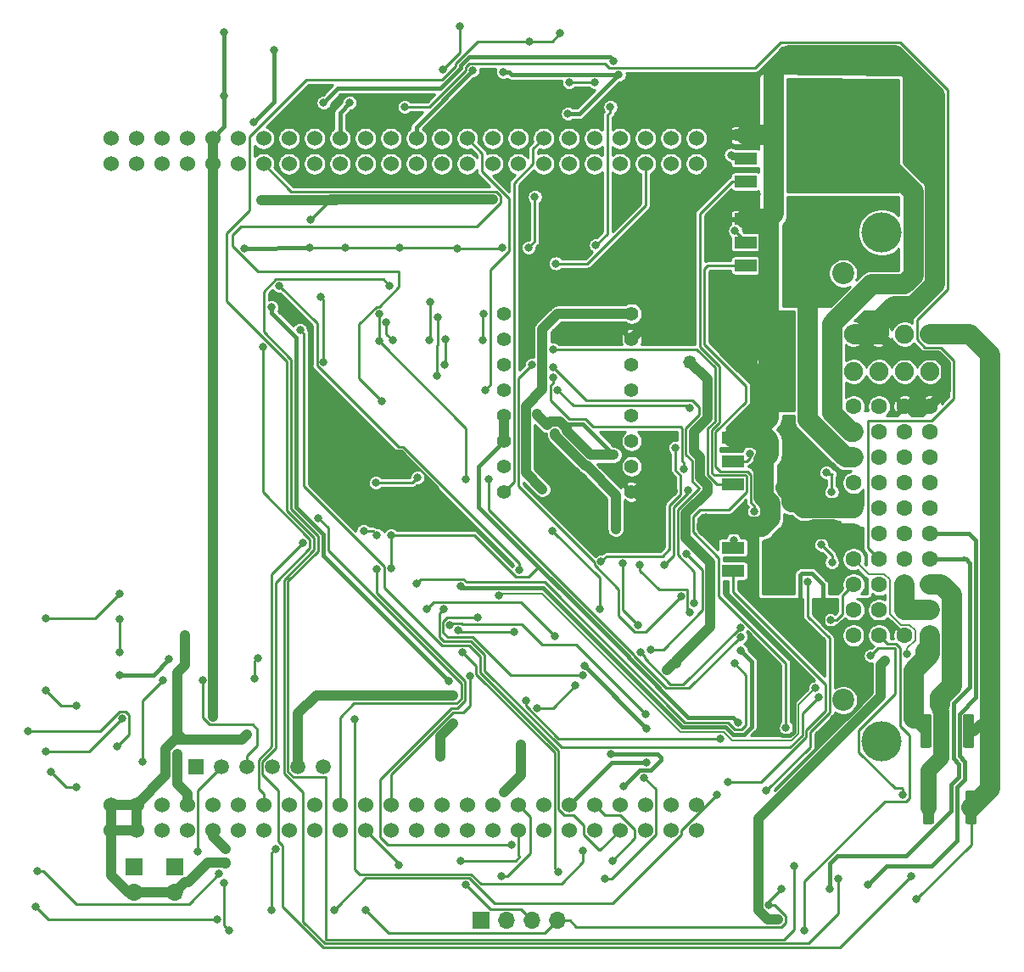
<source format=gbl>
G04 #@! TF.GenerationSoftware,KiCad,Pcbnew,5.1.5-52549c5~84~ubuntu18.04.1*
G04 #@! TF.CreationDate,2020-01-14T22:13:02+01:00*
G04 #@! TF.ProjectId,Speeduino_base,53706565-6475-4696-9e6f-5f626173652e,rev?*
G04 #@! TF.SameCoordinates,Original*
G04 #@! TF.FileFunction,Copper,L2,Bot*
G04 #@! TF.FilePolarity,Positive*
%FSLAX46Y46*%
G04 Gerber Fmt 4.6, Leading zero omitted, Abs format (unit mm)*
G04 Created by KiCad (PCBNEW 5.1.5-52549c5~84~ubuntu18.04.1) date 2020-01-14 22:13:02*
%MOMM*%
%LPD*%
G04 APERTURE LIST*
%ADD10O,1.700000X1.700000*%
%ADD11R,1.700000X1.700000*%
%ADD12C,1.524000*%
%ADD13C,1.320800*%
%ADD14C,0.100000*%
%ADD15C,2.200000*%
%ADD16C,4.000000*%
%ADD17C,1.900000*%
%ADD18C,1.600000*%
%ADD19R,2.200000X3.600000*%
%ADD20R,2.235200X1.219200*%
%ADD21C,1.408000*%
%ADD22C,1.508000*%
%ADD23R,1.508000X1.508000*%
%ADD24C,0.800000*%
%ADD25C,0.250000*%
%ADD26C,1.000000*%
%ADD27C,0.450000*%
%ADD28C,2.000000*%
%ADD29C,0.200000*%
%ADD30C,1.600000*%
%ADD31C,0.254000*%
G04 APERTURE END LIST*
D10*
X169672000Y-106807000D03*
X167132000Y-106807000D03*
X164592000Y-106807000D03*
D11*
X162052000Y-106807000D03*
D10*
X131445000Y-104013000D03*
D11*
X131445000Y-101473000D03*
D10*
X127381000Y-104013000D03*
D11*
X127381000Y-101473000D03*
D12*
X183480000Y-97770000D03*
X183480000Y-95230000D03*
X180940000Y-97770000D03*
X180940000Y-95230000D03*
X178400000Y-97770000D03*
X178400000Y-95230000D03*
X175860000Y-97770000D03*
X175860000Y-95230000D03*
X173320000Y-97770000D03*
X173320000Y-95230000D03*
X170780000Y-97770000D03*
X170780000Y-95230000D03*
X168240000Y-97770000D03*
X168240000Y-95230000D03*
X165700000Y-97770000D03*
X165700000Y-95230000D03*
X163160000Y-97770000D03*
X163160000Y-95230000D03*
X160620000Y-97770000D03*
X160620000Y-95230000D03*
X158080000Y-97770000D03*
X158080000Y-95230000D03*
X155540000Y-97770000D03*
X155540000Y-95230000D03*
X153000000Y-97770000D03*
X153000000Y-95230000D03*
X150460000Y-97770000D03*
X150460000Y-95230000D03*
X147920000Y-97770000D03*
X147920000Y-95230000D03*
X145380000Y-97770000D03*
X145380000Y-95230000D03*
X142840000Y-97770000D03*
X142840000Y-95230000D03*
X140300000Y-97770000D03*
X140300000Y-95230000D03*
X137760000Y-97770000D03*
X137760000Y-95230000D03*
X135220000Y-97770000D03*
X135220000Y-95230000D03*
X132680000Y-97770000D03*
X132680000Y-95230000D03*
X130140000Y-97770000D03*
X130140000Y-95230000D03*
X127600000Y-97770000D03*
X127600000Y-95230000D03*
X125060000Y-97770000D03*
X125060000Y-95230000D03*
D13*
X182880000Y-51054000D03*
X190500000Y-51054000D03*
G04 #@! TA.AperFunction,SMDPad,CuDef*
D14*
G36*
X211262505Y-93805204D02*
G01*
X211286773Y-93808804D01*
X211310572Y-93814765D01*
X211333671Y-93823030D01*
X211355850Y-93833520D01*
X211376893Y-93846132D01*
X211396599Y-93860747D01*
X211414777Y-93877223D01*
X211431253Y-93895401D01*
X211445868Y-93915107D01*
X211458480Y-93936150D01*
X211468970Y-93958329D01*
X211477235Y-93981428D01*
X211483196Y-94005227D01*
X211486796Y-94029495D01*
X211488000Y-94053999D01*
X211488000Y-96954001D01*
X211486796Y-96978505D01*
X211483196Y-97002773D01*
X211477235Y-97026572D01*
X211468970Y-97049671D01*
X211458480Y-97071850D01*
X211445868Y-97092893D01*
X211431253Y-97112599D01*
X211414777Y-97130777D01*
X211396599Y-97147253D01*
X211376893Y-97161868D01*
X211355850Y-97174480D01*
X211333671Y-97184970D01*
X211310572Y-97193235D01*
X211286773Y-97199196D01*
X211262505Y-97202796D01*
X211238001Y-97204000D01*
X210612999Y-97204000D01*
X210588495Y-97202796D01*
X210564227Y-97199196D01*
X210540428Y-97193235D01*
X210517329Y-97184970D01*
X210495150Y-97174480D01*
X210474107Y-97161868D01*
X210454401Y-97147253D01*
X210436223Y-97130777D01*
X210419747Y-97112599D01*
X210405132Y-97092893D01*
X210392520Y-97071850D01*
X210382030Y-97049671D01*
X210373765Y-97026572D01*
X210367804Y-97002773D01*
X210364204Y-96978505D01*
X210363000Y-96954001D01*
X210363000Y-94053999D01*
X210364204Y-94029495D01*
X210367804Y-94005227D01*
X210373765Y-93981428D01*
X210382030Y-93958329D01*
X210392520Y-93936150D01*
X210405132Y-93915107D01*
X210419747Y-93895401D01*
X210436223Y-93877223D01*
X210454401Y-93860747D01*
X210474107Y-93846132D01*
X210495150Y-93833520D01*
X210517329Y-93823030D01*
X210540428Y-93814765D01*
X210564227Y-93808804D01*
X210588495Y-93805204D01*
X210612999Y-93804000D01*
X211238001Y-93804000D01*
X211262505Y-93805204D01*
G37*
G04 #@! TD.AperFunction*
G04 #@! TA.AperFunction,SMDPad,CuDef*
G36*
X206987505Y-93805204D02*
G01*
X207011773Y-93808804D01*
X207035572Y-93814765D01*
X207058671Y-93823030D01*
X207080850Y-93833520D01*
X207101893Y-93846132D01*
X207121599Y-93860747D01*
X207139777Y-93877223D01*
X207156253Y-93895401D01*
X207170868Y-93915107D01*
X207183480Y-93936150D01*
X207193970Y-93958329D01*
X207202235Y-93981428D01*
X207208196Y-94005227D01*
X207211796Y-94029495D01*
X207213000Y-94053999D01*
X207213000Y-96954001D01*
X207211796Y-96978505D01*
X207208196Y-97002773D01*
X207202235Y-97026572D01*
X207193970Y-97049671D01*
X207183480Y-97071850D01*
X207170868Y-97092893D01*
X207156253Y-97112599D01*
X207139777Y-97130777D01*
X207121599Y-97147253D01*
X207101893Y-97161868D01*
X207080850Y-97174480D01*
X207058671Y-97184970D01*
X207035572Y-97193235D01*
X207011773Y-97199196D01*
X206987505Y-97202796D01*
X206963001Y-97204000D01*
X206337999Y-97204000D01*
X206313495Y-97202796D01*
X206289227Y-97199196D01*
X206265428Y-97193235D01*
X206242329Y-97184970D01*
X206220150Y-97174480D01*
X206199107Y-97161868D01*
X206179401Y-97147253D01*
X206161223Y-97130777D01*
X206144747Y-97112599D01*
X206130132Y-97092893D01*
X206117520Y-97071850D01*
X206107030Y-97049671D01*
X206098765Y-97026572D01*
X206092804Y-97002773D01*
X206089204Y-96978505D01*
X206088000Y-96954001D01*
X206088000Y-94053999D01*
X206089204Y-94029495D01*
X206092804Y-94005227D01*
X206098765Y-93981428D01*
X206107030Y-93958329D01*
X206117520Y-93936150D01*
X206130132Y-93915107D01*
X206144747Y-93895401D01*
X206161223Y-93877223D01*
X206179401Y-93860747D01*
X206199107Y-93846132D01*
X206220150Y-93833520D01*
X206242329Y-93823030D01*
X206265428Y-93814765D01*
X206289227Y-93808804D01*
X206313495Y-93805204D01*
X206337999Y-93804000D01*
X206963001Y-93804000D01*
X206987505Y-93805204D01*
G37*
G04 #@! TD.AperFunction*
G04 #@! TA.AperFunction,SMDPad,CuDef*
G36*
X211008505Y-86185204D02*
G01*
X211032773Y-86188804D01*
X211056572Y-86194765D01*
X211079671Y-86203030D01*
X211101850Y-86213520D01*
X211122893Y-86226132D01*
X211142599Y-86240747D01*
X211160777Y-86257223D01*
X211177253Y-86275401D01*
X211191868Y-86295107D01*
X211204480Y-86316150D01*
X211214970Y-86338329D01*
X211223235Y-86361428D01*
X211229196Y-86385227D01*
X211232796Y-86409495D01*
X211234000Y-86433999D01*
X211234000Y-89334001D01*
X211232796Y-89358505D01*
X211229196Y-89382773D01*
X211223235Y-89406572D01*
X211214970Y-89429671D01*
X211204480Y-89451850D01*
X211191868Y-89472893D01*
X211177253Y-89492599D01*
X211160777Y-89510777D01*
X211142599Y-89527253D01*
X211122893Y-89541868D01*
X211101850Y-89554480D01*
X211079671Y-89564970D01*
X211056572Y-89573235D01*
X211032773Y-89579196D01*
X211008505Y-89582796D01*
X210984001Y-89584000D01*
X210358999Y-89584000D01*
X210334495Y-89582796D01*
X210310227Y-89579196D01*
X210286428Y-89573235D01*
X210263329Y-89564970D01*
X210241150Y-89554480D01*
X210220107Y-89541868D01*
X210200401Y-89527253D01*
X210182223Y-89510777D01*
X210165747Y-89492599D01*
X210151132Y-89472893D01*
X210138520Y-89451850D01*
X210128030Y-89429671D01*
X210119765Y-89406572D01*
X210113804Y-89382773D01*
X210110204Y-89358505D01*
X210109000Y-89334001D01*
X210109000Y-86433999D01*
X210110204Y-86409495D01*
X210113804Y-86385227D01*
X210119765Y-86361428D01*
X210128030Y-86338329D01*
X210138520Y-86316150D01*
X210151132Y-86295107D01*
X210165747Y-86275401D01*
X210182223Y-86257223D01*
X210200401Y-86240747D01*
X210220107Y-86226132D01*
X210241150Y-86213520D01*
X210263329Y-86203030D01*
X210286428Y-86194765D01*
X210310227Y-86188804D01*
X210334495Y-86185204D01*
X210358999Y-86184000D01*
X210984001Y-86184000D01*
X211008505Y-86185204D01*
G37*
G04 #@! TD.AperFunction*
G04 #@! TA.AperFunction,SMDPad,CuDef*
G36*
X206733505Y-86185204D02*
G01*
X206757773Y-86188804D01*
X206781572Y-86194765D01*
X206804671Y-86203030D01*
X206826850Y-86213520D01*
X206847893Y-86226132D01*
X206867599Y-86240747D01*
X206885777Y-86257223D01*
X206902253Y-86275401D01*
X206916868Y-86295107D01*
X206929480Y-86316150D01*
X206939970Y-86338329D01*
X206948235Y-86361428D01*
X206954196Y-86385227D01*
X206957796Y-86409495D01*
X206959000Y-86433999D01*
X206959000Y-89334001D01*
X206957796Y-89358505D01*
X206954196Y-89382773D01*
X206948235Y-89406572D01*
X206939970Y-89429671D01*
X206929480Y-89451850D01*
X206916868Y-89472893D01*
X206902253Y-89492599D01*
X206885777Y-89510777D01*
X206867599Y-89527253D01*
X206847893Y-89541868D01*
X206826850Y-89554480D01*
X206804671Y-89564970D01*
X206781572Y-89573235D01*
X206757773Y-89579196D01*
X206733505Y-89582796D01*
X206709001Y-89584000D01*
X206083999Y-89584000D01*
X206059495Y-89582796D01*
X206035227Y-89579196D01*
X206011428Y-89573235D01*
X205988329Y-89564970D01*
X205966150Y-89554480D01*
X205945107Y-89541868D01*
X205925401Y-89527253D01*
X205907223Y-89510777D01*
X205890747Y-89492599D01*
X205876132Y-89472893D01*
X205863520Y-89451850D01*
X205853030Y-89429671D01*
X205844765Y-89406572D01*
X205838804Y-89382773D01*
X205835204Y-89358505D01*
X205834000Y-89334001D01*
X205834000Y-86433999D01*
X205835204Y-86409495D01*
X205838804Y-86385227D01*
X205844765Y-86361428D01*
X205853030Y-86338329D01*
X205863520Y-86316150D01*
X205876132Y-86295107D01*
X205890747Y-86275401D01*
X205907223Y-86257223D01*
X205925401Y-86240747D01*
X205945107Y-86226132D01*
X205966150Y-86213520D01*
X205988329Y-86203030D01*
X206011428Y-86194765D01*
X206035227Y-86188804D01*
X206059495Y-86185204D01*
X206083999Y-86184000D01*
X206709001Y-86184000D01*
X206733505Y-86185204D01*
G37*
G04 #@! TD.AperFunction*
D15*
X198150000Y-84800000D03*
X198150000Y-42200000D03*
D16*
X202000000Y-88900000D03*
X202000000Y-38100000D03*
D17*
X199190000Y-48290000D03*
X201730000Y-48290000D03*
X204270000Y-48290000D03*
X206810000Y-48290000D03*
X199190000Y-51990000D03*
X201730000Y-51990000D03*
X204270000Y-51990000D03*
X206810000Y-51990000D03*
D18*
X199190000Y-55490000D03*
X201730000Y-55490000D03*
X204270000Y-55490000D03*
X206810000Y-55490000D03*
X199190000Y-58030000D03*
X201730000Y-58030000D03*
X204270000Y-58030000D03*
X206810000Y-58030000D03*
X199190000Y-60570000D03*
X201730000Y-60570000D03*
X204270000Y-60570000D03*
X206810000Y-60570000D03*
X199190000Y-63110000D03*
X201730000Y-63110000D03*
X204270000Y-63110000D03*
X206810000Y-63110000D03*
X199190000Y-65650000D03*
X201730000Y-65650000D03*
X204270000Y-65650000D03*
X206810000Y-65650000D03*
X199190000Y-68190000D03*
X201730000Y-68190000D03*
X204270000Y-68190000D03*
X206810000Y-68190000D03*
X199190000Y-70730000D03*
X201730000Y-70730000D03*
X204270000Y-70730000D03*
X206810000Y-70730000D03*
X199190000Y-73270000D03*
X201730000Y-73270000D03*
X204270000Y-73270000D03*
X206810000Y-73270000D03*
X199190000Y-75810000D03*
X201730000Y-75810000D03*
X204270000Y-75810000D03*
X206810000Y-75810000D03*
X199190000Y-78350000D03*
X201730000Y-78350000D03*
X204270000Y-78350000D03*
X206810000Y-78350000D03*
D19*
X194615000Y-30734000D03*
D20*
X188417200Y-28422600D03*
X188417200Y-30734000D03*
X188417200Y-33045400D03*
D19*
X193345000Y-60960000D03*
D20*
X187147200Y-58648600D03*
X187147200Y-60960000D03*
X187147200Y-63271400D03*
D19*
X193345000Y-69596000D03*
D20*
X187147200Y-67284600D03*
X187147200Y-69596000D03*
X187147200Y-71907400D03*
D19*
X194615000Y-39116000D03*
D20*
X188417200Y-36804600D03*
X188417200Y-39116000D03*
X188417200Y-41427400D03*
D21*
X177038000Y-46228000D03*
X177038000Y-48768000D03*
X177038000Y-51308000D03*
X177038000Y-53848000D03*
X177038000Y-56388000D03*
X177038000Y-58928000D03*
X177038000Y-61468000D03*
X177038000Y-64008000D03*
X164338000Y-64008000D03*
X164338000Y-61468000D03*
X164338000Y-58928000D03*
X164338000Y-56388000D03*
X164338000Y-53848000D03*
X164338000Y-51308000D03*
X164338000Y-48768000D03*
X164338000Y-46228000D03*
D22*
X146304000Y-91440000D03*
X143764000Y-91440000D03*
X141224000Y-91440000D03*
X138684000Y-91440000D03*
D23*
X133604000Y-91440000D03*
D22*
X136144000Y-91440000D03*
D12*
X183480000Y-31270000D03*
X183480000Y-28730000D03*
X180940000Y-31270000D03*
X180940000Y-28730000D03*
X178400000Y-31270000D03*
X178400000Y-28730000D03*
X175860000Y-31270000D03*
X175860000Y-28730000D03*
X173320000Y-31270000D03*
X173320000Y-28730000D03*
X170780000Y-31270000D03*
X170780000Y-28730000D03*
X168240000Y-31270000D03*
X168240000Y-28730000D03*
X165700000Y-31270000D03*
X165700000Y-28730000D03*
X163160000Y-31270000D03*
X163160000Y-28730000D03*
X160620000Y-31270000D03*
X160620000Y-28730000D03*
X158080000Y-31270000D03*
X158080000Y-28730000D03*
X155540000Y-31270000D03*
X155540000Y-28730000D03*
X153000000Y-31270000D03*
X153000000Y-28730000D03*
X150460000Y-31270000D03*
X150460000Y-28730000D03*
X147920000Y-31270000D03*
X147920000Y-28730000D03*
X145380000Y-31270000D03*
X145380000Y-28730000D03*
X142840000Y-31270000D03*
X142840000Y-28730000D03*
X140300000Y-31270000D03*
X140300000Y-28730000D03*
X137760000Y-31270000D03*
X137760000Y-28730000D03*
X135220000Y-31270000D03*
X135220000Y-28730000D03*
X132680000Y-31270000D03*
X132680000Y-28730000D03*
X130140000Y-31270000D03*
X130140000Y-28730000D03*
X127600000Y-31270000D03*
X127600000Y-28730000D03*
X125060000Y-31270000D03*
X125060000Y-28730000D03*
D24*
X125984000Y-82296000D03*
X190754000Y-105283000D03*
X192024000Y-103634000D03*
X166497000Y-84836000D03*
X185928000Y-88646000D03*
X136525000Y-99695000D03*
X136906000Y-107823000D03*
X136337000Y-103058000D03*
X131699000Y-90170000D03*
X130886117Y-80702706D03*
X135255000Y-86487000D03*
X144907000Y-39624000D03*
X159639000Y-39751000D03*
X153924000Y-39624000D03*
X148463000Y-39624000D03*
X152567010Y-47132727D03*
X153182392Y-48870909D03*
X157734000Y-46609000D03*
X157607000Y-52451000D03*
X164150000Y-39685000D03*
X166751000Y-39624000D03*
X167386000Y-34544000D03*
X146304000Y-25146000D03*
X170688000Y-26289000D03*
X175768000Y-22352000D03*
X164211000Y-22098000D03*
X175242610Y-20985398D03*
X138430000Y-39751000D03*
X135220000Y-39462000D03*
X136398000Y-24511000D03*
X136398000Y-18161000D03*
X150492420Y-105756990D03*
X152146000Y-54991000D03*
X175133000Y-100838000D03*
X169485719Y-41215719D03*
X187312149Y-81127636D03*
X155544683Y-73187293D03*
X146304000Y-51054000D03*
X146050000Y-44577000D03*
X148908087Y-25160457D03*
X169198000Y-52578000D03*
X182267946Y-61703961D03*
X151511000Y-63119000D03*
X155661990Y-62611000D03*
X162433000Y-53848000D03*
X134204990Y-82863516D03*
X185547000Y-94234000D03*
X133771010Y-99924994D03*
X147375989Y-105731800D03*
X117762972Y-101854000D03*
X135890000Y-102108000D03*
X169735934Y-101940990D03*
X160147000Y-80010000D03*
X151638000Y-71755000D03*
X165024990Y-99222299D03*
X144272000Y-69088000D03*
X145796000Y-66675000D03*
X172212000Y-99822000D03*
X149392010Y-86741000D03*
X170800008Y-23127010D03*
X173384434Y-23127010D03*
X141351000Y-19939000D03*
X139319000Y-27109032D03*
X187887042Y-77536559D03*
X177922352Y-80043024D03*
X169339114Y-78434195D03*
X156573427Y-75692000D03*
X153764195Y-101251805D03*
X162179000Y-48895000D03*
X162306000Y-46228000D03*
X125984000Y-80010000D03*
X125984000Y-76708000D03*
X157988000Y-90424000D03*
X159258000Y-87122000D03*
X117602000Y-105410000D03*
X135661990Y-106680000D03*
X139418723Y-82694364D03*
X139715429Y-80594352D03*
X174371000Y-102616000D03*
X178300540Y-92545722D03*
X169672000Y-53848000D03*
X182880000Y-55660000D03*
X182542941Y-70188910D03*
X165296684Y-77975218D03*
X178928868Y-79779655D03*
X159717596Y-77859957D03*
X171450000Y-83312000D03*
X167628810Y-85578886D03*
X167098000Y-51308000D03*
X181950990Y-74462010D03*
X151638000Y-68326000D03*
X150290614Y-67942518D03*
X130302000Y-82804000D03*
X128270000Y-90932000D03*
X184531000Y-67437000D03*
X185420000Y-67564000D03*
X181136000Y-63954201D03*
X184658000Y-68326000D03*
X184412095Y-66574354D03*
X197231000Y-86614000D03*
X191103250Y-87979250D03*
X157734000Y-64389000D03*
X153066750Y-59912250D03*
X193329424Y-84086819D03*
X180594000Y-81788000D03*
X182118000Y-80264000D03*
X182880000Y-79502000D03*
X205486000Y-104648000D03*
X181518559Y-81160578D03*
X191516000Y-68979999D03*
X187207937Y-68834600D03*
X193167000Y-58674000D03*
X188818154Y-60198002D03*
X194310000Y-37084000D03*
X187359010Y-37964212D03*
X196596000Y-30734000D03*
X186959008Y-30375882D03*
X169164000Y-67945000D03*
X173822990Y-75670818D03*
X169418000Y-58166000D03*
X177673000Y-77343000D03*
X176149000Y-71125173D03*
X175453987Y-67714741D03*
X168148000Y-63754000D03*
X181379531Y-59604501D03*
X173990000Y-70993000D03*
X177873012Y-71320012D03*
X182880000Y-76073000D03*
X196469000Y-62103000D03*
X197007893Y-64052983D03*
X197023658Y-71049083D03*
X195961000Y-69303005D03*
X195699978Y-84522738D03*
X158323450Y-75673926D03*
X195388976Y-83625075D03*
X163778704Y-74381990D03*
X204529021Y-80179878D03*
X172163387Y-82340639D03*
X196879532Y-76840021D03*
X161671000Y-76581000D03*
X187919990Y-79870749D03*
X159940599Y-73432037D03*
X169198000Y-51562000D03*
X183301010Y-75137020D03*
X126238000Y-86614000D03*
X118618000Y-89916000D03*
X159258000Y-84328000D03*
X164338000Y-93980000D03*
X165989000Y-89281000D03*
X204089000Y-94234000D03*
X200914000Y-80391000D03*
X173482000Y-39370000D03*
X174919015Y-25567015D03*
X154388563Y-25575146D03*
X162814000Y-62738000D03*
X160528000Y-62738000D03*
X187919990Y-78486000D03*
X151861305Y-48991305D03*
X151892000Y-46228000D03*
X180306000Y-71348000D03*
X182703664Y-63831664D03*
X141872010Y-43455444D03*
X165799457Y-71833032D03*
X116840000Y-87884000D03*
X125730000Y-89408000D03*
X204978000Y-102362000D03*
X158496000Y-48768000D03*
X140240032Y-49592206D03*
X158409010Y-51308000D03*
X197625000Y-102616000D03*
X166878000Y-19050000D03*
X169922365Y-18214628D03*
X193294000Y-101346000D03*
X152908000Y-43434000D03*
X156972000Y-45085000D03*
X156804990Y-48895000D03*
X191643000Y-106680000D03*
X202311000Y-80899000D03*
X132461000Y-78359000D03*
X138684000Y-88265000D03*
X136525000Y-101092000D03*
X187706000Y-87037088D03*
X175260000Y-60325000D03*
X141097000Y-105791000D03*
X141484000Y-99658000D03*
X153035000Y-71628000D03*
X153035000Y-68326000D03*
X145034000Y-36830000D03*
X163195000Y-34798000D03*
X156972000Y-34798000D03*
X151765000Y-34798000D03*
X159893000Y-17575000D03*
X140081000Y-34925000D03*
X147066000Y-34824999D03*
X167542033Y-56253389D03*
X158164516Y-21893508D03*
X196850000Y-89535000D03*
X200595990Y-103266233D03*
X196850000Y-103632000D03*
X175006000Y-90220700D03*
X176259134Y-93395592D03*
X178435000Y-86233000D03*
X158917010Y-77348522D03*
X125984000Y-74168000D03*
X118595000Y-76685000D03*
X121666000Y-85344000D03*
X118618000Y-83820000D03*
X161163000Y-21971000D03*
X141097000Y-45593000D03*
X158814771Y-82934380D03*
X160880564Y-82364011D03*
X186690000Y-92964000D03*
X169198000Y-49784000D03*
X143943691Y-47851660D03*
X190500000Y-93853000D03*
X194620021Y-72960692D03*
X189284601Y-65976040D03*
X192446019Y-87591091D03*
X119126000Y-91948000D03*
X121666000Y-93472000D03*
X172339000Y-81407000D03*
X178562000Y-87630000D03*
X178562000Y-90995710D03*
X194310000Y-107773970D03*
X160528000Y-103251000D03*
X160020000Y-100838000D03*
X164084000Y-102362000D03*
D25*
X190754000Y-105283000D02*
X190754000Y-104904000D01*
X190754000Y-104904000D02*
X192024000Y-103634000D01*
X166497000Y-84836000D02*
X166497000Y-85401685D01*
X166497000Y-85401685D02*
X169741315Y-88646000D01*
X169741315Y-88646000D02*
X185928000Y-88646000D01*
X191342029Y-105283000D02*
X192418010Y-106358981D01*
X192418010Y-107001019D02*
X191964019Y-107455010D01*
X190754000Y-105283000D02*
X191342029Y-105283000D01*
X192418010Y-106358981D02*
X192418010Y-107001019D01*
D26*
X135220000Y-98390000D02*
X136525000Y-99695000D01*
X135220000Y-97770000D02*
X135220000Y-98390000D01*
D25*
X136906000Y-107823000D02*
X136337000Y-107254000D01*
X136337000Y-107254000D02*
X136337000Y-103058000D01*
D26*
X135220000Y-31270000D02*
X135220000Y-28730000D01*
X135220000Y-31270000D02*
X135220000Y-80426000D01*
X132680000Y-94152370D02*
X131699000Y-93171370D01*
X132680000Y-95230000D02*
X132680000Y-94152370D01*
X131699000Y-93171370D02*
X131699000Y-90170000D01*
D27*
X129292823Y-82296000D02*
X130886117Y-80702706D01*
X125984000Y-82296000D02*
X129292823Y-82296000D01*
D26*
X135220000Y-80426000D02*
X135255000Y-80461000D01*
X135255000Y-80461000D02*
X135255000Y-86487000D01*
D25*
X159512000Y-39624000D02*
X159639000Y-39751000D01*
X153924000Y-39624000D02*
X159512000Y-39624000D01*
X144907000Y-39624000D02*
X148463000Y-39624000D01*
X148463000Y-39624000D02*
X153924000Y-39624000D01*
X153182392Y-48870909D02*
X152567010Y-48255527D01*
X152567010Y-48255527D02*
X152567010Y-47132727D01*
X157734000Y-46609000D02*
X157734000Y-49330714D01*
X157607000Y-49457714D02*
X157607000Y-52451000D01*
X157734000Y-49330714D02*
X157607000Y-49457714D01*
X164084000Y-39751000D02*
X164150000Y-39685000D01*
X159639000Y-39751000D02*
X164084000Y-39751000D01*
X166751000Y-39624000D02*
X167386000Y-38989000D01*
X167386000Y-38989000D02*
X167386000Y-34544000D01*
D27*
X171831000Y-26289000D02*
X175768000Y-22352000D01*
X170688000Y-26289000D02*
X171831000Y-26289000D01*
X165030685Y-22352000D02*
X175768000Y-22352000D01*
X164211000Y-22098000D02*
X164776685Y-22098000D01*
X146304000Y-25146000D02*
X147701000Y-23749000D01*
X159987987Y-21731769D02*
X159987987Y-21439887D01*
X160842475Y-20585399D02*
X174842611Y-20585399D01*
X147701000Y-23749000D02*
X157970756Y-23749000D01*
X174842611Y-20585399D02*
X175242610Y-20985398D01*
X164776685Y-22098000D02*
X165030685Y-22352000D01*
X157970756Y-23749000D02*
X159987987Y-21731769D01*
X159987987Y-21439887D02*
X160842475Y-20585399D01*
X144907000Y-39624000D02*
X138430000Y-39751000D01*
X138557000Y-39624000D02*
X138430000Y-39751000D01*
X136398000Y-27552000D02*
X135220000Y-28730000D01*
X136398000Y-24511000D02*
X136398000Y-27552000D01*
X136398000Y-18161000D02*
X136398000Y-24511000D01*
D25*
X171522091Y-107455010D02*
X191964019Y-107455010D01*
X170874081Y-106807000D02*
X171522091Y-107455010D01*
X169672000Y-106807000D02*
X170874081Y-106807000D01*
X169672000Y-106807000D02*
X168402000Y-108077000D01*
X168402000Y-108077000D02*
X152812430Y-108077000D01*
X152812430Y-108077000D02*
X150892419Y-106156989D01*
X150892419Y-106156989D02*
X150492420Y-105756990D01*
X165317001Y-63028999D02*
X165317001Y-33187761D01*
X164338000Y-64008000D02*
X165317001Y-63028999D01*
X167202999Y-29767001D02*
X168240000Y-28730000D01*
X167202999Y-31301763D02*
X167202999Y-29767001D01*
X165317001Y-33187761D02*
X167202999Y-31301763D01*
X137167990Y-39487994D02*
X137167990Y-38400888D01*
X163970011Y-34476980D02*
X163516020Y-34022989D01*
X137167990Y-38400888D02*
X138063877Y-37505001D01*
X149860000Y-47260998D02*
X151567999Y-45552999D01*
X138063877Y-37505001D02*
X161584030Y-37505001D01*
X143052990Y-34022990D02*
X140300000Y-31270000D01*
X163970011Y-35119020D02*
X163970011Y-34476980D01*
X139716996Y-42037000D02*
X137167990Y-39487994D01*
X149860000Y-52705000D02*
X149860000Y-47260998D01*
X161584030Y-37505001D02*
X163970011Y-35119020D01*
X153797000Y-42037000D02*
X139716996Y-42037000D01*
X151821999Y-45552999D02*
X153797000Y-43577998D01*
X152146000Y-54991000D02*
X149860000Y-52705000D01*
X163516020Y-34022989D02*
X143052990Y-34022990D01*
X153797000Y-43577998D02*
X153797000Y-42037000D01*
X151567999Y-45552999D02*
X151821999Y-45552999D01*
X177362999Y-98608001D02*
X175133000Y-100838000D01*
X177362999Y-97738237D02*
X177362999Y-98608001D01*
X175891763Y-96267001D02*
X177362999Y-97738237D01*
X174357001Y-96267001D02*
X175891763Y-96267001D01*
X173320000Y-95230000D02*
X174357001Y-96267001D01*
X172635283Y-41215719D02*
X169485719Y-41215719D01*
X178400000Y-31270000D02*
X178400000Y-35451002D01*
X178400000Y-35451002D02*
X172635283Y-41215719D01*
X155974940Y-72757036D02*
X155544683Y-73187293D01*
X186643869Y-87020977D02*
X182325868Y-87020976D01*
X188462979Y-82278466D02*
X188462979Y-87279121D01*
X187334990Y-87712098D02*
X186643869Y-87020977D01*
X168348901Y-73044009D02*
X160551573Y-73044009D01*
X160264600Y-72757036D02*
X155974940Y-72757036D01*
X160551573Y-73044009D02*
X160264600Y-72757036D01*
X188462979Y-87279121D02*
X188030002Y-87712098D01*
X187312149Y-81127636D02*
X188462979Y-82278466D01*
X182325868Y-87020976D02*
X168348901Y-73044009D01*
X188030002Y-87712098D02*
X187334990Y-87712098D01*
X146304000Y-51054000D02*
X146304000Y-44831000D01*
X146304000Y-44831000D02*
X146050000Y-44577000D01*
D27*
X147920000Y-26148544D02*
X148908087Y-25160457D01*
X147920000Y-28730000D02*
X147920000Y-26148544D01*
D25*
X155153990Y-63119000D02*
X155661990Y-62611000D01*
X151511000Y-63119000D02*
X155153990Y-63119000D01*
X182267946Y-61138276D02*
X182267946Y-61703961D01*
X181935530Y-57538989D02*
X182054541Y-57658000D01*
X182054541Y-60924871D02*
X182267946Y-61138276D01*
X182054541Y-57658000D02*
X182054541Y-60924871D01*
X168923010Y-54923980D02*
X170776019Y-56776989D01*
X169198000Y-53143685D02*
X168923010Y-53418675D01*
X169198000Y-52578000D02*
X169198000Y-53143685D01*
X173181111Y-57538989D02*
X181935530Y-57538989D01*
X168923010Y-53418675D02*
X168923010Y-54923980D01*
X170776019Y-56776989D02*
X172419111Y-56776989D01*
X172419111Y-56776989D02*
X173181111Y-57538989D01*
X162981002Y-41853002D02*
X164825002Y-40009002D01*
X162122001Y-32063270D02*
X162122001Y-30232001D01*
X162122001Y-30232001D02*
X160620000Y-28730000D01*
X162433000Y-53848000D02*
X162981002Y-53299998D01*
X164825002Y-34766271D02*
X162122001Y-32063270D01*
X164825002Y-40009002D02*
X164825002Y-34766271D01*
X162981002Y-53299998D02*
X162981002Y-41853002D01*
X138684000Y-90373683D02*
X139700000Y-89357683D01*
X139700000Y-87730408D02*
X139231603Y-87262011D01*
X134204990Y-86533021D02*
X134204990Y-82863516D01*
X134933980Y-87262011D02*
X134204990Y-86533021D01*
X139231603Y-87262011D02*
X134933980Y-87262011D01*
X139700000Y-89357683D02*
X139700000Y-87730408D01*
X138684000Y-91440000D02*
X138684000Y-90373683D01*
X136144000Y-91440000D02*
X133771010Y-93812990D01*
X133771010Y-93812990D02*
X133771010Y-99924994D01*
X160852002Y-102575998D02*
X150531791Y-102575998D01*
X147775988Y-105331801D02*
X147375989Y-105731800D01*
X185547000Y-94234000D02*
X181977001Y-97803999D01*
X181977001Y-98267761D02*
X175162774Y-105081988D01*
X150531791Y-102575998D02*
X147775988Y-105331801D01*
X175162774Y-105081988D02*
X163357992Y-105081988D01*
X163357992Y-105081988D02*
X160852002Y-102575998D01*
X181977001Y-97803999D02*
X181977001Y-98267761D01*
X132859999Y-105138001D02*
X135890000Y-102108000D01*
X117762972Y-101854000D02*
X118328657Y-101854000D01*
X121612658Y-105138001D02*
X132859999Y-105138001D01*
X118328657Y-101854000D02*
X121612658Y-105138001D01*
X161546018Y-82191704D02*
X161546018Y-81409018D01*
X169735934Y-101940990D02*
X169335935Y-101540991D01*
X169335935Y-101540991D02*
X169335935Y-89981621D01*
X169335935Y-89981621D02*
X161546018Y-82191704D01*
X161546018Y-81409018D02*
X160147000Y-80010000D01*
X160433021Y-82910449D02*
X160433021Y-84861679D01*
X151962999Y-92696701D02*
X151962999Y-98495999D01*
X159677689Y-85617011D02*
X159042689Y-85617011D01*
X164459305Y-99222299D02*
X165024990Y-99222299D01*
X151962999Y-98495999D02*
X152689299Y-99222299D01*
X159042689Y-85617011D02*
X151962999Y-92696701D01*
X160433021Y-84861679D02*
X159677689Y-85617011D01*
X151638000Y-71755000D02*
X151638000Y-74115428D01*
X151638000Y-74115428D02*
X160433021Y-82910449D01*
X152689299Y-99222299D02*
X164459305Y-99222299D01*
X144145000Y-69088000D02*
X144272000Y-69088000D01*
X141110010Y-89465368D02*
X139794988Y-90780390D01*
X141110010Y-72249990D02*
X141110010Y-89465368D01*
X144272000Y-69088000D02*
X141110010Y-72249990D01*
X140300000Y-94152370D02*
X140300000Y-95230000D01*
X139794988Y-93647358D02*
X140300000Y-94152370D01*
X139794988Y-90780390D02*
X139794988Y-93647358D01*
X146747046Y-69912046D02*
X146747046Y-67626046D01*
X160033010Y-83198010D02*
X146747046Y-69912046D01*
X147920000Y-86522000D02*
X149338990Y-85103010D01*
X146747046Y-67626046D02*
X145796000Y-66675000D01*
X160033010Y-84649019D02*
X160033010Y-83198010D01*
X159579019Y-85103010D02*
X160033010Y-84649019D01*
X147920000Y-95230000D02*
X147920000Y-86522000D01*
X149338990Y-85103010D02*
X159579019Y-85103010D01*
X149872033Y-102175987D02*
X149392010Y-101695964D01*
X149392010Y-101695964D02*
X149392010Y-87306685D01*
X162005705Y-103164001D02*
X161017691Y-102175987D01*
X149392010Y-87306685D02*
X149392010Y-86741000D01*
X172212000Y-100965000D02*
X170012999Y-103164001D01*
X170012999Y-103164001D02*
X162005705Y-103164001D01*
X172212000Y-99822000D02*
X172212000Y-100965000D01*
X161017691Y-102175987D02*
X149872033Y-102175987D01*
X170800008Y-23127010D02*
X173384434Y-23127010D01*
D27*
X141351000Y-19939000D02*
X141351000Y-25077032D01*
X141351000Y-25077032D02*
X139319000Y-27109032D01*
D25*
X187887042Y-77536559D02*
X182198600Y-83225001D01*
X178322351Y-80658015D02*
X178322351Y-80443023D01*
X182198600Y-83225001D02*
X180889337Y-83225001D01*
X180889337Y-83225001D02*
X178322351Y-80658015D01*
X178322351Y-80443023D02*
X177922352Y-80043024D01*
X169339114Y-78434195D02*
X165961919Y-75057000D01*
X158647451Y-74998925D02*
X157266502Y-74998925D01*
X158705526Y-75057000D02*
X158647451Y-74998925D01*
X165961919Y-75057000D02*
X158705526Y-75057000D01*
X157266502Y-74998925D02*
X156573427Y-75692000D01*
X150460000Y-97770000D02*
X153764195Y-101074195D01*
X153764195Y-101074195D02*
X153764195Y-101251805D01*
X162179000Y-46355000D02*
X162306000Y-46228000D01*
X162179000Y-48895000D02*
X162179000Y-46355000D01*
X125984000Y-80010000D02*
X125984000Y-76708000D01*
D26*
X157988000Y-90424000D02*
X157988000Y-88392000D01*
X157988000Y-88392000D02*
X159258000Y-87122000D01*
D25*
X118872000Y-106680000D02*
X135661990Y-106680000D01*
X117602000Y-105410000D02*
X118872000Y-106680000D01*
X139418723Y-82694364D02*
X139418723Y-80891058D01*
X139418723Y-80891058D02*
X139715429Y-80594352D01*
X174371000Y-102616000D02*
X175088762Y-102616000D01*
X179437001Y-98267761D02*
X179437001Y-93682183D01*
X179437001Y-93682183D02*
X178300540Y-92545722D01*
X175088762Y-102616000D02*
X179437001Y-98267761D01*
X182963260Y-55576740D02*
X182880000Y-55660000D01*
X171232999Y-55408999D02*
X182963260Y-55408999D01*
X169672000Y-53848000D02*
X171232999Y-55408999D01*
X182963260Y-55408999D02*
X182963260Y-55576740D01*
X180181420Y-79779655D02*
X178928868Y-79779655D01*
X184136989Y-71782958D02*
X184136989Y-75824086D01*
X184136989Y-75824086D02*
X180181420Y-79779655D01*
X182542941Y-70188910D02*
X184136989Y-71782958D01*
X159832857Y-77975218D02*
X159717596Y-77859957D01*
X165296684Y-77975218D02*
X159832857Y-77975218D01*
X171450000Y-83312000D02*
X169183114Y-85578886D01*
X169183114Y-85578886D02*
X167628810Y-85578886D01*
X151254518Y-67942518D02*
X151638000Y-68326000D01*
X150290614Y-67942518D02*
X151254518Y-67942518D01*
X177348998Y-78018002D02*
X178394998Y-78018002D01*
X173314999Y-71033028D02*
X173314999Y-71317001D01*
X173314999Y-71317001D02*
X175748989Y-73750991D01*
X175748989Y-76417993D02*
X177348998Y-78018002D01*
X165717012Y-52688988D02*
X165717012Y-63435041D01*
X175748989Y-73750991D02*
X175748989Y-76417993D01*
X178394998Y-78018002D02*
X181950990Y-74462010D01*
X165717012Y-63435041D02*
X173314999Y-71033028D01*
X167098000Y-51308000D02*
X165717012Y-52688988D01*
X130302000Y-82804000D02*
X128270000Y-84836000D01*
X128270000Y-84836000D02*
X128270000Y-90932000D01*
D28*
X187147200Y-58648600D02*
X188723002Y-58648600D01*
X188417200Y-36804600D02*
X190728600Y-36804600D01*
X190734801Y-56636801D02*
X188723002Y-58648600D01*
X190734801Y-36810801D02*
X190734801Y-56636801D01*
X190728600Y-36804600D02*
X190734801Y-36810801D01*
X188417200Y-28422600D02*
X191236600Y-28422600D01*
X191236600Y-36296600D02*
X190728600Y-36804600D01*
X191236600Y-28422600D02*
X191236600Y-36296600D01*
X201730000Y-48290000D02*
X199240009Y-48290000D01*
D26*
X207578001Y-50389999D02*
X208410001Y-51221999D01*
X203829999Y-50389999D02*
X207578001Y-50389999D01*
X201730000Y-48290000D02*
X203829999Y-50389999D01*
X204270000Y-55490000D02*
X206810000Y-55490000D01*
X208410001Y-53889999D02*
X208410001Y-51221999D01*
X206810000Y-55490000D02*
X208410001Y-53889999D01*
D28*
X184530010Y-67437990D02*
X184530010Y-67564000D01*
X187147200Y-67284600D02*
X184683400Y-67284600D01*
X184683400Y-67284600D02*
X184530010Y-67437990D01*
D26*
X177038000Y-64008000D02*
X181035191Y-64008000D01*
X181059226Y-63954201D02*
X181088990Y-63954201D01*
X181035191Y-64008000D02*
X181035191Y-63978236D01*
X181035191Y-63978236D02*
X181059226Y-63954201D01*
X181035191Y-63978236D02*
X181111965Y-63978236D01*
X181111965Y-63978236D02*
X181136000Y-63954201D01*
D27*
X202905001Y-76985001D02*
X204270000Y-78350000D01*
X201165999Y-76985001D02*
X202905001Y-76985001D01*
D25*
X157734000Y-64389000D02*
X157734000Y-63627000D01*
X157734000Y-63627000D02*
X154019250Y-59912250D01*
X154019250Y-59912250D02*
X153066750Y-59912250D01*
D27*
X193845011Y-72292111D02*
X194009111Y-72128011D01*
X194009111Y-72128011D02*
X194991889Y-72128011D01*
X189491989Y-68064011D02*
X189491989Y-75518111D01*
X196104531Y-73240653D02*
X196104531Y-77212022D01*
X197377336Y-77615022D02*
X198007357Y-76985001D01*
X196507531Y-77615022D02*
X197377336Y-77615022D01*
X194991889Y-72128011D02*
X196104531Y-73240653D01*
X193845011Y-75467111D02*
X193845011Y-72292111D01*
X189491989Y-75518111D02*
X189784889Y-75811011D01*
X193501111Y-75811011D02*
X193845011Y-75467111D01*
X190246000Y-67310000D02*
X189491989Y-68064011D01*
X189784889Y-75811011D02*
X193501111Y-75811011D01*
X198007357Y-76985001D02*
X201165999Y-76985001D01*
X196104531Y-77212022D02*
X196507531Y-77615022D01*
D28*
X188299159Y-67284600D02*
X188540600Y-67526041D01*
X188540600Y-67526041D02*
X190029959Y-67526041D01*
X190029959Y-67526041D02*
X190246000Y-67310000D01*
X187147200Y-67284600D02*
X188299159Y-67284600D01*
X188723002Y-58648600D02*
X188723604Y-58647998D01*
X188723604Y-58647998D02*
X190482002Y-58647998D01*
X190482002Y-58647998D02*
X190748991Y-58914987D01*
X190240991Y-64503565D02*
X190889990Y-65152564D01*
X190889990Y-66666010D02*
X190246000Y-67310000D01*
X190240991Y-60812873D02*
X190240991Y-64503565D01*
X190748991Y-58914987D02*
X190748991Y-60304872D01*
X190748991Y-60304872D02*
X190240991Y-60812873D01*
X190889990Y-65152564D02*
X190889990Y-66666010D01*
D26*
X181596989Y-33714980D02*
X182050980Y-33260989D01*
X177038000Y-48768000D02*
X181596989Y-44209011D01*
X185025989Y-29696211D02*
X186299600Y-28422600D01*
X186299600Y-28422600D02*
X188417200Y-28422600D01*
X185025989Y-31809980D02*
X185025989Y-29696211D01*
X182050980Y-33260989D02*
X183574980Y-33260989D01*
X183574980Y-33260989D02*
X185025989Y-31809980D01*
X181596989Y-44209011D02*
X181596989Y-33714980D01*
D28*
X203214479Y-45462019D02*
X205126691Y-45462019D01*
X201730000Y-48290000D02*
X201730000Y-46946498D01*
X205126691Y-45462019D02*
X207300012Y-43288698D01*
X201730000Y-46946498D02*
X203214479Y-45462019D01*
X203328564Y-20455990D02*
X192784436Y-20455990D01*
X192784436Y-20455990D02*
X191236600Y-22003826D01*
X191236600Y-22003826D02*
X191236600Y-28422600D01*
X207300012Y-24427438D02*
X203328564Y-20455990D01*
X207300012Y-43288698D02*
X207300012Y-24427438D01*
D27*
X192818021Y-88366093D02*
X193221021Y-87963093D01*
X192055778Y-88366093D02*
X192818021Y-88366093D01*
X193221021Y-84760907D02*
X193329424Y-84652504D01*
X193221021Y-87963093D02*
X193221021Y-84760907D01*
X191668935Y-87979250D02*
X192055778Y-88366093D01*
X193329424Y-84652504D02*
X193329424Y-84086819D01*
X191103250Y-87979250D02*
X191668935Y-87979250D01*
X199884998Y-85248004D02*
X198519002Y-86614000D01*
X200392998Y-77758002D02*
X200392998Y-79129998D01*
X199884998Y-79637998D02*
X199884998Y-85248004D01*
X198519002Y-86614000D02*
X197231000Y-86614000D01*
X200392998Y-79129998D02*
X199884998Y-79637998D01*
X201165999Y-76985001D02*
X200392998Y-77758002D01*
D26*
X182880000Y-79502000D02*
X182118000Y-80264000D01*
D28*
X212774990Y-50292000D02*
X212774990Y-85780510D01*
X210772990Y-48290000D02*
X212774990Y-50292000D01*
X206810000Y-48290000D02*
X210772990Y-48290000D01*
X212774990Y-93654510D02*
X212774990Y-85780510D01*
X210925500Y-95504000D02*
X212774990Y-93654510D01*
X212774990Y-86343010D02*
X212774990Y-85780510D01*
D26*
X211234000Y-87884000D02*
X212774990Y-86343010D01*
X210671500Y-87884000D02*
X211234000Y-87884000D01*
D25*
X210925500Y-99208500D02*
X210925500Y-95504000D01*
X205486000Y-104648000D02*
X210925500Y-99208500D01*
D26*
X182118000Y-80264000D02*
X181518559Y-80863441D01*
X181518559Y-80863441D02*
X181518559Y-81160578D01*
X180594000Y-81788000D02*
X181221422Y-81160578D01*
X181221422Y-81160578D02*
X181518559Y-81160578D01*
X184912000Y-77470000D02*
X182880000Y-79502000D01*
X183229563Y-59949755D02*
X183844967Y-60565158D01*
X184579577Y-63363007D02*
X184579577Y-64006393D01*
X182423033Y-66162937D02*
X182423033Y-68584063D01*
X182423033Y-68584063D02*
X184912000Y-71073030D01*
X183844967Y-60565158D02*
X183844967Y-62628398D01*
X184912000Y-71073030D02*
X184912000Y-77470000D01*
X184579577Y-64006393D02*
X182423033Y-66162937D01*
X183229563Y-57996955D02*
X183229563Y-59949755D01*
X184579577Y-56646941D02*
X183229563Y-57996955D01*
X184579577Y-52753577D02*
X184579577Y-56646941D01*
X182880000Y-51054000D02*
X184579577Y-52753577D01*
X183844967Y-62628398D02*
X184579577Y-63363007D01*
D25*
X193345000Y-69596000D02*
X192132001Y-69596000D01*
X192132001Y-69596000D02*
X191516000Y-68979999D01*
X187207937Y-69535263D02*
X187147200Y-69596000D01*
X187207937Y-68834600D02*
X187207937Y-69535263D01*
X193345000Y-70296000D02*
X192278000Y-71363000D01*
X193345000Y-69596000D02*
X193345000Y-70296000D01*
X193345000Y-69596000D02*
X191995000Y-69596000D01*
X196262000Y-72513000D02*
X197612000Y-72513000D01*
D28*
X197121049Y-67752995D02*
X195188005Y-67752995D01*
X199190000Y-68190000D02*
X197558054Y-68190000D01*
X195188005Y-67752995D02*
X193345000Y-69596000D01*
X197558054Y-68190000D02*
X197121049Y-67752995D01*
D25*
X193345000Y-69596000D02*
X196262000Y-72513000D01*
X187452000Y-60655200D02*
X187147200Y-60960000D01*
X193345000Y-60960000D02*
X192498019Y-60960000D01*
X192498019Y-60960000D02*
X192430538Y-61027481D01*
X193345000Y-58852000D02*
X193167000Y-58674000D01*
X193345000Y-60960000D02*
X193345000Y-58852000D01*
D28*
X193635001Y-65050001D02*
X193040000Y-65050001D01*
X193040000Y-65050001D02*
X193040000Y-64516001D01*
D25*
X188818154Y-60656646D02*
X188818154Y-60198002D01*
X188514800Y-60960000D02*
X188818154Y-60656646D01*
X187147200Y-60960000D02*
X188514800Y-60960000D01*
X193345000Y-60960000D02*
X192024000Y-60960000D01*
D28*
X193345000Y-64760000D02*
X193345000Y-60960000D01*
X193635001Y-65050001D02*
X193345000Y-64760000D01*
X193040000Y-65050001D02*
X193040000Y-64262001D01*
X193040000Y-64262001D02*
X192391001Y-63613002D01*
D25*
X193345000Y-60260000D02*
X194437000Y-59168000D01*
X193345000Y-60960000D02*
X193345000Y-60260000D01*
X194437000Y-59168000D02*
X194705000Y-59168000D01*
D28*
X194187984Y-65602984D02*
X198011614Y-65602984D01*
X198011614Y-65602984D02*
X198058630Y-65650000D01*
X193635001Y-65050001D02*
X194187984Y-65602984D01*
X198058630Y-65650000D02*
X199190000Y-65650000D01*
D25*
X194615000Y-39116000D02*
X194615000Y-37389000D01*
X194615000Y-37389000D02*
X194310000Y-37084000D01*
X188417200Y-39022402D02*
X187359010Y-37964212D01*
X188417200Y-39116000D02*
X188417200Y-39022402D01*
D28*
X199190000Y-60570000D02*
X198390136Y-60570000D01*
X194615000Y-56794864D02*
X194615000Y-39116000D01*
X198390136Y-60570000D02*
X194615000Y-56794864D01*
D25*
X195965000Y-39116000D02*
X196600000Y-39751000D01*
X194615000Y-39116000D02*
X195965000Y-39116000D01*
X196600000Y-39751000D02*
X198374000Y-39751000D01*
X198374000Y-39751000D02*
X198998001Y-40375001D01*
X196596000Y-30734000D02*
X194615000Y-30734000D01*
X188417200Y-30734000D02*
X187049600Y-30734000D01*
X187049600Y-30734000D02*
X186959008Y-30643408D01*
X186959008Y-30643408D02*
X186959008Y-30375882D01*
D28*
X197715000Y-30734000D02*
X194615000Y-30734000D01*
X198890710Y-58030000D02*
X197039999Y-56179289D01*
X201828137Y-30734000D02*
X197715000Y-30734000D01*
X199190000Y-58030000D02*
X198890710Y-58030000D01*
X205150001Y-34055864D02*
X201828137Y-30734000D01*
X197039999Y-47257999D02*
X200985989Y-43312009D01*
X205150001Y-42398135D02*
X205150001Y-34055864D01*
X200985989Y-43312009D02*
X204236127Y-43312009D01*
X197039999Y-56179289D02*
X197039999Y-47257999D01*
X204236127Y-43312009D02*
X205150001Y-42398135D01*
D25*
X188417200Y-30734000D02*
X187909200Y-30734000D01*
D28*
X197715000Y-30734000D02*
X197715000Y-26646000D01*
X197715000Y-30734000D02*
X197715000Y-30123000D01*
D25*
X173822990Y-72603990D02*
X173822990Y-75670818D01*
X169164000Y-67945000D02*
X173822990Y-72603990D01*
D26*
X172466000Y-61435452D02*
X169418000Y-58387452D01*
X169418000Y-58387452D02*
X169418000Y-58166000D01*
D25*
X177673000Y-77343000D02*
X176149000Y-75819000D01*
X176149000Y-75819000D02*
X176149000Y-71125173D01*
D26*
X172466000Y-61435452D02*
X172560452Y-61435452D01*
X172560452Y-61435452D02*
X175453987Y-64328987D01*
X175453987Y-64328987D02*
X175453987Y-67714741D01*
X168148000Y-47752000D02*
X169672000Y-46228000D01*
X166492023Y-62098023D02*
X166492023Y-55473973D01*
X168148000Y-53817996D02*
X168148000Y-47752000D01*
X169672000Y-46228000D02*
X177038000Y-46228000D01*
X166492023Y-55473973D02*
X168148000Y-53817996D01*
X168148000Y-63754000D02*
X166492023Y-62098023D01*
D25*
X174532837Y-70450163D02*
X173990000Y-70993000D01*
X181379531Y-61814550D02*
X181943944Y-62378963D01*
X181379531Y-59604501D02*
X181379531Y-61814550D01*
X181943944Y-62378963D02*
X181943944Y-64279686D01*
X181943944Y-64279686D02*
X180848001Y-65375628D01*
X180120837Y-70450163D02*
X174532837Y-70450163D01*
X180848001Y-69722999D02*
X180120837Y-70450163D01*
X180848001Y-65375628D02*
X180848001Y-69722999D01*
X177873012Y-71885697D02*
X179774315Y-73787000D01*
X177873012Y-71320012D02*
X177873012Y-71885697D01*
X179774315Y-73787000D02*
X182626000Y-73787000D01*
X182626000Y-75819000D02*
X182880000Y-76073000D01*
X182626000Y-73787000D02*
X182626000Y-75819000D01*
X196596000Y-62230000D02*
X196469000Y-62103000D01*
X197104000Y-62230000D02*
X197007893Y-62326107D01*
X197104000Y-62230000D02*
X196596000Y-62230000D01*
X195961000Y-69303005D02*
X197023658Y-70365663D01*
X197007893Y-62326107D02*
X197007893Y-64052983D01*
X197023658Y-70365663D02*
X197023658Y-71049083D01*
X162346040Y-81860326D02*
X162346040Y-80263336D01*
X157841989Y-76155387D02*
X158323450Y-75673926D01*
X162346040Y-80263336D02*
X161017691Y-78934987D01*
X161017691Y-78934987D02*
X158252287Y-78934987D01*
X158252287Y-78934987D02*
X157841989Y-78524689D01*
X170031412Y-89545698D02*
X162346040Y-81860326D01*
X157841989Y-78524689D02*
X157841989Y-76155387D01*
X194071043Y-86151673D02*
X194071043Y-88315182D01*
X192840527Y-89545698D02*
X170031412Y-89545698D01*
X195699978Y-84522738D02*
X194071043Y-86151673D01*
X194071043Y-88315182D02*
X192840527Y-89545698D01*
D29*
X164143602Y-74168000D02*
X164113801Y-74138199D01*
X163992694Y-74168000D02*
X163778704Y-74381990D01*
X164143602Y-74168000D02*
X163992694Y-74168000D01*
X164143602Y-74168000D02*
X168094004Y-74168000D01*
X187085108Y-88841104D02*
X193014776Y-88841104D01*
X186240002Y-87995998D02*
X187085108Y-88841104D01*
X193696032Y-85318019D02*
X195388976Y-83625075D01*
X193696032Y-88159848D02*
X193696032Y-85318019D01*
X193014776Y-88841104D02*
X193696032Y-88159848D01*
X181922002Y-87995998D02*
X186240002Y-87995998D01*
X168094004Y-74168000D02*
X181922002Y-87995998D01*
X200679999Y-72219999D02*
X202234001Y-72219999D01*
X202780001Y-76188237D02*
X203891763Y-77299999D01*
X204774001Y-77299999D02*
X205320001Y-77845999D01*
X202234001Y-72219999D02*
X202780001Y-72765999D01*
X205320001Y-77845999D02*
X205320001Y-78823213D01*
X202780001Y-72765999D02*
X202780001Y-76188237D01*
X205320001Y-78823213D02*
X204529021Y-79614193D01*
X204529021Y-79614193D02*
X204529021Y-80179878D01*
X203891763Y-77299999D02*
X204774001Y-77299999D01*
X199190000Y-70730000D02*
X200679999Y-72219999D01*
D25*
X197445217Y-76840021D02*
X196879532Y-76840021D01*
X198104022Y-76181216D02*
X197445217Y-76840021D01*
X199190000Y-73270000D02*
X198104022Y-74355978D01*
X198104022Y-74355978D02*
X198104022Y-76181216D01*
X158623000Y-76581000D02*
X158242000Y-76962000D01*
X161671000Y-76581000D02*
X158623000Y-76581000D01*
X164989043Y-82340639D02*
X172163387Y-82340639D01*
X158242000Y-76962000D02*
X158242000Y-78105000D01*
X161183380Y-78534976D02*
X164989043Y-82340639D01*
X158242000Y-78105000D02*
X158671976Y-78534976D01*
X158671976Y-78534976D02*
X161183380Y-78534976D01*
D27*
X168154312Y-73556542D02*
X160065104Y-73556542D01*
X188983989Y-80934748D02*
X188983989Y-87465233D01*
X187919990Y-79870749D02*
X188983989Y-80934748D01*
X188983989Y-87465233D02*
X188237113Y-88212109D01*
X188237113Y-88212109D02*
X187127879Y-88212109D01*
X187127879Y-88212109D02*
X186436757Y-87520987D01*
X186436757Y-87520987D02*
X182118757Y-87520987D01*
X182118757Y-87520987D02*
X168154312Y-73556542D01*
X160065104Y-73556542D02*
X159940599Y-73432037D01*
D28*
X206810000Y-75810000D02*
X204270000Y-75810000D01*
X204270000Y-75810000D02*
X204270000Y-73270000D01*
X206810000Y-78350000D02*
X206810000Y-79481370D01*
X206810000Y-79481370D02*
X206383990Y-79907380D01*
D26*
X205150001Y-86637501D02*
X206396500Y-87884000D01*
D28*
X206810000Y-80191371D02*
X205150001Y-81851370D01*
X205150001Y-81851370D02*
X205150001Y-86637501D01*
X206810000Y-79481370D02*
X206810000Y-80191371D01*
D25*
X183069956Y-60886178D02*
X183069956Y-62949418D01*
X181648022Y-65841916D02*
X181648022Y-70292995D01*
X182454552Y-57675935D02*
X182454552Y-60270775D01*
X169198000Y-51562000D02*
X172500000Y-54864000D01*
X183301010Y-71945983D02*
X183301010Y-75137020D01*
X183804566Y-63685372D02*
X181648022Y-65841916D01*
X172500000Y-54864000D02*
X183083002Y-54864000D01*
X183804566Y-63684027D02*
X183804566Y-63685372D01*
X182454552Y-60270775D02*
X183069956Y-60886178D01*
X181648022Y-70292995D02*
X183301010Y-71945983D01*
X183069956Y-62949418D02*
X183804566Y-63684027D01*
X183804566Y-56325921D02*
X182454552Y-57675935D01*
X183804566Y-55585564D02*
X183804566Y-56325921D01*
X183083002Y-54864000D02*
X183804566Y-55585564D01*
X126238000Y-86614000D02*
X122936000Y-89916000D01*
X122936000Y-89916000D02*
X118618000Y-89916000D01*
D26*
X165989000Y-92329000D02*
X164338000Y-93980000D01*
X165989000Y-89281000D02*
X165989000Y-92329000D01*
X145588969Y-84328000D02*
X159258000Y-84328000D01*
X143764000Y-86152969D02*
X145588969Y-84328000D01*
X143764000Y-91440000D02*
X143764000Y-86152969D01*
D25*
X200914000Y-80391000D02*
X201676000Y-79629000D01*
X203331998Y-93599000D02*
X204019685Y-93599000D01*
X201676000Y-79629000D02*
X203327000Y-79629000D01*
X203327000Y-79629000D02*
X203327000Y-84205998D01*
X203327000Y-84205998D02*
X199724999Y-87807999D01*
X199724999Y-87807999D02*
X199724999Y-89992001D01*
X204089000Y-93668315D02*
X204089000Y-94234000D01*
X204019685Y-93599000D02*
X204089000Y-93668315D01*
X199724999Y-89992001D02*
X203331998Y-93599000D01*
X174601515Y-38250485D02*
X174601515Y-26450200D01*
X174601515Y-26450200D02*
X174919015Y-26132700D01*
X173482000Y-39370000D02*
X174601515Y-38250485D01*
X174919015Y-26132700D02*
X174919015Y-25567015D01*
X209185011Y-54705991D02*
X209185011Y-50900980D01*
X200654999Y-56901001D02*
X206990001Y-56901001D01*
X174784120Y-21676998D02*
X174403120Y-21295998D01*
X174403120Y-21295998D02*
X160838998Y-21295998D01*
X160838998Y-21295998D02*
X160487998Y-21646998D01*
X160487998Y-21646998D02*
X160487998Y-21938880D01*
X156851732Y-25575146D02*
X154388563Y-25575146D01*
X160487998Y-21938880D02*
X156851732Y-25575146D01*
X206990001Y-56901001D02*
X209185011Y-54705991D01*
X189379291Y-21676998D02*
X174784120Y-21676998D01*
X203856690Y-19180979D02*
X191875310Y-19180979D01*
X209185011Y-50900980D02*
X207899020Y-49614989D01*
X208575023Y-23899312D02*
X203856690Y-19180979D01*
X200654999Y-69654999D02*
X200654999Y-56901001D01*
X208575023Y-43816824D02*
X208575023Y-23899312D01*
X205534990Y-46856857D02*
X208575023Y-43816824D01*
X205534990Y-48818126D02*
X205534990Y-46856857D01*
X201730000Y-70730000D02*
X200654999Y-69654999D01*
X206331853Y-49614989D02*
X205534990Y-48818126D01*
X207899020Y-49614989D02*
X206331853Y-49614989D01*
X191875310Y-19180979D02*
X189379291Y-21676998D01*
X160528000Y-57658000D02*
X151861305Y-48991305D01*
X160528000Y-62738000D02*
X160528000Y-57658000D01*
X151892000Y-46228000D02*
X151892000Y-48960610D01*
X151892000Y-48960610D02*
X151861305Y-48991305D01*
X162814000Y-65827561D02*
X177247351Y-80260912D01*
X162814000Y-62738000D02*
X162814000Y-65827561D01*
X177247351Y-80260912D02*
X177247351Y-80367025D01*
X182780979Y-83625011D02*
X187919990Y-78486000D01*
X180505337Y-83625011D02*
X182780979Y-83625011D01*
X177247351Y-80367025D02*
X180505337Y-83625011D01*
X180306000Y-71348000D02*
X181248011Y-70405989D01*
X181248011Y-70405989D02*
X181248011Y-65570689D01*
X182703664Y-64115036D02*
X182703664Y-63831664D01*
X181248011Y-65570689D02*
X182703664Y-64115036D01*
X154197261Y-59512239D02*
X165799457Y-71114435D01*
X165799457Y-71114435D02*
X165799457Y-71833032D01*
X153763237Y-59512239D02*
X154197261Y-59512239D01*
X141872010Y-43455444D02*
X145628999Y-47212433D01*
X145628999Y-47212433D02*
X145628999Y-51378001D01*
X145628999Y-51378001D02*
X153763237Y-59512239D01*
X123968998Y-87884000D02*
X125913999Y-85938999D01*
X116840000Y-87884000D02*
X123968998Y-87884000D01*
X125913999Y-85938999D02*
X126562001Y-85938999D01*
X126562001Y-85938999D02*
X126913001Y-86289999D01*
X126913001Y-86289999D02*
X126913001Y-88224999D01*
X126913001Y-88224999D02*
X125730000Y-89408000D01*
D28*
X206810000Y-73270000D02*
X207941370Y-73270000D01*
X207941370Y-73270000D02*
X208960010Y-74288640D01*
X208960010Y-83385096D02*
X207828981Y-84516125D01*
X208960010Y-74288640D02*
X208960010Y-83385096D01*
X207828981Y-84516125D02*
X207828981Y-85287021D01*
D30*
X207909010Y-85936936D02*
X207909010Y-90540990D01*
X207828981Y-84516125D02*
X207828981Y-85856907D01*
X207828981Y-85856907D02*
X207909010Y-85936936D01*
X206650500Y-91799500D02*
X206650500Y-95504000D01*
X207909010Y-90540990D02*
X206650500Y-91799500D01*
D25*
X140240032Y-64057028D02*
X140240032Y-49592206D01*
X141756502Y-98931498D02*
X141756502Y-93819802D01*
X140194999Y-92258299D02*
X140194999Y-90946079D01*
X144947002Y-69613698D02*
X144947002Y-68763998D01*
X140194999Y-90946079D02*
X141510021Y-89631057D01*
X141756502Y-93819802D02*
X140194999Y-92258299D01*
X197827980Y-109512020D02*
X146226620Y-109512020D01*
X141510021Y-89631057D02*
X141510021Y-73050679D01*
X204978000Y-102362000D02*
X197827980Y-109512020D01*
X141510021Y-73050679D02*
X144947002Y-69613698D01*
X142159002Y-105444402D02*
X142159002Y-99333998D01*
X142159002Y-99333998D02*
X141756502Y-98931498D01*
X144947002Y-68763998D02*
X140240032Y-64057028D01*
X146226620Y-109512020D02*
X142159002Y-105444402D01*
X158496000Y-51221010D02*
X158409010Y-51308000D01*
X158496000Y-48768000D02*
X158496000Y-51221010D01*
X166878000Y-19050000D02*
X169086993Y-19050000D01*
X169086993Y-19050000D02*
X169922365Y-18214628D01*
X158112632Y-22900002D02*
X159487976Y-21524658D01*
X138926979Y-35949199D02*
X138926979Y-28568259D01*
X136640979Y-38235199D02*
X138926979Y-35949199D01*
X146392309Y-109112009D02*
X144272000Y-106991699D01*
X142659020Y-65910316D02*
X142659020Y-50967842D01*
X142334988Y-72791412D02*
X145347013Y-69779387D01*
X142334988Y-92099610D02*
X142334988Y-72791412D01*
X145347013Y-69779387D02*
X145347013Y-68598309D01*
X145347013Y-68598309D02*
X142659020Y-65910316D01*
X161670752Y-19050000D02*
X166878000Y-19050000D01*
X197625000Y-102616000D02*
X197625000Y-106142002D01*
X136640979Y-44949801D02*
X136640979Y-38235199D01*
X144595236Y-22900002D02*
X158112632Y-22900002D01*
X142659020Y-50967842D02*
X136640979Y-44949801D01*
X138926979Y-28568259D02*
X144595236Y-22900002D01*
X197625000Y-106142002D02*
X194654993Y-109112009D01*
X144272000Y-94036622D02*
X142334988Y-92099610D01*
X194654993Y-109112009D02*
X146392309Y-109112009D01*
X159487976Y-21232776D02*
X161670752Y-19050000D01*
X144272000Y-106991699D02*
X144272000Y-94036622D01*
X159487976Y-21524658D02*
X159487976Y-21232776D01*
X146558000Y-108711998D02*
X146558000Y-92469001D01*
X193294000Y-107696000D02*
X192278002Y-108711998D01*
X152254442Y-42780442D02*
X152908000Y-43434000D01*
X193294000Y-101346000D02*
X193294000Y-107696000D01*
X143270079Y-92469001D02*
X142734999Y-91933921D01*
X142734999Y-91933921D02*
X142734999Y-72957101D01*
X141540787Y-42780442D02*
X152254442Y-42780442D01*
X146558000Y-92469001D02*
X143270079Y-92469001D01*
X145747024Y-69945076D02*
X145747024Y-68432620D01*
X142734999Y-72957101D02*
X145747024Y-69945076D01*
X140315990Y-48059112D02*
X140315990Y-44005239D01*
X145747024Y-68432620D02*
X143059031Y-65744627D01*
X143059031Y-65744627D02*
X143059031Y-50802153D01*
X143059031Y-50802153D02*
X140315990Y-48059112D01*
X140315990Y-44005239D02*
X141540787Y-42780442D01*
X192278002Y-108711998D02*
X146558000Y-108711998D01*
X156972000Y-45085000D02*
X156972000Y-48727990D01*
X156972000Y-48727990D02*
X156804990Y-48895000D01*
D26*
X164338000Y-56388000D02*
X164338000Y-58928000D01*
X125060000Y-95230000D02*
X125060000Y-97770000D01*
X125060000Y-97770000D02*
X127600000Y-97770000D01*
X127600000Y-97770000D02*
X127600000Y-95230000D01*
X127600000Y-95230000D02*
X125060000Y-95230000D01*
X138176000Y-88773000D02*
X132334000Y-88773000D01*
X138684000Y-88265000D02*
X138176000Y-88773000D01*
X136490999Y-101057999D02*
X136525000Y-101092000D01*
X189703999Y-105787001D02*
X189703999Y-96666455D01*
X190596998Y-106680000D02*
X189703999Y-105787001D01*
X191643000Y-106680000D02*
X190596998Y-106680000D01*
D25*
X141097000Y-100045000D02*
X141484000Y-99658000D01*
X141097000Y-105791000D02*
X141097000Y-100045000D01*
D26*
X130548989Y-89693650D02*
X130548989Y-92281011D01*
X130548989Y-92281011D02*
X127600000Y-95230000D01*
X131469639Y-88773000D02*
X130548989Y-89693650D01*
X132334000Y-88773000D02*
X131469639Y-88773000D01*
X132461000Y-81304640D02*
X131691990Y-82073650D01*
X132461000Y-78359000D02*
X132461000Y-81304640D01*
X131691990Y-82073650D02*
X131691990Y-88130990D01*
X131691990Y-88130990D02*
X132334000Y-88773000D01*
D25*
X153035000Y-71628000D02*
X153035000Y-68326000D01*
X147039001Y-34824999D02*
X147066000Y-34824999D01*
X145034000Y-36830000D02*
X147039001Y-34824999D01*
D26*
X140081000Y-34925000D02*
X147574000Y-34925000D01*
X147574000Y-34925000D02*
X147473999Y-34824999D01*
X147473999Y-34824999D02*
X147066000Y-34824999D01*
X147066000Y-34824999D02*
X151738001Y-34824999D01*
X151738001Y-34824999D02*
X151765000Y-34798000D01*
X151765000Y-34798000D02*
X156972000Y-34798000D01*
X156972000Y-34798000D02*
X163195000Y-34798000D01*
D27*
X172212000Y-57277000D02*
X168565644Y-57277000D01*
X168565644Y-57277000D02*
X167542033Y-56253389D01*
X175260000Y-60325000D02*
X172212000Y-57277000D01*
D25*
X159893000Y-17575000D02*
X159893000Y-20165024D01*
X159893000Y-20165024D02*
X158164516Y-21893508D01*
D27*
X187189878Y-86520966D02*
X187706000Y-87037088D01*
X182694170Y-86520966D02*
X187189878Y-86520966D01*
X176747341Y-80574137D02*
X182694170Y-86520966D01*
X176747340Y-80468023D02*
X176747341Y-80574137D01*
X161798000Y-65518683D02*
X176747340Y-80468023D01*
X161798000Y-61468000D02*
X161798000Y-65518683D01*
X164338000Y-58928000D02*
X161798000Y-61468000D01*
D25*
X166759966Y-72508034D02*
X167767000Y-71501000D01*
X161293421Y-68326000D02*
X165475455Y-72508034D01*
X153035000Y-68326000D02*
X161293421Y-68326000D01*
X165475455Y-72508034D02*
X166759966Y-72508034D01*
D26*
X132484999Y-102973001D02*
X131445000Y-104013000D01*
X132815001Y-102973001D02*
X132484999Y-102973001D01*
X134730003Y-101057999D02*
X132815001Y-102973001D01*
X136394001Y-101057999D02*
X134730003Y-101057999D01*
X136428002Y-101092000D02*
X136394001Y-101057999D01*
X136525000Y-101092000D02*
X136428002Y-101092000D01*
X131445000Y-104013000D02*
X128016000Y-104013000D01*
X128016000Y-104013000D02*
X126813919Y-104013000D01*
X125060000Y-102259081D02*
X125060000Y-97770000D01*
X126813919Y-104013000D02*
X125060000Y-102259081D01*
X189703999Y-96666455D02*
X196850000Y-89535000D01*
X201916989Y-84468011D02*
X201916989Y-81293011D01*
X201916989Y-81293011D02*
X202311000Y-80899000D01*
X196850000Y-89535000D02*
X201916989Y-84468011D01*
X168623142Y-57334499D02*
X167642033Y-56353389D01*
X168941651Y-57015990D02*
X168623142Y-57334499D01*
X170568010Y-57689651D02*
X169894349Y-57015990D01*
X169894349Y-57015990D02*
X168941651Y-57015990D01*
X173076359Y-60325000D02*
X173036801Y-60285442D01*
X167642033Y-56353389D02*
X167642033Y-56253389D01*
X175260000Y-60325000D02*
X173076359Y-60325000D01*
X173036801Y-60285442D02*
X172942348Y-60285442D01*
X172942348Y-60285442D02*
X170568010Y-57911104D01*
X170568010Y-57911104D02*
X170568010Y-57689651D01*
D27*
X202503762Y-101358461D02*
X200595990Y-103266233D01*
X209733990Y-86175110D02*
X209733990Y-90353990D01*
X209733990Y-90353990D02*
X210312000Y-90932000D01*
X210312000Y-90932000D02*
X210312000Y-92710000D01*
X206997539Y-101358461D02*
X202503762Y-101358461D01*
X210312000Y-92710000D02*
X209550492Y-93471508D01*
X209550492Y-98805508D02*
X206997539Y-101358461D01*
X211399980Y-84509120D02*
X209733990Y-86175110D01*
X209550492Y-93471508D02*
X209550492Y-98805508D01*
X211399980Y-68887980D02*
X211399980Y-84509120D01*
X206810000Y-68190000D02*
X210702000Y-68190000D01*
X210702000Y-68190000D02*
X211399980Y-68887980D01*
X208534000Y-96266900D02*
X204470900Y-100330000D01*
X210799970Y-71099970D02*
X210799970Y-83499488D01*
X210335018Y-70727028D02*
X210427028Y-70727028D01*
X210101990Y-70730000D02*
X210219990Y-70612000D01*
X210427028Y-70727028D02*
X210799970Y-71099970D01*
X210219990Y-70612000D02*
X210335018Y-70727028D01*
X209203991Y-85095467D02*
X209203991Y-85856567D01*
X209133981Y-90602523D02*
X209711990Y-91180532D01*
X206810000Y-70730000D02*
X210101990Y-70730000D01*
X209203991Y-85856567D02*
X209133980Y-85926578D01*
X209711990Y-91180532D02*
X209711990Y-92461468D01*
X210799970Y-83499488D02*
X209203991Y-85095467D01*
X209711990Y-92461468D02*
X208950483Y-93222975D01*
X209133980Y-85926578D02*
X209133981Y-90602523D01*
X208950483Y-93222975D02*
X208950483Y-95849517D01*
X208950483Y-95849517D02*
X208534000Y-96266000D01*
X208534000Y-96266000D02*
X208534000Y-96266900D01*
X204470900Y-100330000D02*
X197612000Y-100330000D01*
X196850000Y-101092000D02*
X196850000Y-103632000D01*
X197612000Y-100330000D02*
X196850000Y-101092000D01*
X179628700Y-90220700D02*
X175006000Y-90220700D01*
X178934002Y-91770712D02*
X179959000Y-90745714D01*
X177884014Y-91770712D02*
X178934002Y-91770712D01*
X176259134Y-93395592D02*
X177884014Y-91770712D01*
X179959000Y-90551000D02*
X179628700Y-90220700D01*
X179959000Y-90745714D02*
X179959000Y-90551000D01*
D25*
X171469009Y-79267009D02*
X168109309Y-79267009D01*
X159080576Y-77184956D02*
X158917010Y-77348522D01*
X178435000Y-86233000D02*
X171469009Y-79267009D01*
X168109309Y-79267009D02*
X166098301Y-77256001D01*
X160041597Y-77184956D02*
X159080576Y-77184956D01*
X166098301Y-77256001D02*
X160112642Y-77256001D01*
X160112642Y-77256001D02*
X160041597Y-77184956D01*
X123467000Y-76685000D02*
X118595000Y-76685000D01*
X125984000Y-74168000D02*
X123467000Y-76685000D01*
X121666000Y-85344000D02*
X120142000Y-85344000D01*
X120142000Y-85344000D02*
X118618000Y-83820000D01*
D27*
X155540000Y-28730000D02*
X155540000Y-27594000D01*
X155540000Y-27594000D02*
X161163000Y-21971000D01*
X146247035Y-70366644D02*
X158814771Y-82934380D01*
X143559042Y-65537516D02*
X146247035Y-68225509D01*
X141097000Y-46158685D02*
X143559042Y-48620727D01*
X146247035Y-68225509D02*
X146247035Y-70366644D01*
X141097000Y-45593000D02*
X141097000Y-46158685D01*
X143559042Y-48620727D02*
X143559042Y-65537516D01*
D25*
X159208378Y-86017022D02*
X160224378Y-86017022D01*
X153000000Y-95230000D02*
X153000000Y-92225400D01*
X153000000Y-92225400D02*
X159208378Y-86017022D01*
X160224378Y-86017022D02*
X160880564Y-85360836D01*
X160880564Y-85360836D02*
X160880564Y-82364011D01*
X196374988Y-85878434D02*
X194471054Y-87782368D01*
X194471054Y-88480871D02*
X189987925Y-92964000D01*
X187147200Y-74007444D02*
X196374988Y-83235232D01*
X194471054Y-87782368D02*
X194471054Y-88480871D01*
X189987925Y-92964000D02*
X186690000Y-92964000D01*
X196374988Y-83235232D02*
X196374988Y-85878434D01*
X187147200Y-71907400D02*
X187147200Y-74007444D01*
X152359999Y-71477995D02*
X144343690Y-63461686D01*
X171277761Y-96267001D02*
X170282239Y-96267001D01*
X158086598Y-79334998D02*
X152359999Y-73608399D01*
X169742999Y-95727761D02*
X169742999Y-89822985D01*
X144343690Y-63461686D02*
X144343690Y-48251659D01*
X170282239Y-96267001D02*
X169742999Y-95727761D01*
X161946029Y-82026015D02*
X161946029Y-80429025D01*
X144343690Y-48251659D02*
X143943691Y-47851660D01*
X175860000Y-97770000D02*
X173874308Y-99755692D01*
X152359999Y-73608399D02*
X152359999Y-71477995D01*
X160852002Y-79334998D02*
X158086598Y-79334998D01*
X169742999Y-89822985D02*
X161946029Y-82026015D01*
X172282999Y-97272239D02*
X171277761Y-96267001D01*
X172282999Y-98267761D02*
X172282999Y-97272239D01*
X173770930Y-99755692D02*
X172282999Y-98267761D01*
X161946029Y-80429025D02*
X160852002Y-79334998D01*
X173874308Y-99755692D02*
X173770930Y-99755692D01*
X184619978Y-62307378D02*
X184619978Y-57702571D01*
X169763685Y-49784000D02*
X169198000Y-49784000D01*
X187147200Y-63271400D02*
X185584000Y-63271400D01*
X183526600Y-49784000D02*
X169763685Y-49784000D01*
X185584000Y-63271400D02*
X184619978Y-62307378D01*
X185354588Y-51611988D02*
X183526600Y-49784000D01*
X184619978Y-57702571D02*
X185354588Y-56967961D01*
X185354588Y-56967961D02*
X185354588Y-51611988D01*
X185928000Y-61963002D02*
X188626704Y-61963002D01*
X188417200Y-55036749D02*
X185420000Y-58033949D01*
X188965980Y-65091734D02*
X189284601Y-65410355D01*
X185420000Y-58033949D02*
X185420000Y-61455002D01*
X188626704Y-61963002D02*
X188965980Y-62302278D01*
X189284601Y-65410355D02*
X189284601Y-65976040D01*
X188965980Y-62302278D02*
X188965980Y-65091734D01*
X185420000Y-61455002D02*
X185928000Y-61963002D01*
X194871065Y-89481935D02*
X194871065Y-87974931D01*
X194620021Y-76434634D02*
X194620021Y-72960692D01*
X194871065Y-87974931D02*
X196774999Y-86070997D01*
X196774999Y-86070997D02*
X196774999Y-78589612D01*
X190500000Y-93853000D02*
X194871065Y-89481935D01*
X196774999Y-78589612D02*
X194620021Y-76434634D01*
X188417200Y-55036749D02*
X188417200Y-53416200D01*
X188417200Y-53416200D02*
X184277000Y-49276000D01*
X184277000Y-49276000D02*
X184277000Y-41783000D01*
X184632600Y-41427400D02*
X188417200Y-41427400D01*
X184277000Y-41783000D02*
X184632600Y-41427400D01*
X183198044Y-68035170D02*
X185754599Y-70591725D01*
X185754599Y-70591725D02*
X185754599Y-74405114D01*
X188539801Y-62486501D02*
X188539801Y-64005499D01*
X188417200Y-33045400D02*
X187049600Y-33045400D01*
X188429311Y-62376011D02*
X188539801Y-62486501D01*
X186759300Y-65786000D02*
X183896000Y-65786000D01*
X185754599Y-74405114D02*
X192446019Y-81096534D01*
X185781991Y-51473691D02*
X185781991Y-57106258D01*
X188539801Y-64005499D02*
X186759300Y-65786000D01*
X183896000Y-65786000D02*
X183198044Y-66483956D01*
X185781991Y-57106258D02*
X185019989Y-57868260D01*
X192446019Y-87025406D02*
X192446019Y-87591091D01*
X185254311Y-62376011D02*
X188429311Y-62376011D01*
X192446019Y-81096534D02*
X192446019Y-87025406D01*
X185019989Y-57868260D02*
X185019989Y-62141689D01*
X183876991Y-49568691D02*
X185781991Y-51473691D01*
X183876991Y-36218009D02*
X183876991Y-49568691D01*
X183198044Y-66483956D02*
X183198044Y-68035170D01*
X187049600Y-33045400D02*
X183876991Y-36218009D01*
X185019989Y-62141689D02*
X185254311Y-62376011D01*
X119126000Y-91948000D02*
X120650000Y-93472000D01*
X120650000Y-93472000D02*
X121666000Y-93472000D01*
D27*
X172339000Y-81407000D02*
X178562000Y-87630000D01*
X175014290Y-90995710D02*
X178562000Y-90995710D01*
X170780000Y-95230000D02*
X175014290Y-90995710D01*
D25*
X202529999Y-79149999D02*
X203413699Y-79149999D01*
X201730000Y-78350000D02*
X202529999Y-79149999D01*
X203413699Y-79149999D02*
X203854011Y-79590311D01*
X194310000Y-102924880D02*
X194310000Y-107773970D01*
X202325879Y-94909001D02*
X194310000Y-102924880D01*
X204413001Y-94909001D02*
X202325879Y-94909001D01*
X204764001Y-88296999D02*
X204764001Y-94558001D01*
X204764001Y-94558001D02*
X204413001Y-94909001D01*
X203854011Y-87387009D02*
X204764001Y-88296999D01*
X203854011Y-79590311D02*
X203854011Y-87387009D01*
X162958999Y-105681999D02*
X160528000Y-103251000D01*
X166006999Y-105681999D02*
X162958999Y-105681999D01*
X167132000Y-106807000D02*
X166006999Y-105681999D01*
X160020000Y-100838000D02*
X165481000Y-100838000D01*
X165481000Y-100838000D02*
X165862000Y-100457000D01*
X165700000Y-100295000D02*
X165700000Y-97770000D01*
X165862000Y-100457000D02*
X165700000Y-100295000D01*
X166897011Y-100114674D02*
X166897011Y-96427011D01*
X166897011Y-96427011D02*
X166461999Y-95991999D01*
X164084000Y-102362000D02*
X164649685Y-102362000D01*
X166461999Y-95991999D02*
X165700000Y-95230000D01*
X164649685Y-102362000D02*
X166897011Y-100114674D01*
D31*
G36*
X201170587Y-74316588D02*
G01*
X201385515Y-74405614D01*
X201613682Y-74451000D01*
X201846318Y-74451000D01*
X202074485Y-74405614D01*
X202289413Y-74316588D01*
X202299001Y-74310181D01*
X202299002Y-74769819D01*
X202289413Y-74763412D01*
X202074485Y-74674386D01*
X201846318Y-74629000D01*
X201613682Y-74629000D01*
X201385515Y-74674386D01*
X201170587Y-74763412D01*
X200977157Y-74892658D01*
X200812658Y-75057157D01*
X200683412Y-75250587D01*
X200594386Y-75465515D01*
X200549000Y-75693682D01*
X200549000Y-75926318D01*
X200594386Y-76154485D01*
X200683412Y-76369413D01*
X200812658Y-76562843D01*
X200977157Y-76727342D01*
X201170587Y-76856588D01*
X201385515Y-76945614D01*
X201613682Y-76991000D01*
X201846318Y-76991000D01*
X202074485Y-76945614D01*
X202289413Y-76856588D01*
X202482843Y-76727342D01*
X202560856Y-76649329D01*
X203427065Y-77515538D01*
X203341497Y-77601105D01*
X203413656Y-77673264D01*
X203240793Y-77759218D01*
X203145313Y-77971358D01*
X203093055Y-78198048D01*
X203086025Y-78430578D01*
X203121810Y-78643999D01*
X202875656Y-78643999D01*
X202911000Y-78466318D01*
X202911000Y-78233682D01*
X202865614Y-78005515D01*
X202776588Y-77790587D01*
X202647342Y-77597157D01*
X202482843Y-77432658D01*
X202289413Y-77303412D01*
X202074485Y-77214386D01*
X201846318Y-77169000D01*
X201613682Y-77169000D01*
X201385515Y-77214386D01*
X201170587Y-77303412D01*
X200977157Y-77432658D01*
X200812658Y-77597157D01*
X200683412Y-77790587D01*
X200594386Y-78005515D01*
X200549000Y-78233682D01*
X200549000Y-78466318D01*
X200594386Y-78694485D01*
X200683412Y-78909413D01*
X200812658Y-79102843D01*
X200977157Y-79267342D01*
X201170587Y-79396588D01*
X201186308Y-79403100D01*
X200979408Y-79610000D01*
X200837078Y-79610000D01*
X200686191Y-79640013D01*
X200544058Y-79698887D01*
X200416141Y-79784358D01*
X200307358Y-79893141D01*
X200221887Y-80021058D01*
X200163013Y-80163191D01*
X200133000Y-80314078D01*
X200133000Y-80467922D01*
X200163013Y-80618809D01*
X200221887Y-80760942D01*
X200307358Y-80888859D01*
X200416141Y-80997642D01*
X200544058Y-81083113D01*
X200686191Y-81141987D01*
X200837078Y-81172000D01*
X200990922Y-81172000D01*
X201044700Y-81161303D01*
X201031727Y-81293011D01*
X201035990Y-81336291D01*
X201035989Y-84103088D01*
X196228021Y-88911058D01*
X191281000Y-93848011D01*
X191281000Y-93787591D01*
X195211285Y-89857307D01*
X195230592Y-89841462D01*
X195293824Y-89764414D01*
X195340810Y-89676510D01*
X195365683Y-89594512D01*
X195369743Y-89581129D01*
X195372388Y-89554274D01*
X195377065Y-89506789D01*
X195377065Y-89506782D01*
X195379512Y-89481936D01*
X195377065Y-89457090D01*
X195377065Y-88184522D01*
X197115219Y-86446369D01*
X197134526Y-86430524D01*
X197197758Y-86353476D01*
X197244744Y-86265572D01*
X197266943Y-86192390D01*
X197273677Y-86170191D01*
X197276124Y-86145341D01*
X197280999Y-86095851D01*
X197280999Y-86095844D01*
X197283446Y-86070998D01*
X197280999Y-86046152D01*
X197280999Y-86000536D01*
X197448483Y-86112445D01*
X197718008Y-86224086D01*
X198004134Y-86281000D01*
X198295866Y-86281000D01*
X198581992Y-86224086D01*
X198851517Y-86112445D01*
X199094083Y-85950368D01*
X199300368Y-85744083D01*
X199462445Y-85501517D01*
X199574086Y-85231992D01*
X199631000Y-84945866D01*
X199631000Y-84654134D01*
X199574086Y-84368008D01*
X199462445Y-84098483D01*
X199300368Y-83855917D01*
X199094083Y-83649632D01*
X198851517Y-83487555D01*
X198581992Y-83375914D01*
X198295866Y-83319000D01*
X198004134Y-83319000D01*
X197718008Y-83375914D01*
X197448483Y-83487555D01*
X197280999Y-83599464D01*
X197280999Y-78614457D01*
X197283446Y-78589611D01*
X197280999Y-78564765D01*
X197280999Y-78564758D01*
X197273677Y-78490419D01*
X197272867Y-78487747D01*
X197244744Y-78395037D01*
X197234930Y-78376677D01*
X197197758Y-78307133D01*
X197137478Y-78233682D01*
X198009000Y-78233682D01*
X198009000Y-78466318D01*
X198054386Y-78694485D01*
X198143412Y-78909413D01*
X198272658Y-79102843D01*
X198437157Y-79267342D01*
X198630587Y-79396588D01*
X198845515Y-79485614D01*
X199073682Y-79531000D01*
X199306318Y-79531000D01*
X199534485Y-79485614D01*
X199749413Y-79396588D01*
X199942843Y-79267342D01*
X200107342Y-79102843D01*
X200236588Y-78909413D01*
X200325614Y-78694485D01*
X200371000Y-78466318D01*
X200371000Y-78233682D01*
X200325614Y-78005515D01*
X200236588Y-77790587D01*
X200107342Y-77597157D01*
X199942843Y-77432658D01*
X199749413Y-77303412D01*
X199534485Y-77214386D01*
X199306318Y-77169000D01*
X199073682Y-77169000D01*
X198845515Y-77214386D01*
X198630587Y-77303412D01*
X198437157Y-77432658D01*
X198272658Y-77597157D01*
X198143412Y-77790587D01*
X198054386Y-78005515D01*
X198009000Y-78233682D01*
X197137478Y-78233682D01*
X197134526Y-78230085D01*
X197115219Y-78214240D01*
X195126021Y-76225043D01*
X195126021Y-74676000D01*
X197598022Y-74676000D01*
X197598023Y-75971623D01*
X197352739Y-76216907D01*
X197249474Y-76147908D01*
X197107341Y-76089034D01*
X196956454Y-76059021D01*
X196802610Y-76059021D01*
X196651723Y-76089034D01*
X196509590Y-76147908D01*
X196381673Y-76233379D01*
X196272890Y-76342162D01*
X196187419Y-76470079D01*
X196128545Y-76612212D01*
X196098532Y-76763099D01*
X196098532Y-76916943D01*
X196128545Y-77067830D01*
X196187419Y-77209963D01*
X196272890Y-77337880D01*
X196381673Y-77446663D01*
X196509590Y-77532134D01*
X196651723Y-77591008D01*
X196802610Y-77621021D01*
X196956454Y-77621021D01*
X197107341Y-77591008D01*
X197249474Y-77532134D01*
X197377391Y-77446663D01*
X197478903Y-77345151D01*
X197544410Y-77338699D01*
X197639792Y-77309766D01*
X197727696Y-77262780D01*
X197804744Y-77199548D01*
X197820593Y-77180236D01*
X198355322Y-76645507D01*
X198437157Y-76727342D01*
X198630587Y-76856588D01*
X198845515Y-76945614D01*
X199073682Y-76991000D01*
X199306318Y-76991000D01*
X199534485Y-76945614D01*
X199749413Y-76856588D01*
X199942843Y-76727342D01*
X200107342Y-76562843D01*
X200236588Y-76369413D01*
X200325614Y-76154485D01*
X200371000Y-75926318D01*
X200371000Y-75693682D01*
X200325614Y-75465515D01*
X200236588Y-75250587D01*
X200107342Y-75057157D01*
X199942843Y-74892658D01*
X199749413Y-74763412D01*
X199538382Y-74676000D01*
X200660000Y-74676000D01*
X200741235Y-74667239D01*
X200812295Y-74644238D01*
X200877501Y-74607816D01*
X200934350Y-74559373D01*
X200980655Y-74500770D01*
X201014637Y-74434260D01*
X201034991Y-74362398D01*
X201040935Y-74287946D01*
X201039848Y-74229231D01*
X201170587Y-74316588D01*
G37*
X201170587Y-74316588D02*
X201385515Y-74405614D01*
X201613682Y-74451000D01*
X201846318Y-74451000D01*
X202074485Y-74405614D01*
X202289413Y-74316588D01*
X202299001Y-74310181D01*
X202299002Y-74769819D01*
X202289413Y-74763412D01*
X202074485Y-74674386D01*
X201846318Y-74629000D01*
X201613682Y-74629000D01*
X201385515Y-74674386D01*
X201170587Y-74763412D01*
X200977157Y-74892658D01*
X200812658Y-75057157D01*
X200683412Y-75250587D01*
X200594386Y-75465515D01*
X200549000Y-75693682D01*
X200549000Y-75926318D01*
X200594386Y-76154485D01*
X200683412Y-76369413D01*
X200812658Y-76562843D01*
X200977157Y-76727342D01*
X201170587Y-76856588D01*
X201385515Y-76945614D01*
X201613682Y-76991000D01*
X201846318Y-76991000D01*
X202074485Y-76945614D01*
X202289413Y-76856588D01*
X202482843Y-76727342D01*
X202560856Y-76649329D01*
X203427065Y-77515538D01*
X203341497Y-77601105D01*
X203413656Y-77673264D01*
X203240793Y-77759218D01*
X203145313Y-77971358D01*
X203093055Y-78198048D01*
X203086025Y-78430578D01*
X203121810Y-78643999D01*
X202875656Y-78643999D01*
X202911000Y-78466318D01*
X202911000Y-78233682D01*
X202865614Y-78005515D01*
X202776588Y-77790587D01*
X202647342Y-77597157D01*
X202482843Y-77432658D01*
X202289413Y-77303412D01*
X202074485Y-77214386D01*
X201846318Y-77169000D01*
X201613682Y-77169000D01*
X201385515Y-77214386D01*
X201170587Y-77303412D01*
X200977157Y-77432658D01*
X200812658Y-77597157D01*
X200683412Y-77790587D01*
X200594386Y-78005515D01*
X200549000Y-78233682D01*
X200549000Y-78466318D01*
X200594386Y-78694485D01*
X200683412Y-78909413D01*
X200812658Y-79102843D01*
X200977157Y-79267342D01*
X201170587Y-79396588D01*
X201186308Y-79403100D01*
X200979408Y-79610000D01*
X200837078Y-79610000D01*
X200686191Y-79640013D01*
X200544058Y-79698887D01*
X200416141Y-79784358D01*
X200307358Y-79893141D01*
X200221887Y-80021058D01*
X200163013Y-80163191D01*
X200133000Y-80314078D01*
X200133000Y-80467922D01*
X200163013Y-80618809D01*
X200221887Y-80760942D01*
X200307358Y-80888859D01*
X200416141Y-80997642D01*
X200544058Y-81083113D01*
X200686191Y-81141987D01*
X200837078Y-81172000D01*
X200990922Y-81172000D01*
X201044700Y-81161303D01*
X201031727Y-81293011D01*
X201035990Y-81336291D01*
X201035989Y-84103088D01*
X196228021Y-88911058D01*
X191281000Y-93848011D01*
X191281000Y-93787591D01*
X195211285Y-89857307D01*
X195230592Y-89841462D01*
X195293824Y-89764414D01*
X195340810Y-89676510D01*
X195365683Y-89594512D01*
X195369743Y-89581129D01*
X195372388Y-89554274D01*
X195377065Y-89506789D01*
X195377065Y-89506782D01*
X195379512Y-89481936D01*
X195377065Y-89457090D01*
X195377065Y-88184522D01*
X197115219Y-86446369D01*
X197134526Y-86430524D01*
X197197758Y-86353476D01*
X197244744Y-86265572D01*
X197266943Y-86192390D01*
X197273677Y-86170191D01*
X197276124Y-86145341D01*
X197280999Y-86095851D01*
X197280999Y-86095844D01*
X197283446Y-86070998D01*
X197280999Y-86046152D01*
X197280999Y-86000536D01*
X197448483Y-86112445D01*
X197718008Y-86224086D01*
X198004134Y-86281000D01*
X198295866Y-86281000D01*
X198581992Y-86224086D01*
X198851517Y-86112445D01*
X199094083Y-85950368D01*
X199300368Y-85744083D01*
X199462445Y-85501517D01*
X199574086Y-85231992D01*
X199631000Y-84945866D01*
X199631000Y-84654134D01*
X199574086Y-84368008D01*
X199462445Y-84098483D01*
X199300368Y-83855917D01*
X199094083Y-83649632D01*
X198851517Y-83487555D01*
X198581992Y-83375914D01*
X198295866Y-83319000D01*
X198004134Y-83319000D01*
X197718008Y-83375914D01*
X197448483Y-83487555D01*
X197280999Y-83599464D01*
X197280999Y-78614457D01*
X197283446Y-78589611D01*
X197280999Y-78564765D01*
X197280999Y-78564758D01*
X197273677Y-78490419D01*
X197272867Y-78487747D01*
X197244744Y-78395037D01*
X197234930Y-78376677D01*
X197197758Y-78307133D01*
X197137478Y-78233682D01*
X198009000Y-78233682D01*
X198009000Y-78466318D01*
X198054386Y-78694485D01*
X198143412Y-78909413D01*
X198272658Y-79102843D01*
X198437157Y-79267342D01*
X198630587Y-79396588D01*
X198845515Y-79485614D01*
X199073682Y-79531000D01*
X199306318Y-79531000D01*
X199534485Y-79485614D01*
X199749413Y-79396588D01*
X199942843Y-79267342D01*
X200107342Y-79102843D01*
X200236588Y-78909413D01*
X200325614Y-78694485D01*
X200371000Y-78466318D01*
X200371000Y-78233682D01*
X200325614Y-78005515D01*
X200236588Y-77790587D01*
X200107342Y-77597157D01*
X199942843Y-77432658D01*
X199749413Y-77303412D01*
X199534485Y-77214386D01*
X199306318Y-77169000D01*
X199073682Y-77169000D01*
X198845515Y-77214386D01*
X198630587Y-77303412D01*
X198437157Y-77432658D01*
X198272658Y-77597157D01*
X198143412Y-77790587D01*
X198054386Y-78005515D01*
X198009000Y-78233682D01*
X197137478Y-78233682D01*
X197134526Y-78230085D01*
X197115219Y-78214240D01*
X195126021Y-76225043D01*
X195126021Y-74676000D01*
X197598022Y-74676000D01*
X197598023Y-75971623D01*
X197352739Y-76216907D01*
X197249474Y-76147908D01*
X197107341Y-76089034D01*
X196956454Y-76059021D01*
X196802610Y-76059021D01*
X196651723Y-76089034D01*
X196509590Y-76147908D01*
X196381673Y-76233379D01*
X196272890Y-76342162D01*
X196187419Y-76470079D01*
X196128545Y-76612212D01*
X196098532Y-76763099D01*
X196098532Y-76916943D01*
X196128545Y-77067830D01*
X196187419Y-77209963D01*
X196272890Y-77337880D01*
X196381673Y-77446663D01*
X196509590Y-77532134D01*
X196651723Y-77591008D01*
X196802610Y-77621021D01*
X196956454Y-77621021D01*
X197107341Y-77591008D01*
X197249474Y-77532134D01*
X197377391Y-77446663D01*
X197478903Y-77345151D01*
X197544410Y-77338699D01*
X197639792Y-77309766D01*
X197727696Y-77262780D01*
X197804744Y-77199548D01*
X197820593Y-77180236D01*
X198355322Y-76645507D01*
X198437157Y-76727342D01*
X198630587Y-76856588D01*
X198845515Y-76945614D01*
X199073682Y-76991000D01*
X199306318Y-76991000D01*
X199534485Y-76945614D01*
X199749413Y-76856588D01*
X199942843Y-76727342D01*
X200107342Y-76562843D01*
X200236588Y-76369413D01*
X200325614Y-76154485D01*
X200371000Y-75926318D01*
X200371000Y-75693682D01*
X200325614Y-75465515D01*
X200236588Y-75250587D01*
X200107342Y-75057157D01*
X199942843Y-74892658D01*
X199749413Y-74763412D01*
X199538382Y-74676000D01*
X200660000Y-74676000D01*
X200741235Y-74667239D01*
X200812295Y-74644238D01*
X200877501Y-74607816D01*
X200934350Y-74559373D01*
X200980655Y-74500770D01*
X201014637Y-74434260D01*
X201034991Y-74362398D01*
X201040935Y-74287946D01*
X201039848Y-74229231D01*
X201170587Y-74316588D01*
G36*
X191940019Y-81306126D02*
G01*
X191940020Y-86992589D01*
X191839377Y-87093232D01*
X191753906Y-87221149D01*
X191695032Y-87363282D01*
X191665019Y-87514169D01*
X191665019Y-87668013D01*
X191695032Y-87818900D01*
X191753906Y-87961033D01*
X191839377Y-88088950D01*
X191948160Y-88197733D01*
X192076077Y-88283204D01*
X192218210Y-88342078D01*
X192308834Y-88360104D01*
X188946131Y-88360104D01*
X189391450Y-87914786D01*
X189414569Y-87895813D01*
X189433542Y-87872694D01*
X189433546Y-87872690D01*
X189490297Y-87803538D01*
X189530953Y-87727476D01*
X189546569Y-87698261D01*
X189581221Y-87584030D01*
X189589989Y-87495003D01*
X189589989Y-87494991D01*
X189592920Y-87465234D01*
X189589989Y-87435476D01*
X189589989Y-80964516D01*
X189592921Y-80934748D01*
X189589692Y-80901960D01*
X189581221Y-80815951D01*
X189546569Y-80701720D01*
X189525982Y-80663205D01*
X189490298Y-80596443D01*
X189433546Y-80527291D01*
X189433542Y-80527287D01*
X189414569Y-80504168D01*
X189391451Y-80485196D01*
X188700990Y-79794736D01*
X188700990Y-79793827D01*
X188670977Y-79642940D01*
X188612103Y-79500807D01*
X188526632Y-79372890D01*
X188417849Y-79264107D01*
X188289932Y-79178636D01*
X188289301Y-79178375D01*
X188289932Y-79178113D01*
X188417849Y-79092642D01*
X188526632Y-78983859D01*
X188612103Y-78855942D01*
X188670977Y-78713809D01*
X188700990Y-78562922D01*
X188700990Y-78409078D01*
X188670977Y-78258191D01*
X188612103Y-78116058D01*
X188526632Y-77988141D01*
X188525417Y-77986926D01*
X188563630Y-77929736D01*
X191940019Y-81306126D01*
G37*
X191940019Y-81306126D02*
X191940020Y-86992589D01*
X191839377Y-87093232D01*
X191753906Y-87221149D01*
X191695032Y-87363282D01*
X191665019Y-87514169D01*
X191665019Y-87668013D01*
X191695032Y-87818900D01*
X191753906Y-87961033D01*
X191839377Y-88088950D01*
X191948160Y-88197733D01*
X192076077Y-88283204D01*
X192218210Y-88342078D01*
X192308834Y-88360104D01*
X188946131Y-88360104D01*
X189391450Y-87914786D01*
X189414569Y-87895813D01*
X189433542Y-87872694D01*
X189433546Y-87872690D01*
X189490297Y-87803538D01*
X189530953Y-87727476D01*
X189546569Y-87698261D01*
X189581221Y-87584030D01*
X189589989Y-87495003D01*
X189589989Y-87494991D01*
X189592920Y-87465234D01*
X189589989Y-87435476D01*
X189589989Y-80964516D01*
X189592921Y-80934748D01*
X189589692Y-80901960D01*
X189581221Y-80815951D01*
X189546569Y-80701720D01*
X189525982Y-80663205D01*
X189490298Y-80596443D01*
X189433546Y-80527291D01*
X189433542Y-80527287D01*
X189414569Y-80504168D01*
X189391451Y-80485196D01*
X188700990Y-79794736D01*
X188700990Y-79793827D01*
X188670977Y-79642940D01*
X188612103Y-79500807D01*
X188526632Y-79372890D01*
X188417849Y-79264107D01*
X188289932Y-79178636D01*
X188289301Y-79178375D01*
X188289932Y-79178113D01*
X188417849Y-79092642D01*
X188526632Y-78983859D01*
X188612103Y-78855942D01*
X188670977Y-78713809D01*
X188700990Y-78562922D01*
X188700990Y-78409078D01*
X188670977Y-78258191D01*
X188612103Y-78116058D01*
X188526632Y-77988141D01*
X188525417Y-77986926D01*
X188563630Y-77929736D01*
X191940019Y-81306126D01*
G36*
X193215032Y-87960611D02*
G01*
X192815540Y-88360104D01*
X192583204Y-88360104D01*
X192673828Y-88342078D01*
X192815961Y-88283204D01*
X192943878Y-88197733D01*
X193052661Y-88088950D01*
X193138132Y-87961033D01*
X193197006Y-87818900D01*
X193215032Y-87728276D01*
X193215032Y-87960611D01*
G37*
X193215032Y-87960611D02*
X192815540Y-88360104D01*
X192583204Y-88360104D01*
X192673828Y-88342078D01*
X192815961Y-88283204D01*
X192943878Y-88197733D01*
X193052661Y-88088950D01*
X193138132Y-87961033D01*
X193197006Y-87818900D01*
X193215032Y-87728276D01*
X193215032Y-87960611D01*
G36*
X186641201Y-73982588D02*
G01*
X186638753Y-74007444D01*
X186648522Y-74106636D01*
X186677455Y-74202018D01*
X186693744Y-74232491D01*
X186724442Y-74289923D01*
X186787674Y-74366971D01*
X186806981Y-74382816D01*
X195275508Y-82851344D01*
X195161167Y-82874088D01*
X195019034Y-82932962D01*
X194891117Y-83018433D01*
X194782334Y-83127216D01*
X194696863Y-83255133D01*
X194637989Y-83397266D01*
X194607976Y-83548153D01*
X194607976Y-83701997D01*
X194611931Y-83721883D01*
X193372621Y-84961194D01*
X193354269Y-84976255D01*
X193322121Y-85015428D01*
X193294161Y-85049497D01*
X193249497Y-85133058D01*
X193221992Y-85223727D01*
X193212705Y-85318019D01*
X193215033Y-85341655D01*
X193215032Y-87453907D01*
X193197006Y-87363282D01*
X193138132Y-87221149D01*
X193052661Y-87093232D01*
X192952019Y-86992590D01*
X192952019Y-81121388D01*
X192954467Y-81096534D01*
X192944697Y-80997341D01*
X192915764Y-80901959D01*
X192909358Y-80889974D01*
X192868778Y-80814055D01*
X192805546Y-80737007D01*
X192786239Y-80721162D01*
X186260599Y-74195523D01*
X186260599Y-72899843D01*
X186641200Y-72899843D01*
X186641201Y-73982588D01*
G37*
X186641201Y-73982588D02*
X186638753Y-74007444D01*
X186648522Y-74106636D01*
X186677455Y-74202018D01*
X186693744Y-74232491D01*
X186724442Y-74289923D01*
X186787674Y-74366971D01*
X186806981Y-74382816D01*
X195275508Y-82851344D01*
X195161167Y-82874088D01*
X195019034Y-82932962D01*
X194891117Y-83018433D01*
X194782334Y-83127216D01*
X194696863Y-83255133D01*
X194637989Y-83397266D01*
X194607976Y-83548153D01*
X194607976Y-83701997D01*
X194611931Y-83721883D01*
X193372621Y-84961194D01*
X193354269Y-84976255D01*
X193322121Y-85015428D01*
X193294161Y-85049497D01*
X193249497Y-85133058D01*
X193221992Y-85223727D01*
X193212705Y-85318019D01*
X193215033Y-85341655D01*
X193215032Y-87453907D01*
X193197006Y-87363282D01*
X193138132Y-87221149D01*
X193052661Y-87093232D01*
X192952019Y-86992590D01*
X192952019Y-81121388D01*
X192954467Y-81096534D01*
X192944697Y-80997341D01*
X192915764Y-80901959D01*
X192909358Y-80889974D01*
X192868778Y-80814055D01*
X192805546Y-80737007D01*
X192786239Y-80721162D01*
X186260599Y-74195523D01*
X186260599Y-72899843D01*
X186641200Y-72899843D01*
X186641201Y-73982588D01*
G36*
X188459981Y-65066878D02*
G01*
X188457533Y-65091734D01*
X188467302Y-65190926D01*
X188496235Y-65286308D01*
X188513771Y-65319114D01*
X188543222Y-65374213D01*
X188606454Y-65451261D01*
X188625761Y-65467106D01*
X188661487Y-65502832D01*
X188592488Y-65606098D01*
X188533614Y-65748231D01*
X188503601Y-65899118D01*
X188503601Y-66052962D01*
X188533614Y-66203849D01*
X188592488Y-66345982D01*
X188677959Y-66473899D01*
X188786742Y-66582682D01*
X188914659Y-66668153D01*
X189056792Y-66727027D01*
X189207679Y-66757040D01*
X189361523Y-66757040D01*
X189484000Y-66732678D01*
X189484000Y-74295000D01*
X189491321Y-74369329D01*
X189513002Y-74440802D01*
X189548210Y-74506672D01*
X189595592Y-74564408D01*
X189653328Y-74611790D01*
X189719198Y-74646998D01*
X189790671Y-74668679D01*
X189865000Y-74676000D01*
X194114022Y-74676000D01*
X194114021Y-76409788D01*
X194111574Y-76434634D01*
X194114021Y-76459480D01*
X194114021Y-76459487D01*
X194121343Y-76533826D01*
X194150276Y-76629208D01*
X194197262Y-76717113D01*
X194260494Y-76794161D01*
X194279806Y-76810010D01*
X196269000Y-78799205D01*
X196268999Y-82413652D01*
X187653200Y-73797853D01*
X187653200Y-72899843D01*
X188264800Y-72899843D01*
X188339489Y-72892487D01*
X188411308Y-72870701D01*
X188477496Y-72835322D01*
X188535511Y-72787711D01*
X188583122Y-72729696D01*
X188618501Y-72663508D01*
X188640287Y-72591689D01*
X188647643Y-72517000D01*
X188647643Y-71297800D01*
X188640287Y-71223111D01*
X188618501Y-71151292D01*
X188583122Y-71085104D01*
X188535511Y-71027089D01*
X188477496Y-70979478D01*
X188411308Y-70944099D01*
X188339489Y-70922313D01*
X188264800Y-70914957D01*
X186260599Y-70914957D01*
X186260599Y-70616579D01*
X186263047Y-70591725D01*
X186262724Y-70588443D01*
X188264800Y-70588443D01*
X188339489Y-70581087D01*
X188411308Y-70559301D01*
X188477496Y-70523922D01*
X188535511Y-70476311D01*
X188583122Y-70418296D01*
X188618501Y-70352108D01*
X188640287Y-70280289D01*
X188647643Y-70205600D01*
X188647643Y-68986400D01*
X188640287Y-68911711D01*
X188618501Y-68839892D01*
X188583122Y-68773704D01*
X188535511Y-68715689D01*
X188477496Y-68668078D01*
X188411308Y-68632699D01*
X188339489Y-68610913D01*
X188264800Y-68603557D01*
X187957584Y-68603557D01*
X187900050Y-68464658D01*
X187814579Y-68336741D01*
X187753829Y-68275991D01*
X188264800Y-68277043D01*
X188339489Y-68269687D01*
X188411308Y-68247901D01*
X188477496Y-68212522D01*
X188535511Y-68164911D01*
X188583122Y-68106896D01*
X188618501Y-68040708D01*
X188640287Y-67968889D01*
X188647643Y-67894200D01*
X188645800Y-67506850D01*
X188550550Y-67411600D01*
X187274200Y-67411600D01*
X187274200Y-67431600D01*
X187020200Y-67431600D01*
X187020200Y-67411600D01*
X185743850Y-67411600D01*
X185648600Y-67506850D01*
X185646757Y-67894200D01*
X185654113Y-67968889D01*
X185675899Y-68040708D01*
X185711278Y-68106896D01*
X185758889Y-68164911D01*
X185816904Y-68212522D01*
X185883092Y-68247901D01*
X185954911Y-68269687D01*
X186029600Y-68277043D01*
X186662295Y-68275741D01*
X186601295Y-68336741D01*
X186515824Y-68464658D01*
X186458290Y-68603557D01*
X186029600Y-68603557D01*
X185954911Y-68610913D01*
X185883092Y-68632699D01*
X185816904Y-68668078D01*
X185758889Y-68715689D01*
X185711278Y-68773704D01*
X185675899Y-68839892D01*
X185654113Y-68911711D01*
X185646757Y-68986400D01*
X185646757Y-69768291D01*
X183704044Y-67825579D01*
X183704044Y-66693547D01*
X184105592Y-66292000D01*
X186734454Y-66292000D01*
X186751128Y-66293642D01*
X186029600Y-66292157D01*
X185954911Y-66299513D01*
X185883092Y-66321299D01*
X185816904Y-66356678D01*
X185758889Y-66404289D01*
X185711278Y-66462304D01*
X185675899Y-66528492D01*
X185654113Y-66600311D01*
X185646757Y-66675000D01*
X185648600Y-67062350D01*
X185743850Y-67157600D01*
X187020200Y-67157600D01*
X187020200Y-66389250D01*
X187274200Y-66389250D01*
X187274200Y-67157600D01*
X188550550Y-67157600D01*
X188645800Y-67062350D01*
X188647643Y-66675000D01*
X188640287Y-66600311D01*
X188618501Y-66528492D01*
X188583122Y-66462304D01*
X188535511Y-66404289D01*
X188477496Y-66356678D01*
X188411308Y-66321299D01*
X188339489Y-66299513D01*
X188264800Y-66292157D01*
X187369450Y-66294000D01*
X187274200Y-66389250D01*
X187020200Y-66389250D01*
X186924950Y-66294000D01*
X186767137Y-66293675D01*
X186784146Y-66292000D01*
X186784154Y-66292000D01*
X186858493Y-66284678D01*
X186953875Y-66255745D01*
X187041779Y-66208759D01*
X187118827Y-66145527D01*
X187134676Y-66126215D01*
X188459981Y-64800911D01*
X188459981Y-65066878D01*
G37*
X188459981Y-65066878D02*
X188457533Y-65091734D01*
X188467302Y-65190926D01*
X188496235Y-65286308D01*
X188513771Y-65319114D01*
X188543222Y-65374213D01*
X188606454Y-65451261D01*
X188625761Y-65467106D01*
X188661487Y-65502832D01*
X188592488Y-65606098D01*
X188533614Y-65748231D01*
X188503601Y-65899118D01*
X188503601Y-66052962D01*
X188533614Y-66203849D01*
X188592488Y-66345982D01*
X188677959Y-66473899D01*
X188786742Y-66582682D01*
X188914659Y-66668153D01*
X189056792Y-66727027D01*
X189207679Y-66757040D01*
X189361523Y-66757040D01*
X189484000Y-66732678D01*
X189484000Y-74295000D01*
X189491321Y-74369329D01*
X189513002Y-74440802D01*
X189548210Y-74506672D01*
X189595592Y-74564408D01*
X189653328Y-74611790D01*
X189719198Y-74646998D01*
X189790671Y-74668679D01*
X189865000Y-74676000D01*
X194114022Y-74676000D01*
X194114021Y-76409788D01*
X194111574Y-76434634D01*
X194114021Y-76459480D01*
X194114021Y-76459487D01*
X194121343Y-76533826D01*
X194150276Y-76629208D01*
X194197262Y-76717113D01*
X194260494Y-76794161D01*
X194279806Y-76810010D01*
X196269000Y-78799205D01*
X196268999Y-82413652D01*
X187653200Y-73797853D01*
X187653200Y-72899843D01*
X188264800Y-72899843D01*
X188339489Y-72892487D01*
X188411308Y-72870701D01*
X188477496Y-72835322D01*
X188535511Y-72787711D01*
X188583122Y-72729696D01*
X188618501Y-72663508D01*
X188640287Y-72591689D01*
X188647643Y-72517000D01*
X188647643Y-71297800D01*
X188640287Y-71223111D01*
X188618501Y-71151292D01*
X188583122Y-71085104D01*
X188535511Y-71027089D01*
X188477496Y-70979478D01*
X188411308Y-70944099D01*
X188339489Y-70922313D01*
X188264800Y-70914957D01*
X186260599Y-70914957D01*
X186260599Y-70616579D01*
X186263047Y-70591725D01*
X186262724Y-70588443D01*
X188264800Y-70588443D01*
X188339489Y-70581087D01*
X188411308Y-70559301D01*
X188477496Y-70523922D01*
X188535511Y-70476311D01*
X188583122Y-70418296D01*
X188618501Y-70352108D01*
X188640287Y-70280289D01*
X188647643Y-70205600D01*
X188647643Y-68986400D01*
X188640287Y-68911711D01*
X188618501Y-68839892D01*
X188583122Y-68773704D01*
X188535511Y-68715689D01*
X188477496Y-68668078D01*
X188411308Y-68632699D01*
X188339489Y-68610913D01*
X188264800Y-68603557D01*
X187957584Y-68603557D01*
X187900050Y-68464658D01*
X187814579Y-68336741D01*
X187753829Y-68275991D01*
X188264800Y-68277043D01*
X188339489Y-68269687D01*
X188411308Y-68247901D01*
X188477496Y-68212522D01*
X188535511Y-68164911D01*
X188583122Y-68106896D01*
X188618501Y-68040708D01*
X188640287Y-67968889D01*
X188647643Y-67894200D01*
X188645800Y-67506850D01*
X188550550Y-67411600D01*
X187274200Y-67411600D01*
X187274200Y-67431600D01*
X187020200Y-67431600D01*
X187020200Y-67411600D01*
X185743850Y-67411600D01*
X185648600Y-67506850D01*
X185646757Y-67894200D01*
X185654113Y-67968889D01*
X185675899Y-68040708D01*
X185711278Y-68106896D01*
X185758889Y-68164911D01*
X185816904Y-68212522D01*
X185883092Y-68247901D01*
X185954911Y-68269687D01*
X186029600Y-68277043D01*
X186662295Y-68275741D01*
X186601295Y-68336741D01*
X186515824Y-68464658D01*
X186458290Y-68603557D01*
X186029600Y-68603557D01*
X185954911Y-68610913D01*
X185883092Y-68632699D01*
X185816904Y-68668078D01*
X185758889Y-68715689D01*
X185711278Y-68773704D01*
X185675899Y-68839892D01*
X185654113Y-68911711D01*
X185646757Y-68986400D01*
X185646757Y-69768291D01*
X183704044Y-67825579D01*
X183704044Y-66693547D01*
X184105592Y-66292000D01*
X186734454Y-66292000D01*
X186751128Y-66293642D01*
X186029600Y-66292157D01*
X185954911Y-66299513D01*
X185883092Y-66321299D01*
X185816904Y-66356678D01*
X185758889Y-66404289D01*
X185711278Y-66462304D01*
X185675899Y-66528492D01*
X185654113Y-66600311D01*
X185646757Y-66675000D01*
X185648600Y-67062350D01*
X185743850Y-67157600D01*
X187020200Y-67157600D01*
X187020200Y-66389250D01*
X187274200Y-66389250D01*
X187274200Y-67157600D01*
X188550550Y-67157600D01*
X188645800Y-67062350D01*
X188647643Y-66675000D01*
X188640287Y-66600311D01*
X188618501Y-66528492D01*
X188583122Y-66462304D01*
X188535511Y-66404289D01*
X188477496Y-66356678D01*
X188411308Y-66321299D01*
X188339489Y-66299513D01*
X188264800Y-66292157D01*
X187369450Y-66294000D01*
X187274200Y-66389250D01*
X187020200Y-66389250D01*
X186924950Y-66294000D01*
X186767137Y-66293675D01*
X186784146Y-66292000D01*
X186784154Y-66292000D01*
X186858493Y-66284678D01*
X186953875Y-66255745D01*
X187041779Y-66208759D01*
X187118827Y-66145527D01*
X187134676Y-66126215D01*
X188459981Y-64800911D01*
X188459981Y-65066878D01*
G36*
X204463748Y-78335858D02*
G01*
X204449605Y-78350000D01*
X204463748Y-78364143D01*
X204284143Y-78543748D01*
X204270000Y-78529605D01*
X204255858Y-78543748D01*
X204076253Y-78364143D01*
X204090395Y-78350000D01*
X204076253Y-78335858D01*
X204255858Y-78156253D01*
X204270000Y-78170395D01*
X204284143Y-78156253D01*
X204463748Y-78335858D01*
G37*
X204463748Y-78335858D02*
X204449605Y-78350000D01*
X204463748Y-78364143D01*
X204284143Y-78543748D01*
X204270000Y-78529605D01*
X204255858Y-78543748D01*
X204076253Y-78364143D01*
X204090395Y-78350000D01*
X204076253Y-78335858D01*
X204255858Y-78156253D01*
X204270000Y-78170395D01*
X204284143Y-78156253D01*
X204463748Y-78335858D01*
G36*
X141265368Y-43953303D02*
G01*
X141374151Y-44062086D01*
X141502068Y-44147557D01*
X141644201Y-44206431D01*
X141795088Y-44236444D01*
X141937419Y-44236444D01*
X145122999Y-47422025D01*
X145123000Y-51353145D01*
X145120552Y-51378001D01*
X145130321Y-51477193D01*
X145159254Y-51572575D01*
X145160043Y-51574051D01*
X145206241Y-51660480D01*
X145269473Y-51737528D01*
X145288780Y-51753373D01*
X153387865Y-59852459D01*
X153403710Y-59871766D01*
X153480758Y-59934998D01*
X153560314Y-59977522D01*
X153568662Y-59981984D01*
X153664044Y-60010917D01*
X153763237Y-60020687D01*
X153788091Y-60018239D01*
X153987670Y-60018239D01*
X155814458Y-61845027D01*
X155738912Y-61830000D01*
X155585068Y-61830000D01*
X155434181Y-61860013D01*
X155292048Y-61918887D01*
X155164131Y-62004358D01*
X155055348Y-62113141D01*
X154969877Y-62241058D01*
X154911003Y-62383191D01*
X154880990Y-62534078D01*
X154880990Y-62613000D01*
X152109501Y-62613000D01*
X152008859Y-62512358D01*
X151880942Y-62426887D01*
X151738809Y-62368013D01*
X151587922Y-62338000D01*
X151434078Y-62338000D01*
X151283191Y-62368013D01*
X151141058Y-62426887D01*
X151013141Y-62512358D01*
X150904358Y-62621141D01*
X150818887Y-62749058D01*
X150760013Y-62891191D01*
X150730000Y-63042078D01*
X150730000Y-63195922D01*
X150760013Y-63346809D01*
X150818887Y-63488942D01*
X150904358Y-63616859D01*
X151013141Y-63725642D01*
X151141058Y-63811113D01*
X151283191Y-63869987D01*
X151434078Y-63900000D01*
X151587922Y-63900000D01*
X151738809Y-63869987D01*
X151880942Y-63811113D01*
X152008859Y-63725642D01*
X152109501Y-63625000D01*
X155129144Y-63625000D01*
X155153990Y-63627447D01*
X155178836Y-63625000D01*
X155178844Y-63625000D01*
X155253183Y-63617678D01*
X155348565Y-63588745D01*
X155436469Y-63541759D01*
X155513517Y-63478527D01*
X155529366Y-63459215D01*
X155596581Y-63392000D01*
X155738912Y-63392000D01*
X155889799Y-63361987D01*
X156031932Y-63303113D01*
X156159849Y-63217642D01*
X156268632Y-63108859D01*
X156354103Y-62980942D01*
X156412977Y-62838809D01*
X156442990Y-62687922D01*
X156442990Y-62534078D01*
X156427963Y-62458532D01*
X165248709Y-71279279D01*
X165192815Y-71335173D01*
X165122869Y-71439856D01*
X161668797Y-67985785D01*
X161652948Y-67966473D01*
X161575900Y-67903241D01*
X161487996Y-67856255D01*
X161392614Y-67827322D01*
X161318275Y-67820000D01*
X161318267Y-67820000D01*
X161293421Y-67817553D01*
X161268575Y-67820000D01*
X153633501Y-67820000D01*
X153532859Y-67719358D01*
X153404942Y-67633887D01*
X153262809Y-67575013D01*
X153111922Y-67545000D01*
X152958078Y-67545000D01*
X152807191Y-67575013D01*
X152665058Y-67633887D01*
X152537141Y-67719358D01*
X152428358Y-67828141D01*
X152342887Y-67956058D01*
X152336500Y-67971477D01*
X152330113Y-67956058D01*
X152244642Y-67828141D01*
X152135859Y-67719358D01*
X152007942Y-67633887D01*
X151865809Y-67575013D01*
X151714922Y-67545000D01*
X151567753Y-67545000D01*
X151536997Y-67519759D01*
X151449093Y-67472773D01*
X151353711Y-67443840D01*
X151279372Y-67436518D01*
X151279364Y-67436518D01*
X151254518Y-67434071D01*
X151229672Y-67436518D01*
X150889115Y-67436518D01*
X150788473Y-67335876D01*
X150660556Y-67250405D01*
X150518423Y-67191531D01*
X150367536Y-67161518D01*
X150213692Y-67161518D01*
X150062805Y-67191531D01*
X149920672Y-67250405D01*
X149792755Y-67335876D01*
X149683972Y-67444659D01*
X149598501Y-67572576D01*
X149539627Y-67714709D01*
X149509614Y-67865596D01*
X149509614Y-67912018D01*
X144849690Y-63252095D01*
X144849690Y-48276504D01*
X144852137Y-48251658D01*
X144849690Y-48226812D01*
X144849690Y-48226805D01*
X144842368Y-48152466D01*
X144813435Y-48057084D01*
X144766449Y-47969180D01*
X144724691Y-47918298D01*
X144724691Y-47774738D01*
X144694678Y-47623851D01*
X144635804Y-47481718D01*
X144550333Y-47353801D01*
X144441550Y-47245018D01*
X144313633Y-47159547D01*
X144171500Y-47100673D01*
X144020613Y-47070660D01*
X143866769Y-47070660D01*
X143715882Y-47100673D01*
X143573749Y-47159547D01*
X143445832Y-47245018D01*
X143337049Y-47353801D01*
X143261779Y-47466451D01*
X141776759Y-45981431D01*
X141789113Y-45962942D01*
X141847987Y-45820809D01*
X141878000Y-45669922D01*
X141878000Y-45516078D01*
X141847987Y-45365191D01*
X141789113Y-45223058D01*
X141703642Y-45095141D01*
X141594859Y-44986358D01*
X141466942Y-44900887D01*
X141324809Y-44842013D01*
X141173922Y-44812000D01*
X141020078Y-44812000D01*
X140869191Y-44842013D01*
X140821990Y-44861564D01*
X140821990Y-44214830D01*
X141192529Y-43844291D01*
X141265368Y-43953303D01*
G37*
X141265368Y-43953303D02*
X141374151Y-44062086D01*
X141502068Y-44147557D01*
X141644201Y-44206431D01*
X141795088Y-44236444D01*
X141937419Y-44236444D01*
X145122999Y-47422025D01*
X145123000Y-51353145D01*
X145120552Y-51378001D01*
X145130321Y-51477193D01*
X145159254Y-51572575D01*
X145160043Y-51574051D01*
X145206241Y-51660480D01*
X145269473Y-51737528D01*
X145288780Y-51753373D01*
X153387865Y-59852459D01*
X153403710Y-59871766D01*
X153480758Y-59934998D01*
X153560314Y-59977522D01*
X153568662Y-59981984D01*
X153664044Y-60010917D01*
X153763237Y-60020687D01*
X153788091Y-60018239D01*
X153987670Y-60018239D01*
X155814458Y-61845027D01*
X155738912Y-61830000D01*
X155585068Y-61830000D01*
X155434181Y-61860013D01*
X155292048Y-61918887D01*
X155164131Y-62004358D01*
X155055348Y-62113141D01*
X154969877Y-62241058D01*
X154911003Y-62383191D01*
X154880990Y-62534078D01*
X154880990Y-62613000D01*
X152109501Y-62613000D01*
X152008859Y-62512358D01*
X151880942Y-62426887D01*
X151738809Y-62368013D01*
X151587922Y-62338000D01*
X151434078Y-62338000D01*
X151283191Y-62368013D01*
X151141058Y-62426887D01*
X151013141Y-62512358D01*
X150904358Y-62621141D01*
X150818887Y-62749058D01*
X150760013Y-62891191D01*
X150730000Y-63042078D01*
X150730000Y-63195922D01*
X150760013Y-63346809D01*
X150818887Y-63488942D01*
X150904358Y-63616859D01*
X151013141Y-63725642D01*
X151141058Y-63811113D01*
X151283191Y-63869987D01*
X151434078Y-63900000D01*
X151587922Y-63900000D01*
X151738809Y-63869987D01*
X151880942Y-63811113D01*
X152008859Y-63725642D01*
X152109501Y-63625000D01*
X155129144Y-63625000D01*
X155153990Y-63627447D01*
X155178836Y-63625000D01*
X155178844Y-63625000D01*
X155253183Y-63617678D01*
X155348565Y-63588745D01*
X155436469Y-63541759D01*
X155513517Y-63478527D01*
X155529366Y-63459215D01*
X155596581Y-63392000D01*
X155738912Y-63392000D01*
X155889799Y-63361987D01*
X156031932Y-63303113D01*
X156159849Y-63217642D01*
X156268632Y-63108859D01*
X156354103Y-62980942D01*
X156412977Y-62838809D01*
X156442990Y-62687922D01*
X156442990Y-62534078D01*
X156427963Y-62458532D01*
X165248709Y-71279279D01*
X165192815Y-71335173D01*
X165122869Y-71439856D01*
X161668797Y-67985785D01*
X161652948Y-67966473D01*
X161575900Y-67903241D01*
X161487996Y-67856255D01*
X161392614Y-67827322D01*
X161318275Y-67820000D01*
X161318267Y-67820000D01*
X161293421Y-67817553D01*
X161268575Y-67820000D01*
X153633501Y-67820000D01*
X153532859Y-67719358D01*
X153404942Y-67633887D01*
X153262809Y-67575013D01*
X153111922Y-67545000D01*
X152958078Y-67545000D01*
X152807191Y-67575013D01*
X152665058Y-67633887D01*
X152537141Y-67719358D01*
X152428358Y-67828141D01*
X152342887Y-67956058D01*
X152336500Y-67971477D01*
X152330113Y-67956058D01*
X152244642Y-67828141D01*
X152135859Y-67719358D01*
X152007942Y-67633887D01*
X151865809Y-67575013D01*
X151714922Y-67545000D01*
X151567753Y-67545000D01*
X151536997Y-67519759D01*
X151449093Y-67472773D01*
X151353711Y-67443840D01*
X151279372Y-67436518D01*
X151279364Y-67436518D01*
X151254518Y-67434071D01*
X151229672Y-67436518D01*
X150889115Y-67436518D01*
X150788473Y-67335876D01*
X150660556Y-67250405D01*
X150518423Y-67191531D01*
X150367536Y-67161518D01*
X150213692Y-67161518D01*
X150062805Y-67191531D01*
X149920672Y-67250405D01*
X149792755Y-67335876D01*
X149683972Y-67444659D01*
X149598501Y-67572576D01*
X149539627Y-67714709D01*
X149509614Y-67865596D01*
X149509614Y-67912018D01*
X144849690Y-63252095D01*
X144849690Y-48276504D01*
X144852137Y-48251658D01*
X144849690Y-48226812D01*
X144849690Y-48226805D01*
X144842368Y-48152466D01*
X144813435Y-48057084D01*
X144766449Y-47969180D01*
X144724691Y-47918298D01*
X144724691Y-47774738D01*
X144694678Y-47623851D01*
X144635804Y-47481718D01*
X144550333Y-47353801D01*
X144441550Y-47245018D01*
X144313633Y-47159547D01*
X144171500Y-47100673D01*
X144020613Y-47070660D01*
X143866769Y-47070660D01*
X143715882Y-47100673D01*
X143573749Y-47159547D01*
X143445832Y-47245018D01*
X143337049Y-47353801D01*
X143261779Y-47466451D01*
X141776759Y-45981431D01*
X141789113Y-45962942D01*
X141847987Y-45820809D01*
X141878000Y-45669922D01*
X141878000Y-45516078D01*
X141847987Y-45365191D01*
X141789113Y-45223058D01*
X141703642Y-45095141D01*
X141594859Y-44986358D01*
X141466942Y-44900887D01*
X141324809Y-44842013D01*
X141173922Y-44812000D01*
X141020078Y-44812000D01*
X140869191Y-44842013D01*
X140821990Y-44861564D01*
X140821990Y-44214830D01*
X141192529Y-43844291D01*
X141265368Y-43953303D01*
G36*
X167969592Y-57926872D02*
G01*
X167997168Y-57960473D01*
X168030768Y-57988048D01*
X168030778Y-57988058D01*
X168100150Y-58044989D01*
X168131317Y-58070567D01*
X168284368Y-58152374D01*
X168341353Y-58169660D01*
X168450435Y-58202750D01*
X168537000Y-58211276D01*
X168537000Y-58344182D01*
X168532738Y-58387452D01*
X168537000Y-58430722D01*
X168537000Y-58430724D01*
X168549748Y-58560157D01*
X168590644Y-58694972D01*
X168600125Y-58726226D01*
X168681932Y-58879277D01*
X168690149Y-58889289D01*
X168792025Y-59013427D01*
X168825645Y-59041018D01*
X171812439Y-62027813D01*
X171840025Y-62061427D01*
X171896413Y-62107703D01*
X171974174Y-62171520D01*
X172102556Y-62240141D01*
X172127225Y-62253327D01*
X172134662Y-62255583D01*
X174572987Y-64693909D01*
X174572988Y-67758014D01*
X174585736Y-67887447D01*
X174636113Y-68053516D01*
X174717920Y-68206566D01*
X174828013Y-68340716D01*
X174962163Y-68450809D01*
X175115213Y-68532616D01*
X175281282Y-68582993D01*
X175453987Y-68600003D01*
X175626693Y-68582993D01*
X175792762Y-68532616D01*
X175945812Y-68450809D01*
X176079962Y-68340716D01*
X176190055Y-68206566D01*
X176271862Y-68053516D01*
X176322239Y-67887447D01*
X176334987Y-67758014D01*
X176334987Y-64845963D01*
X176357316Y-64868292D01*
X176429987Y-64795621D01*
X176504275Y-64958675D01*
X176699997Y-65044532D01*
X176908710Y-65090556D01*
X177122390Y-65094979D01*
X177332828Y-65057629D01*
X177531936Y-64979943D01*
X177571725Y-64958675D01*
X177646014Y-64795619D01*
X177038000Y-64187605D01*
X177023858Y-64201748D01*
X176844253Y-64022143D01*
X176858395Y-64008000D01*
X177217605Y-64008000D01*
X177825619Y-64616014D01*
X177988675Y-64541725D01*
X178074532Y-64346003D01*
X178120556Y-64137290D01*
X178124979Y-63923610D01*
X178087629Y-63713172D01*
X178009943Y-63514064D01*
X177988675Y-63474275D01*
X177825619Y-63399986D01*
X177217605Y-64008000D01*
X176858395Y-64008000D01*
X176250381Y-63399986D01*
X176087325Y-63474275D01*
X176013497Y-63642575D01*
X175591303Y-63220381D01*
X176429986Y-63220381D01*
X177038000Y-63828395D01*
X177646014Y-63220381D01*
X177571725Y-63057325D01*
X177376003Y-62971468D01*
X177167290Y-62925444D01*
X176953610Y-62921021D01*
X176743172Y-62958371D01*
X176544064Y-63036057D01*
X176504275Y-63057325D01*
X176429986Y-63220381D01*
X175591303Y-63220381D01*
X173732059Y-61361137D01*
X175953000Y-61361137D01*
X175953000Y-61574863D01*
X175994696Y-61784483D01*
X176076485Y-61981940D01*
X176195225Y-62159647D01*
X176346353Y-62310775D01*
X176524060Y-62429515D01*
X176721517Y-62511304D01*
X176931137Y-62553000D01*
X177144863Y-62553000D01*
X177354483Y-62511304D01*
X177551940Y-62429515D01*
X177729647Y-62310775D01*
X177880775Y-62159647D01*
X177999515Y-61981940D01*
X178081304Y-61784483D01*
X178123000Y-61574863D01*
X178123000Y-61361137D01*
X178081304Y-61151517D01*
X177999515Y-60954060D01*
X177880775Y-60776353D01*
X177729647Y-60625225D01*
X177551940Y-60506485D01*
X177354483Y-60424696D01*
X177144863Y-60383000D01*
X176931137Y-60383000D01*
X176721517Y-60424696D01*
X176524060Y-60506485D01*
X176346353Y-60625225D01*
X176195225Y-60776353D01*
X176076485Y-60954060D01*
X175994696Y-61151517D01*
X175953000Y-61361137D01*
X173732059Y-61361137D01*
X173576921Y-61206000D01*
X175303273Y-61206000D01*
X175432706Y-61193252D01*
X175598775Y-61142875D01*
X175751825Y-61061068D01*
X175885975Y-60950975D01*
X175996068Y-60816825D01*
X176077875Y-60663775D01*
X176128252Y-60497706D01*
X176145262Y-60325000D01*
X176128252Y-60152294D01*
X176077875Y-59986225D01*
X175996068Y-59833175D01*
X175885975Y-59699025D01*
X175751825Y-59588932D01*
X175598775Y-59507125D01*
X175432706Y-59456748D01*
X175303273Y-59444000D01*
X175236014Y-59444000D01*
X173837002Y-58044989D01*
X176406570Y-58044989D01*
X176346353Y-58085225D01*
X176195225Y-58236353D01*
X176076485Y-58414060D01*
X175994696Y-58611517D01*
X175953000Y-58821137D01*
X175953000Y-59034863D01*
X175994696Y-59244483D01*
X176076485Y-59441940D01*
X176195225Y-59619647D01*
X176346353Y-59770775D01*
X176524060Y-59889515D01*
X176721517Y-59971304D01*
X176931137Y-60013000D01*
X177144863Y-60013000D01*
X177354483Y-59971304D01*
X177551940Y-59889515D01*
X177729647Y-59770775D01*
X177880775Y-59619647D01*
X177999515Y-59441940D01*
X178081304Y-59244483D01*
X178123000Y-59034863D01*
X178123000Y-58821137D01*
X178081304Y-58611517D01*
X177999515Y-58414060D01*
X177880775Y-58236353D01*
X177729647Y-58085225D01*
X177669430Y-58044989D01*
X181548541Y-58044989D01*
X181548541Y-58841818D01*
X181456453Y-58823501D01*
X181302609Y-58823501D01*
X181151722Y-58853514D01*
X181009589Y-58912388D01*
X180881672Y-58997859D01*
X180772889Y-59106642D01*
X180687418Y-59234559D01*
X180628544Y-59376692D01*
X180598531Y-59527579D01*
X180598531Y-59681423D01*
X180628544Y-59832310D01*
X180687418Y-59974443D01*
X180772889Y-60102360D01*
X180873531Y-60203002D01*
X180873532Y-61789694D01*
X180871084Y-61814550D01*
X180880853Y-61913742D01*
X180909786Y-62009124D01*
X180921254Y-62030579D01*
X180956773Y-62097029D01*
X181020005Y-62174077D01*
X181039311Y-62189921D01*
X181437944Y-62588555D01*
X181437945Y-64070093D01*
X180507786Y-65000252D01*
X180488474Y-65016101D01*
X180425242Y-65093149D01*
X180378617Y-65180379D01*
X180378256Y-65181054D01*
X180359393Y-65243240D01*
X180349323Y-65276436D01*
X180342001Y-65350775D01*
X180342001Y-65350782D01*
X180339554Y-65375628D01*
X180342001Y-65400474D01*
X180342002Y-69513406D01*
X179911246Y-69944163D01*
X174557682Y-69944163D01*
X174532836Y-69941716D01*
X174507990Y-69944163D01*
X174507983Y-69944163D01*
X174443531Y-69950511D01*
X174433643Y-69951485D01*
X174420319Y-69955527D01*
X174338262Y-69980418D01*
X174250358Y-70027404D01*
X174173310Y-70090636D01*
X174157466Y-70109942D01*
X174055408Y-70212000D01*
X173913078Y-70212000D01*
X173762191Y-70242013D01*
X173620058Y-70300887D01*
X173492141Y-70386358D01*
X173438031Y-70440468D01*
X166223012Y-63225450D01*
X166223012Y-63074933D01*
X167555637Y-64407559D01*
X167656174Y-64490068D01*
X167809225Y-64571874D01*
X167975294Y-64622251D01*
X168147999Y-64639262D01*
X168320705Y-64622251D01*
X168486774Y-64571874D01*
X168639825Y-64490068D01*
X168773974Y-64379974D01*
X168884068Y-64245825D01*
X168965874Y-64092774D01*
X169016251Y-63926705D01*
X169033262Y-63753999D01*
X169016251Y-63581294D01*
X168965874Y-63415225D01*
X168884068Y-63262174D01*
X168801559Y-63161637D01*
X167373023Y-61733102D01*
X167373023Y-57330302D01*
X167969592Y-57926872D01*
G37*
X167969592Y-57926872D02*
X167997168Y-57960473D01*
X168030768Y-57988048D01*
X168030778Y-57988058D01*
X168100150Y-58044989D01*
X168131317Y-58070567D01*
X168284368Y-58152374D01*
X168341353Y-58169660D01*
X168450435Y-58202750D01*
X168537000Y-58211276D01*
X168537000Y-58344182D01*
X168532738Y-58387452D01*
X168537000Y-58430722D01*
X168537000Y-58430724D01*
X168549748Y-58560157D01*
X168590644Y-58694972D01*
X168600125Y-58726226D01*
X168681932Y-58879277D01*
X168690149Y-58889289D01*
X168792025Y-59013427D01*
X168825645Y-59041018D01*
X171812439Y-62027813D01*
X171840025Y-62061427D01*
X171896413Y-62107703D01*
X171974174Y-62171520D01*
X172102556Y-62240141D01*
X172127225Y-62253327D01*
X172134662Y-62255583D01*
X174572987Y-64693909D01*
X174572988Y-67758014D01*
X174585736Y-67887447D01*
X174636113Y-68053516D01*
X174717920Y-68206566D01*
X174828013Y-68340716D01*
X174962163Y-68450809D01*
X175115213Y-68532616D01*
X175281282Y-68582993D01*
X175453987Y-68600003D01*
X175626693Y-68582993D01*
X175792762Y-68532616D01*
X175945812Y-68450809D01*
X176079962Y-68340716D01*
X176190055Y-68206566D01*
X176271862Y-68053516D01*
X176322239Y-67887447D01*
X176334987Y-67758014D01*
X176334987Y-64845963D01*
X176357316Y-64868292D01*
X176429987Y-64795621D01*
X176504275Y-64958675D01*
X176699997Y-65044532D01*
X176908710Y-65090556D01*
X177122390Y-65094979D01*
X177332828Y-65057629D01*
X177531936Y-64979943D01*
X177571725Y-64958675D01*
X177646014Y-64795619D01*
X177038000Y-64187605D01*
X177023858Y-64201748D01*
X176844253Y-64022143D01*
X176858395Y-64008000D01*
X177217605Y-64008000D01*
X177825619Y-64616014D01*
X177988675Y-64541725D01*
X178074532Y-64346003D01*
X178120556Y-64137290D01*
X178124979Y-63923610D01*
X178087629Y-63713172D01*
X178009943Y-63514064D01*
X177988675Y-63474275D01*
X177825619Y-63399986D01*
X177217605Y-64008000D01*
X176858395Y-64008000D01*
X176250381Y-63399986D01*
X176087325Y-63474275D01*
X176013497Y-63642575D01*
X175591303Y-63220381D01*
X176429986Y-63220381D01*
X177038000Y-63828395D01*
X177646014Y-63220381D01*
X177571725Y-63057325D01*
X177376003Y-62971468D01*
X177167290Y-62925444D01*
X176953610Y-62921021D01*
X176743172Y-62958371D01*
X176544064Y-63036057D01*
X176504275Y-63057325D01*
X176429986Y-63220381D01*
X175591303Y-63220381D01*
X173732059Y-61361137D01*
X175953000Y-61361137D01*
X175953000Y-61574863D01*
X175994696Y-61784483D01*
X176076485Y-61981940D01*
X176195225Y-62159647D01*
X176346353Y-62310775D01*
X176524060Y-62429515D01*
X176721517Y-62511304D01*
X176931137Y-62553000D01*
X177144863Y-62553000D01*
X177354483Y-62511304D01*
X177551940Y-62429515D01*
X177729647Y-62310775D01*
X177880775Y-62159647D01*
X177999515Y-61981940D01*
X178081304Y-61784483D01*
X178123000Y-61574863D01*
X178123000Y-61361137D01*
X178081304Y-61151517D01*
X177999515Y-60954060D01*
X177880775Y-60776353D01*
X177729647Y-60625225D01*
X177551940Y-60506485D01*
X177354483Y-60424696D01*
X177144863Y-60383000D01*
X176931137Y-60383000D01*
X176721517Y-60424696D01*
X176524060Y-60506485D01*
X176346353Y-60625225D01*
X176195225Y-60776353D01*
X176076485Y-60954060D01*
X175994696Y-61151517D01*
X175953000Y-61361137D01*
X173732059Y-61361137D01*
X173576921Y-61206000D01*
X175303273Y-61206000D01*
X175432706Y-61193252D01*
X175598775Y-61142875D01*
X175751825Y-61061068D01*
X175885975Y-60950975D01*
X175996068Y-60816825D01*
X176077875Y-60663775D01*
X176128252Y-60497706D01*
X176145262Y-60325000D01*
X176128252Y-60152294D01*
X176077875Y-59986225D01*
X175996068Y-59833175D01*
X175885975Y-59699025D01*
X175751825Y-59588932D01*
X175598775Y-59507125D01*
X175432706Y-59456748D01*
X175303273Y-59444000D01*
X175236014Y-59444000D01*
X173837002Y-58044989D01*
X176406570Y-58044989D01*
X176346353Y-58085225D01*
X176195225Y-58236353D01*
X176076485Y-58414060D01*
X175994696Y-58611517D01*
X175953000Y-58821137D01*
X175953000Y-59034863D01*
X175994696Y-59244483D01*
X176076485Y-59441940D01*
X176195225Y-59619647D01*
X176346353Y-59770775D01*
X176524060Y-59889515D01*
X176721517Y-59971304D01*
X176931137Y-60013000D01*
X177144863Y-60013000D01*
X177354483Y-59971304D01*
X177551940Y-59889515D01*
X177729647Y-59770775D01*
X177880775Y-59619647D01*
X177999515Y-59441940D01*
X178081304Y-59244483D01*
X178123000Y-59034863D01*
X178123000Y-58821137D01*
X178081304Y-58611517D01*
X177999515Y-58414060D01*
X177880775Y-58236353D01*
X177729647Y-58085225D01*
X177669430Y-58044989D01*
X181548541Y-58044989D01*
X181548541Y-58841818D01*
X181456453Y-58823501D01*
X181302609Y-58823501D01*
X181151722Y-58853514D01*
X181009589Y-58912388D01*
X180881672Y-58997859D01*
X180772889Y-59106642D01*
X180687418Y-59234559D01*
X180628544Y-59376692D01*
X180598531Y-59527579D01*
X180598531Y-59681423D01*
X180628544Y-59832310D01*
X180687418Y-59974443D01*
X180772889Y-60102360D01*
X180873531Y-60203002D01*
X180873532Y-61789694D01*
X180871084Y-61814550D01*
X180880853Y-61913742D01*
X180909786Y-62009124D01*
X180921254Y-62030579D01*
X180956773Y-62097029D01*
X181020005Y-62174077D01*
X181039311Y-62189921D01*
X181437944Y-62588555D01*
X181437945Y-64070093D01*
X180507786Y-65000252D01*
X180488474Y-65016101D01*
X180425242Y-65093149D01*
X180378617Y-65180379D01*
X180378256Y-65181054D01*
X180359393Y-65243240D01*
X180349323Y-65276436D01*
X180342001Y-65350775D01*
X180342001Y-65350782D01*
X180339554Y-65375628D01*
X180342001Y-65400474D01*
X180342002Y-69513406D01*
X179911246Y-69944163D01*
X174557682Y-69944163D01*
X174532836Y-69941716D01*
X174507990Y-69944163D01*
X174507983Y-69944163D01*
X174443531Y-69950511D01*
X174433643Y-69951485D01*
X174420319Y-69955527D01*
X174338262Y-69980418D01*
X174250358Y-70027404D01*
X174173310Y-70090636D01*
X174157466Y-70109942D01*
X174055408Y-70212000D01*
X173913078Y-70212000D01*
X173762191Y-70242013D01*
X173620058Y-70300887D01*
X173492141Y-70386358D01*
X173438031Y-70440468D01*
X166223012Y-63225450D01*
X166223012Y-63074933D01*
X167555637Y-64407559D01*
X167656174Y-64490068D01*
X167809225Y-64571874D01*
X167975294Y-64622251D01*
X168147999Y-64639262D01*
X168320705Y-64622251D01*
X168486774Y-64571874D01*
X168639825Y-64490068D01*
X168773974Y-64379974D01*
X168884068Y-64245825D01*
X168965874Y-64092774D01*
X169016251Y-63926705D01*
X169033262Y-63753999D01*
X169016251Y-63581294D01*
X168965874Y-63415225D01*
X168884068Y-63262174D01*
X168801559Y-63161637D01*
X167373023Y-61733102D01*
X167373023Y-57330302D01*
X167969592Y-57926872D01*
G36*
X186916757Y-42037000D02*
G01*
X186924113Y-42111689D01*
X186945899Y-42183508D01*
X186981278Y-42249696D01*
X187028889Y-42307711D01*
X187086904Y-42355322D01*
X187153092Y-42390701D01*
X187224911Y-42412487D01*
X187299600Y-42419843D01*
X189534800Y-42419843D01*
X189609489Y-42412487D01*
X189681308Y-42390701D01*
X189738000Y-42360398D01*
X189738000Y-45593000D01*
X189745321Y-45667329D01*
X189767002Y-45738802D01*
X189802210Y-45804672D01*
X189849592Y-45862408D01*
X189907328Y-45909790D01*
X189973198Y-45944998D01*
X190044671Y-45966679D01*
X190119000Y-45974000D01*
X193234001Y-45974000D01*
X193234000Y-55880000D01*
X190246000Y-55880000D01*
X190171671Y-55887321D01*
X190100198Y-55909002D01*
X190034328Y-55944210D01*
X189976592Y-55991592D01*
X189929210Y-56049328D01*
X189894002Y-56115198D01*
X189872321Y-56186671D01*
X189865000Y-56261000D01*
X189865000Y-65451938D01*
X189789731Y-65376669D01*
X189783279Y-65311162D01*
X189776048Y-65287322D01*
X189754346Y-65215780D01*
X189743260Y-65195040D01*
X189707360Y-65127876D01*
X189644128Y-65050828D01*
X189624816Y-65034979D01*
X189471980Y-64882143D01*
X189471980Y-62327132D01*
X189474428Y-62302278D01*
X189464658Y-62203085D01*
X189435725Y-62107703D01*
X189430551Y-62098023D01*
X189388739Y-62019799D01*
X189325507Y-61942751D01*
X189306195Y-61926902D01*
X189002080Y-61622787D01*
X188986231Y-61603475D01*
X188909183Y-61540243D01*
X188821279Y-61493257D01*
X188725897Y-61464324D01*
X188651558Y-61457002D01*
X188651550Y-61457002D01*
X188647643Y-61456617D01*
X188647643Y-61448471D01*
X188709375Y-61429745D01*
X188797279Y-61382759D01*
X188874327Y-61319527D01*
X188890176Y-61300215D01*
X189158369Y-61032022D01*
X189177681Y-61016173D01*
X189240913Y-60939125D01*
X189287899Y-60851221D01*
X189298472Y-60816364D01*
X189316013Y-60804644D01*
X189424796Y-60695861D01*
X189510267Y-60567944D01*
X189569141Y-60425811D01*
X189599154Y-60274924D01*
X189599154Y-60121080D01*
X189569141Y-59970193D01*
X189510267Y-59828060D01*
X189424796Y-59700143D01*
X189316013Y-59591360D01*
X189188096Y-59505889D01*
X189045963Y-59447015D01*
X188895076Y-59417002D01*
X188741232Y-59417002D01*
X188596546Y-59445782D01*
X188618501Y-59404708D01*
X188640287Y-59332889D01*
X188647643Y-59258200D01*
X188645800Y-58870850D01*
X188550550Y-58775600D01*
X187274200Y-58775600D01*
X187274200Y-59543950D01*
X187369450Y-59639200D01*
X188264800Y-59641043D01*
X188271247Y-59640408D01*
X188211512Y-59700143D01*
X188126041Y-59828060D01*
X188068259Y-59967557D01*
X186029600Y-59967557D01*
X185954911Y-59974913D01*
X185926000Y-59983683D01*
X185926000Y-59624917D01*
X185954911Y-59633687D01*
X186029600Y-59641043D01*
X186924950Y-59639200D01*
X187020200Y-59543950D01*
X187020200Y-58775600D01*
X187000200Y-58775600D01*
X187000200Y-58521600D01*
X187020200Y-58521600D01*
X187020200Y-57753250D01*
X187274200Y-57753250D01*
X187274200Y-58521600D01*
X188550550Y-58521600D01*
X188645800Y-58426350D01*
X188647643Y-58039000D01*
X188640287Y-57964311D01*
X188618501Y-57892492D01*
X188583122Y-57826304D01*
X188535511Y-57768289D01*
X188477496Y-57720678D01*
X188411308Y-57685299D01*
X188339489Y-57663513D01*
X188264800Y-57656157D01*
X187369450Y-57658000D01*
X187274200Y-57753250D01*
X187020200Y-57753250D01*
X186924950Y-57658000D01*
X186512389Y-57657151D01*
X188757420Y-55412121D01*
X188776727Y-55396276D01*
X188839959Y-55319228D01*
X188886945Y-55231324D01*
X188915878Y-55135942D01*
X188923200Y-55061603D01*
X188923200Y-55061602D01*
X188925648Y-55036749D01*
X188923200Y-55011895D01*
X188923200Y-53441046D01*
X188925647Y-53416200D01*
X188923200Y-53391354D01*
X188923200Y-53391346D01*
X188915878Y-53317007D01*
X188886945Y-53221625D01*
X188839959Y-53133721D01*
X188776727Y-53056673D01*
X188757420Y-53040828D01*
X187526965Y-51810373D01*
X189923232Y-51810373D01*
X189992210Y-51968978D01*
X190180471Y-52050462D01*
X190381011Y-52093652D01*
X190586123Y-52096889D01*
X190787925Y-52060049D01*
X190978663Y-51984547D01*
X191007790Y-51968978D01*
X191076768Y-51810373D01*
X190500000Y-51233605D01*
X189923232Y-51810373D01*
X187526965Y-51810373D01*
X186856715Y-51140123D01*
X189457111Y-51140123D01*
X189493951Y-51341925D01*
X189569453Y-51532663D01*
X189585022Y-51561790D01*
X189743627Y-51630768D01*
X190320395Y-51054000D01*
X190679605Y-51054000D01*
X191256373Y-51630768D01*
X191414978Y-51561790D01*
X191496462Y-51373529D01*
X191539652Y-51172989D01*
X191542889Y-50967877D01*
X191506049Y-50766075D01*
X191430547Y-50575337D01*
X191414978Y-50546210D01*
X191256373Y-50477232D01*
X190679605Y-51054000D01*
X190320395Y-51054000D01*
X189743627Y-50477232D01*
X189585022Y-50546210D01*
X189503538Y-50734471D01*
X189460348Y-50935011D01*
X189457111Y-51140123D01*
X186856715Y-51140123D01*
X186014219Y-50297627D01*
X189923232Y-50297627D01*
X190500000Y-50874395D01*
X191076768Y-50297627D01*
X191007790Y-50139022D01*
X190819529Y-50057538D01*
X190618989Y-50014348D01*
X190413877Y-50011111D01*
X190212075Y-50047951D01*
X190021337Y-50123453D01*
X189992210Y-50139022D01*
X189923232Y-50297627D01*
X186014219Y-50297627D01*
X184783000Y-49066409D01*
X184783000Y-41992591D01*
X184842192Y-41933400D01*
X186916757Y-41933400D01*
X186916757Y-42037000D01*
G37*
X186916757Y-42037000D02*
X186924113Y-42111689D01*
X186945899Y-42183508D01*
X186981278Y-42249696D01*
X187028889Y-42307711D01*
X187086904Y-42355322D01*
X187153092Y-42390701D01*
X187224911Y-42412487D01*
X187299600Y-42419843D01*
X189534800Y-42419843D01*
X189609489Y-42412487D01*
X189681308Y-42390701D01*
X189738000Y-42360398D01*
X189738000Y-45593000D01*
X189745321Y-45667329D01*
X189767002Y-45738802D01*
X189802210Y-45804672D01*
X189849592Y-45862408D01*
X189907328Y-45909790D01*
X189973198Y-45944998D01*
X190044671Y-45966679D01*
X190119000Y-45974000D01*
X193234001Y-45974000D01*
X193234000Y-55880000D01*
X190246000Y-55880000D01*
X190171671Y-55887321D01*
X190100198Y-55909002D01*
X190034328Y-55944210D01*
X189976592Y-55991592D01*
X189929210Y-56049328D01*
X189894002Y-56115198D01*
X189872321Y-56186671D01*
X189865000Y-56261000D01*
X189865000Y-65451938D01*
X189789731Y-65376669D01*
X189783279Y-65311162D01*
X189776048Y-65287322D01*
X189754346Y-65215780D01*
X189743260Y-65195040D01*
X189707360Y-65127876D01*
X189644128Y-65050828D01*
X189624816Y-65034979D01*
X189471980Y-64882143D01*
X189471980Y-62327132D01*
X189474428Y-62302278D01*
X189464658Y-62203085D01*
X189435725Y-62107703D01*
X189430551Y-62098023D01*
X189388739Y-62019799D01*
X189325507Y-61942751D01*
X189306195Y-61926902D01*
X189002080Y-61622787D01*
X188986231Y-61603475D01*
X188909183Y-61540243D01*
X188821279Y-61493257D01*
X188725897Y-61464324D01*
X188651558Y-61457002D01*
X188651550Y-61457002D01*
X188647643Y-61456617D01*
X188647643Y-61448471D01*
X188709375Y-61429745D01*
X188797279Y-61382759D01*
X188874327Y-61319527D01*
X188890176Y-61300215D01*
X189158369Y-61032022D01*
X189177681Y-61016173D01*
X189240913Y-60939125D01*
X189287899Y-60851221D01*
X189298472Y-60816364D01*
X189316013Y-60804644D01*
X189424796Y-60695861D01*
X189510267Y-60567944D01*
X189569141Y-60425811D01*
X189599154Y-60274924D01*
X189599154Y-60121080D01*
X189569141Y-59970193D01*
X189510267Y-59828060D01*
X189424796Y-59700143D01*
X189316013Y-59591360D01*
X189188096Y-59505889D01*
X189045963Y-59447015D01*
X188895076Y-59417002D01*
X188741232Y-59417002D01*
X188596546Y-59445782D01*
X188618501Y-59404708D01*
X188640287Y-59332889D01*
X188647643Y-59258200D01*
X188645800Y-58870850D01*
X188550550Y-58775600D01*
X187274200Y-58775600D01*
X187274200Y-59543950D01*
X187369450Y-59639200D01*
X188264800Y-59641043D01*
X188271247Y-59640408D01*
X188211512Y-59700143D01*
X188126041Y-59828060D01*
X188068259Y-59967557D01*
X186029600Y-59967557D01*
X185954911Y-59974913D01*
X185926000Y-59983683D01*
X185926000Y-59624917D01*
X185954911Y-59633687D01*
X186029600Y-59641043D01*
X186924950Y-59639200D01*
X187020200Y-59543950D01*
X187020200Y-58775600D01*
X187000200Y-58775600D01*
X187000200Y-58521600D01*
X187020200Y-58521600D01*
X187020200Y-57753250D01*
X187274200Y-57753250D01*
X187274200Y-58521600D01*
X188550550Y-58521600D01*
X188645800Y-58426350D01*
X188647643Y-58039000D01*
X188640287Y-57964311D01*
X188618501Y-57892492D01*
X188583122Y-57826304D01*
X188535511Y-57768289D01*
X188477496Y-57720678D01*
X188411308Y-57685299D01*
X188339489Y-57663513D01*
X188264800Y-57656157D01*
X187369450Y-57658000D01*
X187274200Y-57753250D01*
X187020200Y-57753250D01*
X186924950Y-57658000D01*
X186512389Y-57657151D01*
X188757420Y-55412121D01*
X188776727Y-55396276D01*
X188839959Y-55319228D01*
X188886945Y-55231324D01*
X188915878Y-55135942D01*
X188923200Y-55061603D01*
X188923200Y-55061602D01*
X188925648Y-55036749D01*
X188923200Y-55011895D01*
X188923200Y-53441046D01*
X188925647Y-53416200D01*
X188923200Y-53391354D01*
X188923200Y-53391346D01*
X188915878Y-53317007D01*
X188886945Y-53221625D01*
X188839959Y-53133721D01*
X188776727Y-53056673D01*
X188757420Y-53040828D01*
X187526965Y-51810373D01*
X189923232Y-51810373D01*
X189992210Y-51968978D01*
X190180471Y-52050462D01*
X190381011Y-52093652D01*
X190586123Y-52096889D01*
X190787925Y-52060049D01*
X190978663Y-51984547D01*
X191007790Y-51968978D01*
X191076768Y-51810373D01*
X190500000Y-51233605D01*
X189923232Y-51810373D01*
X187526965Y-51810373D01*
X186856715Y-51140123D01*
X189457111Y-51140123D01*
X189493951Y-51341925D01*
X189569453Y-51532663D01*
X189585022Y-51561790D01*
X189743627Y-51630768D01*
X190320395Y-51054000D01*
X190679605Y-51054000D01*
X191256373Y-51630768D01*
X191414978Y-51561790D01*
X191496462Y-51373529D01*
X191539652Y-51172989D01*
X191542889Y-50967877D01*
X191506049Y-50766075D01*
X191430547Y-50575337D01*
X191414978Y-50546210D01*
X191256373Y-50477232D01*
X190679605Y-51054000D01*
X190320395Y-51054000D01*
X189743627Y-50477232D01*
X189585022Y-50546210D01*
X189503538Y-50734471D01*
X189460348Y-50935011D01*
X189457111Y-51140123D01*
X186856715Y-51140123D01*
X186014219Y-50297627D01*
X189923232Y-50297627D01*
X190500000Y-50874395D01*
X191076768Y-50297627D01*
X191007790Y-50139022D01*
X190819529Y-50057538D01*
X190618989Y-50014348D01*
X190413877Y-50011111D01*
X190212075Y-50047951D01*
X190021337Y-50123453D01*
X189992210Y-50139022D01*
X189923232Y-50297627D01*
X186014219Y-50297627D01*
X184783000Y-49066409D01*
X184783000Y-41992591D01*
X184842192Y-41933400D01*
X186916757Y-41933400D01*
X186916757Y-42037000D01*
G36*
X208069024Y-24108905D02*
G01*
X208069023Y-43607232D01*
X205194771Y-46481485D01*
X205175464Y-46497330D01*
X205112232Y-46574378D01*
X205104275Y-46589265D01*
X205065245Y-46662283D01*
X205036312Y-46757665D01*
X205026543Y-46856857D01*
X205028991Y-46881713D01*
X205028991Y-47196361D01*
X204900465Y-47110483D01*
X204658238Y-47010150D01*
X204401092Y-46959000D01*
X204138908Y-46959000D01*
X203881762Y-47010150D01*
X203639535Y-47110483D01*
X203421537Y-47256145D01*
X203236145Y-47441537D01*
X203090483Y-47659535D01*
X202998153Y-47882442D01*
X202935148Y-47710030D01*
X202881772Y-47610170D01*
X202693561Y-47506044D01*
X201909605Y-48290000D01*
X202693561Y-49073956D01*
X202881772Y-48969830D01*
X202992269Y-48732068D01*
X202999736Y-48701381D01*
X203090483Y-48920465D01*
X203236145Y-49138463D01*
X203421537Y-49323855D01*
X203639535Y-49469517D01*
X203881762Y-49569850D01*
X204138908Y-49621000D01*
X204401092Y-49621000D01*
X204658238Y-49569850D01*
X204900465Y-49469517D01*
X205118463Y-49323855D01*
X205221795Y-49220523D01*
X205956481Y-49955209D01*
X205972326Y-49974516D01*
X206049374Y-50037748D01*
X206137278Y-50084734D01*
X206210460Y-50106933D01*
X206232659Y-50113667D01*
X206242547Y-50114641D01*
X206306999Y-50120989D01*
X206307006Y-50120989D01*
X206331852Y-50123436D01*
X206356698Y-50120989D01*
X207689429Y-50120989D01*
X208679012Y-51110573D01*
X208679011Y-54496399D01*
X207961237Y-55214173D01*
X207955505Y-55179988D01*
X207873014Y-54962468D01*
X207839207Y-54899218D01*
X207666342Y-54813263D01*
X206989605Y-55490000D01*
X207003748Y-55504143D01*
X206824143Y-55683748D01*
X206810000Y-55669605D01*
X206133263Y-56346342D01*
X206157458Y-56395001D01*
X204922542Y-56395001D01*
X204946737Y-56346342D01*
X204270000Y-55669605D01*
X203593263Y-56346342D01*
X203617458Y-56395001D01*
X202495184Y-56395001D01*
X202647342Y-56242843D01*
X202776588Y-56049413D01*
X202865614Y-55834485D01*
X202911000Y-55606318D01*
X202911000Y-55570578D01*
X203086025Y-55570578D01*
X203124495Y-55800012D01*
X203206986Y-56017532D01*
X203240793Y-56080782D01*
X203413658Y-56166737D01*
X204090395Y-55490000D01*
X204449605Y-55490000D01*
X205126342Y-56166737D01*
X205299207Y-56080782D01*
X205394687Y-55868642D01*
X205446945Y-55641952D01*
X205449102Y-55570578D01*
X205626025Y-55570578D01*
X205664495Y-55800012D01*
X205746986Y-56017532D01*
X205780793Y-56080782D01*
X205953658Y-56166737D01*
X206630395Y-55490000D01*
X205953658Y-54813263D01*
X205780793Y-54899218D01*
X205685313Y-55111358D01*
X205633055Y-55338048D01*
X205626025Y-55570578D01*
X205449102Y-55570578D01*
X205453975Y-55409422D01*
X205415505Y-55179988D01*
X205333014Y-54962468D01*
X205299207Y-54899218D01*
X205126342Y-54813263D01*
X204449605Y-55490000D01*
X204090395Y-55490000D01*
X203413658Y-54813263D01*
X203240793Y-54899218D01*
X203145313Y-55111358D01*
X203093055Y-55338048D01*
X203086025Y-55570578D01*
X202911000Y-55570578D01*
X202911000Y-55373682D01*
X202865614Y-55145515D01*
X202776588Y-54930587D01*
X202647342Y-54737157D01*
X202543843Y-54633658D01*
X203593263Y-54633658D01*
X204270000Y-55310395D01*
X204946737Y-54633658D01*
X206133263Y-54633658D01*
X206810000Y-55310395D01*
X207486737Y-54633658D01*
X207400782Y-54460793D01*
X207188642Y-54365313D01*
X206961952Y-54313055D01*
X206729422Y-54306025D01*
X206499988Y-54344495D01*
X206282468Y-54426986D01*
X206219218Y-54460793D01*
X206133263Y-54633658D01*
X204946737Y-54633658D01*
X204860782Y-54460793D01*
X204648642Y-54365313D01*
X204421952Y-54313055D01*
X204189422Y-54306025D01*
X203959988Y-54344495D01*
X203742468Y-54426986D01*
X203679218Y-54460793D01*
X203593263Y-54633658D01*
X202543843Y-54633658D01*
X202482843Y-54572658D01*
X202289413Y-54443412D01*
X202074485Y-54354386D01*
X201846318Y-54309000D01*
X201613682Y-54309000D01*
X201385515Y-54354386D01*
X201170587Y-54443412D01*
X200977157Y-54572658D01*
X200812658Y-54737157D01*
X200683412Y-54930587D01*
X200594386Y-55145515D01*
X200549000Y-55373682D01*
X200549000Y-55606318D01*
X200594386Y-55834485D01*
X200613239Y-55880000D01*
X200306761Y-55880000D01*
X200325614Y-55834485D01*
X200371000Y-55606318D01*
X200371000Y-55373682D01*
X200325614Y-55145515D01*
X200236588Y-54930587D01*
X200107342Y-54737157D01*
X199942843Y-54572658D01*
X199749413Y-54443412D01*
X199534485Y-54354386D01*
X199306318Y-54309000D01*
X199073682Y-54309000D01*
X198845515Y-54354386D01*
X198630587Y-54443412D01*
X198437157Y-54572658D01*
X198420999Y-54588816D01*
X198420999Y-53076950D01*
X198559535Y-53169517D01*
X198801762Y-53269850D01*
X199058908Y-53321000D01*
X199321092Y-53321000D01*
X199578238Y-53269850D01*
X199820465Y-53169517D01*
X200038463Y-53023855D01*
X200223855Y-52838463D01*
X200369517Y-52620465D01*
X200460000Y-52402018D01*
X200550483Y-52620465D01*
X200696145Y-52838463D01*
X200881537Y-53023855D01*
X201099535Y-53169517D01*
X201341762Y-53269850D01*
X201598908Y-53321000D01*
X201861092Y-53321000D01*
X202118238Y-53269850D01*
X202360465Y-53169517D01*
X202578463Y-53023855D01*
X202763855Y-52838463D01*
X202909517Y-52620465D01*
X203000000Y-52402018D01*
X203090483Y-52620465D01*
X203236145Y-52838463D01*
X203421537Y-53023855D01*
X203639535Y-53169517D01*
X203881762Y-53269850D01*
X204138908Y-53321000D01*
X204401092Y-53321000D01*
X204658238Y-53269850D01*
X204900465Y-53169517D01*
X205118463Y-53023855D01*
X205303855Y-52838463D01*
X205449517Y-52620465D01*
X205540000Y-52402018D01*
X205630483Y-52620465D01*
X205776145Y-52838463D01*
X205961537Y-53023855D01*
X206179535Y-53169517D01*
X206421762Y-53269850D01*
X206678908Y-53321000D01*
X206941092Y-53321000D01*
X207198238Y-53269850D01*
X207440465Y-53169517D01*
X207658463Y-53023855D01*
X207843855Y-52838463D01*
X207989517Y-52620465D01*
X208089850Y-52378238D01*
X208141000Y-52121092D01*
X208141000Y-51858908D01*
X208089850Y-51601762D01*
X207989517Y-51359535D01*
X207843855Y-51141537D01*
X207658463Y-50956145D01*
X207440465Y-50810483D01*
X207198238Y-50710150D01*
X206941092Y-50659000D01*
X206678908Y-50659000D01*
X206421762Y-50710150D01*
X206179535Y-50810483D01*
X205961537Y-50956145D01*
X205776145Y-51141537D01*
X205630483Y-51359535D01*
X205540000Y-51577982D01*
X205449517Y-51359535D01*
X205303855Y-51141537D01*
X205118463Y-50956145D01*
X204900465Y-50810483D01*
X204658238Y-50710150D01*
X204401092Y-50659000D01*
X204138908Y-50659000D01*
X203881762Y-50710150D01*
X203639535Y-50810483D01*
X203421537Y-50956145D01*
X203236145Y-51141537D01*
X203090483Y-51359535D01*
X203000000Y-51577982D01*
X202909517Y-51359535D01*
X202763855Y-51141537D01*
X202578463Y-50956145D01*
X202360465Y-50810483D01*
X202118238Y-50710150D01*
X201861092Y-50659000D01*
X201598908Y-50659000D01*
X201341762Y-50710150D01*
X201099535Y-50810483D01*
X200881537Y-50956145D01*
X200696145Y-51141537D01*
X200550483Y-51359535D01*
X200460000Y-51577982D01*
X200369517Y-51359535D01*
X200223855Y-51141537D01*
X200038463Y-50956145D01*
X199820465Y-50810483D01*
X199578238Y-50710150D01*
X199321092Y-50659000D01*
X199058908Y-50659000D01*
X198801762Y-50710150D01*
X198559535Y-50810483D01*
X198420999Y-50903050D01*
X198420999Y-49280593D01*
X198510170Y-49441772D01*
X198747932Y-49552269D01*
X199002683Y-49614258D01*
X199264632Y-49625357D01*
X199523713Y-49585138D01*
X199769970Y-49495148D01*
X199869830Y-49441772D01*
X199973956Y-49253561D01*
X200946044Y-49253561D01*
X201050170Y-49441772D01*
X201287932Y-49552269D01*
X201542683Y-49614258D01*
X201804632Y-49625357D01*
X202063713Y-49585138D01*
X202309970Y-49495148D01*
X202409830Y-49441772D01*
X202513956Y-49253561D01*
X201730000Y-48469605D01*
X200946044Y-49253561D01*
X199973956Y-49253561D01*
X199190000Y-48469605D01*
X199175858Y-48483748D01*
X198996253Y-48304143D01*
X199010395Y-48290000D01*
X199369605Y-48290000D01*
X200153561Y-49073956D01*
X200341772Y-48969830D01*
X200452269Y-48732068D01*
X200461138Y-48695618D01*
X200524852Y-48869970D01*
X200578228Y-48969830D01*
X200766439Y-49073956D01*
X201550395Y-48290000D01*
X200766439Y-47506044D01*
X200578228Y-47610170D01*
X200467731Y-47847932D01*
X200458862Y-47884382D01*
X200395148Y-47710030D01*
X200341772Y-47610170D01*
X200153561Y-47506044D01*
X199369605Y-48290000D01*
X199010395Y-48290000D01*
X198996253Y-48275858D01*
X199175858Y-48096253D01*
X199190000Y-48110395D01*
X199973956Y-47326439D01*
X200946044Y-47326439D01*
X201730000Y-48110395D01*
X202513956Y-47326439D01*
X202409830Y-47138228D01*
X202172068Y-47027731D01*
X201917317Y-46965742D01*
X201655368Y-46954643D01*
X201396287Y-46994862D01*
X201150030Y-47084852D01*
X201050170Y-47138228D01*
X200946044Y-47326439D01*
X199973956Y-47326439D01*
X199869830Y-47138228D01*
X199632068Y-47027731D01*
X199377317Y-46965742D01*
X199289025Y-46962001D01*
X200277027Y-45974000D01*
X203835000Y-45974000D01*
X203909329Y-45966679D01*
X203980802Y-45944998D01*
X204046672Y-45909790D01*
X204104408Y-45862408D01*
X204151790Y-45804672D01*
X204186998Y-45738802D01*
X204208679Y-45667329D01*
X204216000Y-45593000D01*
X204216000Y-44697708D01*
X204236127Y-44699690D01*
X204303960Y-44693009D01*
X204303970Y-44693009D01*
X204506850Y-44673027D01*
X204767170Y-44594060D01*
X205007082Y-44465824D01*
X205217366Y-44293248D01*
X205260615Y-44240549D01*
X206078545Y-43422619D01*
X206131239Y-43379374D01*
X206186525Y-43312009D01*
X206303816Y-43169090D01*
X206432052Y-42929178D01*
X206440443Y-42901517D01*
X206511019Y-42668858D01*
X206531001Y-42465978D01*
X206531001Y-42465969D01*
X206537682Y-42398136D01*
X206531001Y-42330303D01*
X206531001Y-34123696D01*
X206537682Y-34055863D01*
X206531001Y-33988030D01*
X206531001Y-33988021D01*
X206511019Y-33785141D01*
X206432052Y-33524821D01*
X206304909Y-33286953D01*
X206303816Y-33284908D01*
X206174487Y-33127321D01*
X206174485Y-33127319D01*
X206131240Y-33074625D01*
X206078546Y-33031380D01*
X204216000Y-31168835D01*
X204216000Y-22733000D01*
X204209351Y-22662134D01*
X204188333Y-22590463D01*
X204153736Y-22524270D01*
X204106891Y-22466098D01*
X204049596Y-22418184D01*
X203984055Y-22382367D01*
X203912786Y-22360025D01*
X203838528Y-22352016D01*
X190122528Y-22225016D01*
X190044671Y-22232321D01*
X189973198Y-22254002D01*
X189907328Y-22289210D01*
X189849592Y-22336592D01*
X189802210Y-22394328D01*
X189767002Y-22460198D01*
X189745321Y-22531671D01*
X189738000Y-22606000D01*
X189738000Y-27489602D01*
X189681308Y-27459299D01*
X189609489Y-27437513D01*
X189534800Y-27430157D01*
X188639450Y-27432000D01*
X188544200Y-27527250D01*
X188544200Y-28295600D01*
X188564200Y-28295600D01*
X188564200Y-28549600D01*
X188544200Y-28549600D01*
X188544200Y-29317950D01*
X188639450Y-29413200D01*
X189534800Y-29415043D01*
X189609489Y-29407687D01*
X189681308Y-29385901D01*
X189738000Y-29355598D01*
X189738000Y-29801002D01*
X189681308Y-29770699D01*
X189609489Y-29748913D01*
X189534800Y-29741557D01*
X187415436Y-29741557D01*
X187328950Y-29683769D01*
X187186817Y-29624895D01*
X187035930Y-29594882D01*
X186882086Y-29594882D01*
X186731199Y-29624895D01*
X186589066Y-29683769D01*
X186461149Y-29769240D01*
X186352366Y-29878023D01*
X186266895Y-30005940D01*
X186208021Y-30148073D01*
X186178008Y-30298960D01*
X186178008Y-30452804D01*
X186208021Y-30603691D01*
X186266895Y-30745824D01*
X186352366Y-30873741D01*
X186461149Y-30982524D01*
X186589066Y-31067995D01*
X186730192Y-31126452D01*
X186767121Y-31156759D01*
X186855025Y-31203745D01*
X186916757Y-31222471D01*
X186916757Y-31343600D01*
X186924113Y-31418289D01*
X186945899Y-31490108D01*
X186981278Y-31556296D01*
X187028889Y-31614311D01*
X187086904Y-31661922D01*
X187153092Y-31697301D01*
X187224911Y-31719087D01*
X187299600Y-31726443D01*
X189534800Y-31726443D01*
X189609489Y-31719087D01*
X189681308Y-31697301D01*
X189738000Y-31666998D01*
X189738000Y-32112402D01*
X189681308Y-32082099D01*
X189609489Y-32060313D01*
X189534800Y-32052957D01*
X187299600Y-32052957D01*
X187224911Y-32060313D01*
X187153092Y-32082099D01*
X187086904Y-32117478D01*
X187028889Y-32165089D01*
X186981278Y-32223104D01*
X186945899Y-32289292D01*
X186924113Y-32361111D01*
X186916757Y-32435800D01*
X186916757Y-32556929D01*
X186855025Y-32575655D01*
X186767121Y-32622641D01*
X186690073Y-32685873D01*
X186674228Y-32705180D01*
X183536776Y-35842633D01*
X183517464Y-35858482D01*
X183454232Y-35935530D01*
X183407246Y-36023435D01*
X183378313Y-36118817D01*
X183370991Y-36193156D01*
X183370991Y-36193163D01*
X183368544Y-36218009D01*
X183370991Y-36242855D01*
X183370992Y-49278000D01*
X177999082Y-49278000D01*
X178074532Y-49106003D01*
X178120556Y-48897290D01*
X178124979Y-48683610D01*
X178087629Y-48473172D01*
X178009943Y-48274064D01*
X177988675Y-48234275D01*
X177825619Y-48159986D01*
X177217605Y-48768000D01*
X177231748Y-48782143D01*
X177052143Y-48961748D01*
X177038000Y-48947605D01*
X177023858Y-48961748D01*
X176844253Y-48782143D01*
X176858395Y-48768000D01*
X176250381Y-48159986D01*
X176087325Y-48234275D01*
X176001468Y-48429997D01*
X175955444Y-48638710D01*
X175951021Y-48852390D01*
X175988371Y-49062828D01*
X176066057Y-49261936D01*
X176074644Y-49278000D01*
X169796501Y-49278000D01*
X169695859Y-49177358D01*
X169567942Y-49091887D01*
X169425809Y-49033013D01*
X169274922Y-49003000D01*
X169121078Y-49003000D01*
X169029000Y-49021315D01*
X169029000Y-48116921D01*
X169165540Y-47980381D01*
X176429986Y-47980381D01*
X177038000Y-48588395D01*
X177646014Y-47980381D01*
X177571725Y-47817325D01*
X177376003Y-47731468D01*
X177167290Y-47685444D01*
X176953610Y-47681021D01*
X176743172Y-47718371D01*
X176544064Y-47796057D01*
X176504275Y-47817325D01*
X176429986Y-47980381D01*
X169165540Y-47980381D01*
X170036922Y-47109000D01*
X176403561Y-47109000D01*
X176524060Y-47189515D01*
X176721517Y-47271304D01*
X176931137Y-47313000D01*
X177144863Y-47313000D01*
X177354483Y-47271304D01*
X177551940Y-47189515D01*
X177729647Y-47070775D01*
X177880775Y-46919647D01*
X177999515Y-46741940D01*
X178081304Y-46544483D01*
X178123000Y-46334863D01*
X178123000Y-46121137D01*
X178081304Y-45911517D01*
X177999515Y-45714060D01*
X177880775Y-45536353D01*
X177729647Y-45385225D01*
X177551940Y-45266485D01*
X177354483Y-45184696D01*
X177144863Y-45143000D01*
X176931137Y-45143000D01*
X176721517Y-45184696D01*
X176524060Y-45266485D01*
X176403561Y-45347000D01*
X169715269Y-45347000D01*
X169671999Y-45342738D01*
X169628729Y-45347000D01*
X169628727Y-45347000D01*
X169499294Y-45359748D01*
X169333225Y-45410125D01*
X169315600Y-45419546D01*
X169180174Y-45491932D01*
X169126615Y-45535887D01*
X169046025Y-45602025D01*
X169018439Y-45635639D01*
X167555640Y-47098439D01*
X167522026Y-47126025D01*
X167492662Y-47161806D01*
X167411932Y-47260175D01*
X167330125Y-47413226D01*
X167298025Y-47519046D01*
X167282817Y-47569182D01*
X167279749Y-47579295D01*
X167262738Y-47752000D01*
X167267001Y-47795280D01*
X167267001Y-50545315D01*
X167174922Y-50527000D01*
X167021078Y-50527000D01*
X166870191Y-50557013D01*
X166728058Y-50615887D01*
X166600141Y-50701358D01*
X166491358Y-50810141D01*
X166405887Y-50938058D01*
X166347013Y-51080191D01*
X166317000Y-51231078D01*
X166317000Y-51373408D01*
X165823001Y-51867408D01*
X165823001Y-41138797D01*
X168704719Y-41138797D01*
X168704719Y-41292641D01*
X168734732Y-41443528D01*
X168793606Y-41585661D01*
X168879077Y-41713578D01*
X168987860Y-41822361D01*
X169115777Y-41907832D01*
X169257910Y-41966706D01*
X169408797Y-41996719D01*
X169562641Y-41996719D01*
X169713528Y-41966706D01*
X169855661Y-41907832D01*
X169983578Y-41822361D01*
X170084220Y-41721719D01*
X172610437Y-41721719D01*
X172635283Y-41724166D01*
X172660129Y-41721719D01*
X172660137Y-41721719D01*
X172734476Y-41714397D01*
X172829858Y-41685464D01*
X172917762Y-41638478D01*
X172994810Y-41575246D01*
X173010659Y-41555934D01*
X178740220Y-35826374D01*
X178759527Y-35810529D01*
X178822759Y-35733481D01*
X178869745Y-35645577D01*
X178898678Y-35550195D01*
X178906000Y-35475856D01*
X178906000Y-35475848D01*
X178908447Y-35451002D01*
X178906000Y-35426156D01*
X178906000Y-32297582D01*
X178941413Y-32282913D01*
X179128620Y-32157826D01*
X179287826Y-31998620D01*
X179412913Y-31811413D01*
X179499075Y-31603401D01*
X179543000Y-31382576D01*
X179543000Y-31157424D01*
X179797000Y-31157424D01*
X179797000Y-31382576D01*
X179840925Y-31603401D01*
X179927087Y-31811413D01*
X180052174Y-31998620D01*
X180211380Y-32157826D01*
X180398587Y-32282913D01*
X180606599Y-32369075D01*
X180827424Y-32413000D01*
X181052576Y-32413000D01*
X181273401Y-32369075D01*
X181481413Y-32282913D01*
X181668620Y-32157826D01*
X181827826Y-31998620D01*
X181952913Y-31811413D01*
X182039075Y-31603401D01*
X182083000Y-31382576D01*
X182083000Y-31157424D01*
X182337000Y-31157424D01*
X182337000Y-31382576D01*
X182380925Y-31603401D01*
X182467087Y-31811413D01*
X182592174Y-31998620D01*
X182751380Y-32157826D01*
X182938587Y-32282913D01*
X183146599Y-32369075D01*
X183367424Y-32413000D01*
X183592576Y-32413000D01*
X183813401Y-32369075D01*
X184021413Y-32282913D01*
X184208620Y-32157826D01*
X184367826Y-31998620D01*
X184492913Y-31811413D01*
X184579075Y-31603401D01*
X184623000Y-31382576D01*
X184623000Y-31157424D01*
X184579075Y-30936599D01*
X184492913Y-30728587D01*
X184367826Y-30541380D01*
X184208620Y-30382174D01*
X184021413Y-30257087D01*
X183813401Y-30170925D01*
X183592576Y-30127000D01*
X183367424Y-30127000D01*
X183146599Y-30170925D01*
X182938587Y-30257087D01*
X182751380Y-30382174D01*
X182592174Y-30541380D01*
X182467087Y-30728587D01*
X182380925Y-30936599D01*
X182337000Y-31157424D01*
X182083000Y-31157424D01*
X182039075Y-30936599D01*
X181952913Y-30728587D01*
X181827826Y-30541380D01*
X181668620Y-30382174D01*
X181481413Y-30257087D01*
X181273401Y-30170925D01*
X181052576Y-30127000D01*
X180827424Y-30127000D01*
X180606599Y-30170925D01*
X180398587Y-30257087D01*
X180211380Y-30382174D01*
X180052174Y-30541380D01*
X179927087Y-30728587D01*
X179840925Y-30936599D01*
X179797000Y-31157424D01*
X179543000Y-31157424D01*
X179499075Y-30936599D01*
X179412913Y-30728587D01*
X179287826Y-30541380D01*
X179128620Y-30382174D01*
X178941413Y-30257087D01*
X178733401Y-30170925D01*
X178512576Y-30127000D01*
X178287424Y-30127000D01*
X178066599Y-30170925D01*
X177858587Y-30257087D01*
X177671380Y-30382174D01*
X177512174Y-30541380D01*
X177387087Y-30728587D01*
X177300925Y-30936599D01*
X177257000Y-31157424D01*
X177257000Y-31382576D01*
X177300925Y-31603401D01*
X177387087Y-31811413D01*
X177512174Y-31998620D01*
X177671380Y-32157826D01*
X177858587Y-32282913D01*
X177894000Y-32297582D01*
X177894001Y-35241409D01*
X175107515Y-38027896D01*
X175107515Y-32133961D01*
X175131380Y-32157826D01*
X175318587Y-32282913D01*
X175526599Y-32369075D01*
X175747424Y-32413000D01*
X175972576Y-32413000D01*
X176193401Y-32369075D01*
X176401413Y-32282913D01*
X176588620Y-32157826D01*
X176747826Y-31998620D01*
X176872913Y-31811413D01*
X176959075Y-31603401D01*
X177003000Y-31382576D01*
X177003000Y-31157424D01*
X176959075Y-30936599D01*
X176872913Y-30728587D01*
X176747826Y-30541380D01*
X176588620Y-30382174D01*
X176401413Y-30257087D01*
X176193401Y-30170925D01*
X175972576Y-30127000D01*
X175747424Y-30127000D01*
X175526599Y-30170925D01*
X175318587Y-30257087D01*
X175131380Y-30382174D01*
X175107515Y-30406039D01*
X175107515Y-29593961D01*
X175131380Y-29617826D01*
X175318587Y-29742913D01*
X175526599Y-29829075D01*
X175747424Y-29873000D01*
X175972576Y-29873000D01*
X176193401Y-29829075D01*
X176401413Y-29742913D01*
X176588620Y-29617826D01*
X176747826Y-29458620D01*
X176872913Y-29271413D01*
X176959075Y-29063401D01*
X177003000Y-28842576D01*
X177003000Y-28617424D01*
X177257000Y-28617424D01*
X177257000Y-28842576D01*
X177300925Y-29063401D01*
X177387087Y-29271413D01*
X177512174Y-29458620D01*
X177671380Y-29617826D01*
X177858587Y-29742913D01*
X178066599Y-29829075D01*
X178287424Y-29873000D01*
X178512576Y-29873000D01*
X178733401Y-29829075D01*
X178941413Y-29742913D01*
X179128620Y-29617826D01*
X179287826Y-29458620D01*
X179412913Y-29271413D01*
X179499075Y-29063401D01*
X179543000Y-28842576D01*
X179543000Y-28617424D01*
X179797000Y-28617424D01*
X179797000Y-28842576D01*
X179840925Y-29063401D01*
X179927087Y-29271413D01*
X180052174Y-29458620D01*
X180211380Y-29617826D01*
X180398587Y-29742913D01*
X180606599Y-29829075D01*
X180827424Y-29873000D01*
X181052576Y-29873000D01*
X181273401Y-29829075D01*
X181481413Y-29742913D01*
X181668620Y-29617826D01*
X181827826Y-29458620D01*
X181952913Y-29271413D01*
X182039075Y-29063401D01*
X182083000Y-28842576D01*
X182083000Y-28617424D01*
X182337000Y-28617424D01*
X182337000Y-28842576D01*
X182380925Y-29063401D01*
X182467087Y-29271413D01*
X182592174Y-29458620D01*
X182751380Y-29617826D01*
X182938587Y-29742913D01*
X183146599Y-29829075D01*
X183367424Y-29873000D01*
X183592576Y-29873000D01*
X183813401Y-29829075D01*
X184021413Y-29742913D01*
X184208620Y-29617826D01*
X184367826Y-29458620D01*
X184492913Y-29271413D01*
X184579075Y-29063401D01*
X184585281Y-29032200D01*
X186916757Y-29032200D01*
X186924113Y-29106889D01*
X186945899Y-29178708D01*
X186981278Y-29244896D01*
X187028889Y-29302911D01*
X187086904Y-29350522D01*
X187153092Y-29385901D01*
X187224911Y-29407687D01*
X187299600Y-29415043D01*
X188194950Y-29413200D01*
X188290200Y-29317950D01*
X188290200Y-28549600D01*
X187013850Y-28549600D01*
X186918600Y-28644850D01*
X186916757Y-29032200D01*
X184585281Y-29032200D01*
X184623000Y-28842576D01*
X184623000Y-28617424D01*
X184579075Y-28396599D01*
X184492913Y-28188587D01*
X184367826Y-28001380D01*
X184208620Y-27842174D01*
X184164958Y-27813000D01*
X186916757Y-27813000D01*
X186918600Y-28200350D01*
X187013850Y-28295600D01*
X188290200Y-28295600D01*
X188290200Y-27527250D01*
X188194950Y-27432000D01*
X187299600Y-27430157D01*
X187224911Y-27437513D01*
X187153092Y-27459299D01*
X187086904Y-27494678D01*
X187028889Y-27542289D01*
X186981278Y-27600304D01*
X186945899Y-27666492D01*
X186924113Y-27738311D01*
X186916757Y-27813000D01*
X184164958Y-27813000D01*
X184021413Y-27717087D01*
X183813401Y-27630925D01*
X183592576Y-27587000D01*
X183367424Y-27587000D01*
X183146599Y-27630925D01*
X182938587Y-27717087D01*
X182751380Y-27842174D01*
X182592174Y-28001380D01*
X182467087Y-28188587D01*
X182380925Y-28396599D01*
X182337000Y-28617424D01*
X182083000Y-28617424D01*
X182039075Y-28396599D01*
X181952913Y-28188587D01*
X181827826Y-28001380D01*
X181668620Y-27842174D01*
X181481413Y-27717087D01*
X181273401Y-27630925D01*
X181052576Y-27587000D01*
X180827424Y-27587000D01*
X180606599Y-27630925D01*
X180398587Y-27717087D01*
X180211380Y-27842174D01*
X180052174Y-28001380D01*
X179927087Y-28188587D01*
X179840925Y-28396599D01*
X179797000Y-28617424D01*
X179543000Y-28617424D01*
X179499075Y-28396599D01*
X179412913Y-28188587D01*
X179287826Y-28001380D01*
X179128620Y-27842174D01*
X178941413Y-27717087D01*
X178733401Y-27630925D01*
X178512576Y-27587000D01*
X178287424Y-27587000D01*
X178066599Y-27630925D01*
X177858587Y-27717087D01*
X177671380Y-27842174D01*
X177512174Y-28001380D01*
X177387087Y-28188587D01*
X177300925Y-28396599D01*
X177257000Y-28617424D01*
X177003000Y-28617424D01*
X176959075Y-28396599D01*
X176872913Y-28188587D01*
X176747826Y-28001380D01*
X176588620Y-27842174D01*
X176401413Y-27717087D01*
X176193401Y-27630925D01*
X175972576Y-27587000D01*
X175747424Y-27587000D01*
X175526599Y-27630925D01*
X175318587Y-27717087D01*
X175131380Y-27842174D01*
X175107515Y-27866039D01*
X175107515Y-26659791D01*
X175259230Y-26508076D01*
X175278542Y-26492227D01*
X175341774Y-26415179D01*
X175388760Y-26327275D01*
X175417693Y-26231893D01*
X175424145Y-26166386D01*
X175525657Y-26064874D01*
X175611128Y-25936957D01*
X175670002Y-25794824D01*
X175700015Y-25643937D01*
X175700015Y-25490093D01*
X175670002Y-25339206D01*
X175611128Y-25197073D01*
X175525657Y-25069156D01*
X175416874Y-24960373D01*
X175288957Y-24874902D01*
X175146824Y-24816028D01*
X174995937Y-24786015D01*
X174842093Y-24786015D01*
X174691206Y-24816028D01*
X174549073Y-24874902D01*
X174421156Y-24960373D01*
X174312373Y-25069156D01*
X174226902Y-25197073D01*
X174168028Y-25339206D01*
X174138015Y-25490093D01*
X174138015Y-25643937D01*
X174168028Y-25794824D01*
X174226902Y-25936957D01*
X174295901Y-26040223D01*
X174261296Y-26074828D01*
X174241989Y-26090673D01*
X174178757Y-26167721D01*
X174171238Y-26181788D01*
X174131770Y-26255626D01*
X174102837Y-26351008D01*
X174093068Y-26450200D01*
X174095516Y-26475056D01*
X174095516Y-27889070D01*
X174048620Y-27842174D01*
X173861413Y-27717087D01*
X173653401Y-27630925D01*
X173432576Y-27587000D01*
X173207424Y-27587000D01*
X172986599Y-27630925D01*
X172778587Y-27717087D01*
X172591380Y-27842174D01*
X172432174Y-28001380D01*
X172307087Y-28188587D01*
X172220925Y-28396599D01*
X172177000Y-28617424D01*
X172177000Y-28842576D01*
X172220925Y-29063401D01*
X172307087Y-29271413D01*
X172432174Y-29458620D01*
X172591380Y-29617826D01*
X172778587Y-29742913D01*
X172986599Y-29829075D01*
X173207424Y-29873000D01*
X173432576Y-29873000D01*
X173653401Y-29829075D01*
X173861413Y-29742913D01*
X174048620Y-29617826D01*
X174095516Y-29570930D01*
X174095516Y-30429070D01*
X174048620Y-30382174D01*
X173861413Y-30257087D01*
X173653401Y-30170925D01*
X173432576Y-30127000D01*
X173207424Y-30127000D01*
X172986599Y-30170925D01*
X172778587Y-30257087D01*
X172591380Y-30382174D01*
X172432174Y-30541380D01*
X172307087Y-30728587D01*
X172220925Y-30936599D01*
X172177000Y-31157424D01*
X172177000Y-31382576D01*
X172220925Y-31603401D01*
X172307087Y-31811413D01*
X172432174Y-31998620D01*
X172591380Y-32157826D01*
X172778587Y-32282913D01*
X172986599Y-32369075D01*
X173207424Y-32413000D01*
X173432576Y-32413000D01*
X173653401Y-32369075D01*
X173861413Y-32282913D01*
X174048620Y-32157826D01*
X174095516Y-32110930D01*
X174095515Y-38040893D01*
X173547409Y-38589000D01*
X173405078Y-38589000D01*
X173254191Y-38619013D01*
X173112058Y-38677887D01*
X172984141Y-38763358D01*
X172875358Y-38872141D01*
X172789887Y-39000058D01*
X172731013Y-39142191D01*
X172701000Y-39293078D01*
X172701000Y-39446922D01*
X172731013Y-39597809D01*
X172789887Y-39739942D01*
X172875358Y-39867859D01*
X172984141Y-39976642D01*
X173088823Y-40046588D01*
X172425692Y-40709719D01*
X170084220Y-40709719D01*
X169983578Y-40609077D01*
X169855661Y-40523606D01*
X169713528Y-40464732D01*
X169562641Y-40434719D01*
X169408797Y-40434719D01*
X169257910Y-40464732D01*
X169115777Y-40523606D01*
X168987860Y-40609077D01*
X168879077Y-40717860D01*
X168793606Y-40845777D01*
X168734732Y-40987910D01*
X168704719Y-41138797D01*
X165823001Y-41138797D01*
X165823001Y-39547078D01*
X165970000Y-39547078D01*
X165970000Y-39700922D01*
X166000013Y-39851809D01*
X166058887Y-39993942D01*
X166144358Y-40121859D01*
X166253141Y-40230642D01*
X166381058Y-40316113D01*
X166523191Y-40374987D01*
X166674078Y-40405000D01*
X166827922Y-40405000D01*
X166978809Y-40374987D01*
X167120942Y-40316113D01*
X167248859Y-40230642D01*
X167357642Y-40121859D01*
X167443113Y-39993942D01*
X167501987Y-39851809D01*
X167532000Y-39700922D01*
X167532000Y-39558592D01*
X167726220Y-39364372D01*
X167745527Y-39348527D01*
X167808759Y-39271479D01*
X167855745Y-39183575D01*
X167884678Y-39088193D01*
X167892000Y-39013854D01*
X167892000Y-39013853D01*
X167894448Y-38989000D01*
X167892000Y-38964141D01*
X167892000Y-35142501D01*
X167992642Y-35041859D01*
X168078113Y-34913942D01*
X168136987Y-34771809D01*
X168167000Y-34620922D01*
X168167000Y-34467078D01*
X168136987Y-34316191D01*
X168078113Y-34174058D01*
X167992642Y-34046141D01*
X167883859Y-33937358D01*
X167755942Y-33851887D01*
X167613809Y-33793013D01*
X167462922Y-33763000D01*
X167309078Y-33763000D01*
X167158191Y-33793013D01*
X167016058Y-33851887D01*
X166888141Y-33937358D01*
X166779358Y-34046141D01*
X166693887Y-34174058D01*
X166635013Y-34316191D01*
X166605000Y-34467078D01*
X166605000Y-34620922D01*
X166635013Y-34771809D01*
X166693887Y-34913942D01*
X166779358Y-35041859D01*
X166880001Y-35142502D01*
X166880000Y-38779408D01*
X166816408Y-38843000D01*
X166674078Y-38843000D01*
X166523191Y-38873013D01*
X166381058Y-38931887D01*
X166253141Y-39017358D01*
X166144358Y-39126141D01*
X166058887Y-39254058D01*
X166000013Y-39396191D01*
X165970000Y-39547078D01*
X165823001Y-39547078D01*
X165823001Y-33397352D01*
X167299927Y-31920427D01*
X167352174Y-31998620D01*
X167511380Y-32157826D01*
X167698587Y-32282913D01*
X167906599Y-32369075D01*
X168127424Y-32413000D01*
X168352576Y-32413000D01*
X168573401Y-32369075D01*
X168781413Y-32282913D01*
X168968620Y-32157826D01*
X169127826Y-31998620D01*
X169252913Y-31811413D01*
X169339075Y-31603401D01*
X169383000Y-31382576D01*
X169383000Y-31157424D01*
X169637000Y-31157424D01*
X169637000Y-31382576D01*
X169680925Y-31603401D01*
X169767087Y-31811413D01*
X169892174Y-31998620D01*
X170051380Y-32157826D01*
X170238587Y-32282913D01*
X170446599Y-32369075D01*
X170667424Y-32413000D01*
X170892576Y-32413000D01*
X171113401Y-32369075D01*
X171321413Y-32282913D01*
X171508620Y-32157826D01*
X171667826Y-31998620D01*
X171792913Y-31811413D01*
X171879075Y-31603401D01*
X171923000Y-31382576D01*
X171923000Y-31157424D01*
X171879075Y-30936599D01*
X171792913Y-30728587D01*
X171667826Y-30541380D01*
X171508620Y-30382174D01*
X171321413Y-30257087D01*
X171113401Y-30170925D01*
X170892576Y-30127000D01*
X170667424Y-30127000D01*
X170446599Y-30170925D01*
X170238587Y-30257087D01*
X170051380Y-30382174D01*
X169892174Y-30541380D01*
X169767087Y-30728587D01*
X169680925Y-30936599D01*
X169637000Y-31157424D01*
X169383000Y-31157424D01*
X169339075Y-30936599D01*
X169252913Y-30728587D01*
X169127826Y-30541380D01*
X168968620Y-30382174D01*
X168781413Y-30257087D01*
X168573401Y-30170925D01*
X168352576Y-30127000D01*
X168127424Y-30127000D01*
X167906599Y-30170925D01*
X167708999Y-30252774D01*
X167708999Y-29976592D01*
X167871185Y-29814406D01*
X167906599Y-29829075D01*
X168127424Y-29873000D01*
X168352576Y-29873000D01*
X168573401Y-29829075D01*
X168781413Y-29742913D01*
X168968620Y-29617826D01*
X169127826Y-29458620D01*
X169252913Y-29271413D01*
X169339075Y-29063401D01*
X169383000Y-28842576D01*
X169383000Y-28617424D01*
X169637000Y-28617424D01*
X169637000Y-28842576D01*
X169680925Y-29063401D01*
X169767087Y-29271413D01*
X169892174Y-29458620D01*
X170051380Y-29617826D01*
X170238587Y-29742913D01*
X170446599Y-29829075D01*
X170667424Y-29873000D01*
X170892576Y-29873000D01*
X171113401Y-29829075D01*
X171321413Y-29742913D01*
X171508620Y-29617826D01*
X171667826Y-29458620D01*
X171792913Y-29271413D01*
X171879075Y-29063401D01*
X171923000Y-28842576D01*
X171923000Y-28617424D01*
X171879075Y-28396599D01*
X171792913Y-28188587D01*
X171667826Y-28001380D01*
X171508620Y-27842174D01*
X171321413Y-27717087D01*
X171113401Y-27630925D01*
X170892576Y-27587000D01*
X170667424Y-27587000D01*
X170446599Y-27630925D01*
X170238587Y-27717087D01*
X170051380Y-27842174D01*
X169892174Y-28001380D01*
X169767087Y-28188587D01*
X169680925Y-28396599D01*
X169637000Y-28617424D01*
X169383000Y-28617424D01*
X169339075Y-28396599D01*
X169252913Y-28188587D01*
X169127826Y-28001380D01*
X168968620Y-27842174D01*
X168781413Y-27717087D01*
X168573401Y-27630925D01*
X168352576Y-27587000D01*
X168127424Y-27587000D01*
X167906599Y-27630925D01*
X167698587Y-27717087D01*
X167511380Y-27842174D01*
X167352174Y-28001380D01*
X167227087Y-28188587D01*
X167140925Y-28396599D01*
X167097000Y-28617424D01*
X167097000Y-28842576D01*
X167140925Y-29063401D01*
X167155594Y-29098815D01*
X166862779Y-29391630D01*
X166843473Y-29407474D01*
X166780241Y-29484522D01*
X166755126Y-29531509D01*
X166733254Y-29572427D01*
X166704321Y-29667809D01*
X166694552Y-29767001D01*
X166697000Y-29791857D01*
X166696999Y-30704770D01*
X166587826Y-30541380D01*
X166428620Y-30382174D01*
X166241413Y-30257087D01*
X166033401Y-30170925D01*
X165812576Y-30127000D01*
X165587424Y-30127000D01*
X165366599Y-30170925D01*
X165158587Y-30257087D01*
X164971380Y-30382174D01*
X164812174Y-30541380D01*
X164687087Y-30728587D01*
X164600925Y-30936599D01*
X164557000Y-31157424D01*
X164557000Y-31382576D01*
X164600925Y-31603401D01*
X164687087Y-31811413D01*
X164812174Y-31998620D01*
X164971380Y-32157826D01*
X165158587Y-32282913D01*
X165366599Y-32369075D01*
X165411220Y-32377951D01*
X164976782Y-32812389D01*
X164957475Y-32828234D01*
X164894243Y-32905282D01*
X164872368Y-32946207D01*
X164847256Y-32993187D01*
X164818323Y-33088569D01*
X164808554Y-33187761D01*
X164811002Y-33212617D01*
X164811002Y-34036679D01*
X163187322Y-32413000D01*
X163272576Y-32413000D01*
X163493401Y-32369075D01*
X163701413Y-32282913D01*
X163888620Y-32157826D01*
X164047826Y-31998620D01*
X164172913Y-31811413D01*
X164259075Y-31603401D01*
X164303000Y-31382576D01*
X164303000Y-31157424D01*
X164259075Y-30936599D01*
X164172913Y-30728587D01*
X164047826Y-30541380D01*
X163888620Y-30382174D01*
X163701413Y-30257087D01*
X163493401Y-30170925D01*
X163272576Y-30127000D01*
X163047424Y-30127000D01*
X162826599Y-30170925D01*
X162628377Y-30253032D01*
X162630448Y-30232000D01*
X162628001Y-30207154D01*
X162628001Y-30207147D01*
X162620679Y-30132808D01*
X162597125Y-30055157D01*
X162591746Y-30037426D01*
X162559924Y-29977892D01*
X162544760Y-29949522D01*
X162481528Y-29872474D01*
X162462221Y-29856629D01*
X161704406Y-29098815D01*
X161719075Y-29063401D01*
X161763000Y-28842576D01*
X161763000Y-28617424D01*
X162017000Y-28617424D01*
X162017000Y-28842576D01*
X162060925Y-29063401D01*
X162147087Y-29271413D01*
X162272174Y-29458620D01*
X162431380Y-29617826D01*
X162618587Y-29742913D01*
X162826599Y-29829075D01*
X163047424Y-29873000D01*
X163272576Y-29873000D01*
X163493401Y-29829075D01*
X163701413Y-29742913D01*
X163888620Y-29617826D01*
X164047826Y-29458620D01*
X164172913Y-29271413D01*
X164259075Y-29063401D01*
X164303000Y-28842576D01*
X164303000Y-28617424D01*
X164557000Y-28617424D01*
X164557000Y-28842576D01*
X164600925Y-29063401D01*
X164687087Y-29271413D01*
X164812174Y-29458620D01*
X164971380Y-29617826D01*
X165158587Y-29742913D01*
X165366599Y-29829075D01*
X165587424Y-29873000D01*
X165812576Y-29873000D01*
X166033401Y-29829075D01*
X166241413Y-29742913D01*
X166428620Y-29617826D01*
X166587826Y-29458620D01*
X166712913Y-29271413D01*
X166799075Y-29063401D01*
X166843000Y-28842576D01*
X166843000Y-28617424D01*
X166799075Y-28396599D01*
X166712913Y-28188587D01*
X166587826Y-28001380D01*
X166428620Y-27842174D01*
X166241413Y-27717087D01*
X166033401Y-27630925D01*
X165812576Y-27587000D01*
X165587424Y-27587000D01*
X165366599Y-27630925D01*
X165158587Y-27717087D01*
X164971380Y-27842174D01*
X164812174Y-28001380D01*
X164687087Y-28188587D01*
X164600925Y-28396599D01*
X164557000Y-28617424D01*
X164303000Y-28617424D01*
X164259075Y-28396599D01*
X164172913Y-28188587D01*
X164047826Y-28001380D01*
X163888620Y-27842174D01*
X163701413Y-27717087D01*
X163493401Y-27630925D01*
X163272576Y-27587000D01*
X163047424Y-27587000D01*
X162826599Y-27630925D01*
X162618587Y-27717087D01*
X162431380Y-27842174D01*
X162272174Y-28001380D01*
X162147087Y-28188587D01*
X162060925Y-28396599D01*
X162017000Y-28617424D01*
X161763000Y-28617424D01*
X161719075Y-28396599D01*
X161632913Y-28188587D01*
X161507826Y-28001380D01*
X161348620Y-27842174D01*
X161161413Y-27717087D01*
X160953401Y-27630925D01*
X160732576Y-27587000D01*
X160507424Y-27587000D01*
X160286599Y-27630925D01*
X160078587Y-27717087D01*
X159891380Y-27842174D01*
X159732174Y-28001380D01*
X159607087Y-28188587D01*
X159520925Y-28396599D01*
X159477000Y-28617424D01*
X159477000Y-28842576D01*
X159520925Y-29063401D01*
X159607087Y-29271413D01*
X159732174Y-29458620D01*
X159891380Y-29617826D01*
X160078587Y-29742913D01*
X160286599Y-29829075D01*
X160507424Y-29873000D01*
X160732576Y-29873000D01*
X160953401Y-29829075D01*
X160988815Y-29814406D01*
X161616002Y-30441594D01*
X161616002Y-30703277D01*
X161507826Y-30541380D01*
X161348620Y-30382174D01*
X161161413Y-30257087D01*
X160953401Y-30170925D01*
X160732576Y-30127000D01*
X160507424Y-30127000D01*
X160286599Y-30170925D01*
X160078587Y-30257087D01*
X159891380Y-30382174D01*
X159732174Y-30541380D01*
X159607087Y-30728587D01*
X159520925Y-30936599D01*
X159477000Y-31157424D01*
X159477000Y-31382576D01*
X159520925Y-31603401D01*
X159607087Y-31811413D01*
X159732174Y-31998620D01*
X159891380Y-32157826D01*
X160078587Y-32282913D01*
X160286599Y-32369075D01*
X160507424Y-32413000D01*
X160732576Y-32413000D01*
X160953401Y-32369075D01*
X161161413Y-32282913D01*
X161348620Y-32157826D01*
X161507826Y-31998620D01*
X161616001Y-31836724D01*
X161616001Y-32038424D01*
X161613554Y-32063270D01*
X161616001Y-32088116D01*
X161616001Y-32088123D01*
X161623323Y-32162462D01*
X161652256Y-32257844D01*
X161699242Y-32345749D01*
X161762474Y-32422797D01*
X161781786Y-32438646D01*
X162860129Y-33516989D01*
X143262583Y-33516991D01*
X141384406Y-31638815D01*
X141399075Y-31603401D01*
X141443000Y-31382576D01*
X141443000Y-31157424D01*
X141697000Y-31157424D01*
X141697000Y-31382576D01*
X141740925Y-31603401D01*
X141827087Y-31811413D01*
X141952174Y-31998620D01*
X142111380Y-32157826D01*
X142298587Y-32282913D01*
X142506599Y-32369075D01*
X142727424Y-32413000D01*
X142952576Y-32413000D01*
X143173401Y-32369075D01*
X143381413Y-32282913D01*
X143568620Y-32157826D01*
X143727826Y-31998620D01*
X143852913Y-31811413D01*
X143939075Y-31603401D01*
X143983000Y-31382576D01*
X143983000Y-31157424D01*
X144237000Y-31157424D01*
X144237000Y-31382576D01*
X144280925Y-31603401D01*
X144367087Y-31811413D01*
X144492174Y-31998620D01*
X144651380Y-32157826D01*
X144838587Y-32282913D01*
X145046599Y-32369075D01*
X145267424Y-32413000D01*
X145492576Y-32413000D01*
X145713401Y-32369075D01*
X145921413Y-32282913D01*
X146108620Y-32157826D01*
X146267826Y-31998620D01*
X146392913Y-31811413D01*
X146479075Y-31603401D01*
X146523000Y-31382576D01*
X146523000Y-31157424D01*
X146777000Y-31157424D01*
X146777000Y-31382576D01*
X146820925Y-31603401D01*
X146907087Y-31811413D01*
X147032174Y-31998620D01*
X147191380Y-32157826D01*
X147378587Y-32282913D01*
X147586599Y-32369075D01*
X147807424Y-32413000D01*
X148032576Y-32413000D01*
X148253401Y-32369075D01*
X148461413Y-32282913D01*
X148648620Y-32157826D01*
X148807826Y-31998620D01*
X148932913Y-31811413D01*
X149019075Y-31603401D01*
X149063000Y-31382576D01*
X149063000Y-31157424D01*
X149317000Y-31157424D01*
X149317000Y-31382576D01*
X149360925Y-31603401D01*
X149447087Y-31811413D01*
X149572174Y-31998620D01*
X149731380Y-32157826D01*
X149918587Y-32282913D01*
X150126599Y-32369075D01*
X150347424Y-32413000D01*
X150572576Y-32413000D01*
X150793401Y-32369075D01*
X151001413Y-32282913D01*
X151188620Y-32157826D01*
X151347826Y-31998620D01*
X151472913Y-31811413D01*
X151559075Y-31603401D01*
X151603000Y-31382576D01*
X151603000Y-31157424D01*
X151857000Y-31157424D01*
X151857000Y-31382576D01*
X151900925Y-31603401D01*
X151987087Y-31811413D01*
X152112174Y-31998620D01*
X152271380Y-32157826D01*
X152458587Y-32282913D01*
X152666599Y-32369075D01*
X152887424Y-32413000D01*
X153112576Y-32413000D01*
X153333401Y-32369075D01*
X153541413Y-32282913D01*
X153728620Y-32157826D01*
X153887826Y-31998620D01*
X154012913Y-31811413D01*
X154099075Y-31603401D01*
X154143000Y-31382576D01*
X154143000Y-31157424D01*
X154397000Y-31157424D01*
X154397000Y-31382576D01*
X154440925Y-31603401D01*
X154527087Y-31811413D01*
X154652174Y-31998620D01*
X154811380Y-32157826D01*
X154998587Y-32282913D01*
X155206599Y-32369075D01*
X155427424Y-32413000D01*
X155652576Y-32413000D01*
X155873401Y-32369075D01*
X156081413Y-32282913D01*
X156268620Y-32157826D01*
X156427826Y-31998620D01*
X156552913Y-31811413D01*
X156639075Y-31603401D01*
X156683000Y-31382576D01*
X156683000Y-31157424D01*
X156937000Y-31157424D01*
X156937000Y-31382576D01*
X156980925Y-31603401D01*
X157067087Y-31811413D01*
X157192174Y-31998620D01*
X157351380Y-32157826D01*
X157538587Y-32282913D01*
X157746599Y-32369075D01*
X157967424Y-32413000D01*
X158192576Y-32413000D01*
X158413401Y-32369075D01*
X158621413Y-32282913D01*
X158808620Y-32157826D01*
X158967826Y-31998620D01*
X159092913Y-31811413D01*
X159179075Y-31603401D01*
X159223000Y-31382576D01*
X159223000Y-31157424D01*
X159179075Y-30936599D01*
X159092913Y-30728587D01*
X158967826Y-30541380D01*
X158808620Y-30382174D01*
X158621413Y-30257087D01*
X158413401Y-30170925D01*
X158192576Y-30127000D01*
X157967424Y-30127000D01*
X157746599Y-30170925D01*
X157538587Y-30257087D01*
X157351380Y-30382174D01*
X157192174Y-30541380D01*
X157067087Y-30728587D01*
X156980925Y-30936599D01*
X156937000Y-31157424D01*
X156683000Y-31157424D01*
X156639075Y-30936599D01*
X156552913Y-30728587D01*
X156427826Y-30541380D01*
X156268620Y-30382174D01*
X156081413Y-30257087D01*
X155873401Y-30170925D01*
X155652576Y-30127000D01*
X155427424Y-30127000D01*
X155206599Y-30170925D01*
X154998587Y-30257087D01*
X154811380Y-30382174D01*
X154652174Y-30541380D01*
X154527087Y-30728587D01*
X154440925Y-30936599D01*
X154397000Y-31157424D01*
X154143000Y-31157424D01*
X154099075Y-30936599D01*
X154012913Y-30728587D01*
X153887826Y-30541380D01*
X153728620Y-30382174D01*
X153541413Y-30257087D01*
X153333401Y-30170925D01*
X153112576Y-30127000D01*
X152887424Y-30127000D01*
X152666599Y-30170925D01*
X152458587Y-30257087D01*
X152271380Y-30382174D01*
X152112174Y-30541380D01*
X151987087Y-30728587D01*
X151900925Y-30936599D01*
X151857000Y-31157424D01*
X151603000Y-31157424D01*
X151559075Y-30936599D01*
X151472913Y-30728587D01*
X151347826Y-30541380D01*
X151188620Y-30382174D01*
X151001413Y-30257087D01*
X150793401Y-30170925D01*
X150572576Y-30127000D01*
X150347424Y-30127000D01*
X150126599Y-30170925D01*
X149918587Y-30257087D01*
X149731380Y-30382174D01*
X149572174Y-30541380D01*
X149447087Y-30728587D01*
X149360925Y-30936599D01*
X149317000Y-31157424D01*
X149063000Y-31157424D01*
X149019075Y-30936599D01*
X148932913Y-30728587D01*
X148807826Y-30541380D01*
X148648620Y-30382174D01*
X148461413Y-30257087D01*
X148253401Y-30170925D01*
X148032576Y-30127000D01*
X147807424Y-30127000D01*
X147586599Y-30170925D01*
X147378587Y-30257087D01*
X147191380Y-30382174D01*
X147032174Y-30541380D01*
X146907087Y-30728587D01*
X146820925Y-30936599D01*
X146777000Y-31157424D01*
X146523000Y-31157424D01*
X146479075Y-30936599D01*
X146392913Y-30728587D01*
X146267826Y-30541380D01*
X146108620Y-30382174D01*
X145921413Y-30257087D01*
X145713401Y-30170925D01*
X145492576Y-30127000D01*
X145267424Y-30127000D01*
X145046599Y-30170925D01*
X144838587Y-30257087D01*
X144651380Y-30382174D01*
X144492174Y-30541380D01*
X144367087Y-30728587D01*
X144280925Y-30936599D01*
X144237000Y-31157424D01*
X143983000Y-31157424D01*
X143939075Y-30936599D01*
X143852913Y-30728587D01*
X143727826Y-30541380D01*
X143568620Y-30382174D01*
X143381413Y-30257087D01*
X143173401Y-30170925D01*
X142952576Y-30127000D01*
X142727424Y-30127000D01*
X142506599Y-30170925D01*
X142298587Y-30257087D01*
X142111380Y-30382174D01*
X141952174Y-30541380D01*
X141827087Y-30728587D01*
X141740925Y-30936599D01*
X141697000Y-31157424D01*
X141443000Y-31157424D01*
X141399075Y-30936599D01*
X141312913Y-30728587D01*
X141187826Y-30541380D01*
X141028620Y-30382174D01*
X140841413Y-30257087D01*
X140633401Y-30170925D01*
X140412576Y-30127000D01*
X140187424Y-30127000D01*
X139966599Y-30170925D01*
X139758587Y-30257087D01*
X139571380Y-30382174D01*
X139432979Y-30520575D01*
X139432979Y-29479425D01*
X139571380Y-29617826D01*
X139758587Y-29742913D01*
X139966599Y-29829075D01*
X140187424Y-29873000D01*
X140412576Y-29873000D01*
X140633401Y-29829075D01*
X140841413Y-29742913D01*
X141028620Y-29617826D01*
X141187826Y-29458620D01*
X141312913Y-29271413D01*
X141399075Y-29063401D01*
X141443000Y-28842576D01*
X141443000Y-28617424D01*
X141697000Y-28617424D01*
X141697000Y-28842576D01*
X141740925Y-29063401D01*
X141827087Y-29271413D01*
X141952174Y-29458620D01*
X142111380Y-29617826D01*
X142298587Y-29742913D01*
X142506599Y-29829075D01*
X142727424Y-29873000D01*
X142952576Y-29873000D01*
X143173401Y-29829075D01*
X143381413Y-29742913D01*
X143568620Y-29617826D01*
X143727826Y-29458620D01*
X143852913Y-29271413D01*
X143939075Y-29063401D01*
X143983000Y-28842576D01*
X143983000Y-28617424D01*
X144237000Y-28617424D01*
X144237000Y-28842576D01*
X144280925Y-29063401D01*
X144367087Y-29271413D01*
X144492174Y-29458620D01*
X144651380Y-29617826D01*
X144838587Y-29742913D01*
X145046599Y-29829075D01*
X145267424Y-29873000D01*
X145492576Y-29873000D01*
X145713401Y-29829075D01*
X145921413Y-29742913D01*
X146108620Y-29617826D01*
X146267826Y-29458620D01*
X146392913Y-29271413D01*
X146479075Y-29063401D01*
X146523000Y-28842576D01*
X146523000Y-28617424D01*
X146777000Y-28617424D01*
X146777000Y-28842576D01*
X146820925Y-29063401D01*
X146907087Y-29271413D01*
X147032174Y-29458620D01*
X147191380Y-29617826D01*
X147378587Y-29742913D01*
X147586599Y-29829075D01*
X147807424Y-29873000D01*
X148032576Y-29873000D01*
X148253401Y-29829075D01*
X148461413Y-29742913D01*
X148648620Y-29617826D01*
X148807826Y-29458620D01*
X148932913Y-29271413D01*
X149019075Y-29063401D01*
X149063000Y-28842576D01*
X149063000Y-28617424D01*
X149317000Y-28617424D01*
X149317000Y-28842576D01*
X149360925Y-29063401D01*
X149447087Y-29271413D01*
X149572174Y-29458620D01*
X149731380Y-29617826D01*
X149918587Y-29742913D01*
X150126599Y-29829075D01*
X150347424Y-29873000D01*
X150572576Y-29873000D01*
X150793401Y-29829075D01*
X151001413Y-29742913D01*
X151188620Y-29617826D01*
X151347826Y-29458620D01*
X151472913Y-29271413D01*
X151559075Y-29063401D01*
X151603000Y-28842576D01*
X151603000Y-28617424D01*
X151857000Y-28617424D01*
X151857000Y-28842576D01*
X151900925Y-29063401D01*
X151987087Y-29271413D01*
X152112174Y-29458620D01*
X152271380Y-29617826D01*
X152458587Y-29742913D01*
X152666599Y-29829075D01*
X152887424Y-29873000D01*
X153112576Y-29873000D01*
X153333401Y-29829075D01*
X153541413Y-29742913D01*
X153728620Y-29617826D01*
X153887826Y-29458620D01*
X154012913Y-29271413D01*
X154099075Y-29063401D01*
X154143000Y-28842576D01*
X154143000Y-28617424D01*
X154099075Y-28396599D01*
X154012913Y-28188587D01*
X153887826Y-28001380D01*
X153728620Y-27842174D01*
X153541413Y-27717087D01*
X153333401Y-27630925D01*
X153112576Y-27587000D01*
X152887424Y-27587000D01*
X152666599Y-27630925D01*
X152458587Y-27717087D01*
X152271380Y-27842174D01*
X152112174Y-28001380D01*
X151987087Y-28188587D01*
X151900925Y-28396599D01*
X151857000Y-28617424D01*
X151603000Y-28617424D01*
X151559075Y-28396599D01*
X151472913Y-28188587D01*
X151347826Y-28001380D01*
X151188620Y-27842174D01*
X151001413Y-27717087D01*
X150793401Y-27630925D01*
X150572576Y-27587000D01*
X150347424Y-27587000D01*
X150126599Y-27630925D01*
X149918587Y-27717087D01*
X149731380Y-27842174D01*
X149572174Y-28001380D01*
X149447087Y-28188587D01*
X149360925Y-28396599D01*
X149317000Y-28617424D01*
X149063000Y-28617424D01*
X149019075Y-28396599D01*
X148932913Y-28188587D01*
X148807826Y-28001380D01*
X148648620Y-27842174D01*
X148526000Y-27760242D01*
X148526000Y-26399557D01*
X148984101Y-25941457D01*
X148985009Y-25941457D01*
X149135896Y-25911444D01*
X149278029Y-25852570D01*
X149405946Y-25767099D01*
X149514729Y-25658316D01*
X149600200Y-25530399D01*
X149659074Y-25388266D01*
X149689087Y-25237379D01*
X149689087Y-25083535D01*
X149659074Y-24932648D01*
X149600200Y-24790515D01*
X149514729Y-24662598D01*
X149405946Y-24553815D01*
X149278029Y-24468344D01*
X149135896Y-24409470D01*
X148985009Y-24379457D01*
X148831165Y-24379457D01*
X148680278Y-24409470D01*
X148538145Y-24468344D01*
X148410228Y-24553815D01*
X148301445Y-24662598D01*
X148215974Y-24790515D01*
X148157100Y-24932648D01*
X148127087Y-25083535D01*
X148127087Y-25084443D01*
X147512540Y-25698991D01*
X147489421Y-25717964D01*
X147470448Y-25741083D01*
X147470443Y-25741088D01*
X147413692Y-25810240D01*
X147367325Y-25896987D01*
X147357421Y-25915516D01*
X147322769Y-26029747D01*
X147318509Y-26073005D01*
X147311068Y-26148544D01*
X147314001Y-26178319D01*
X147314000Y-27760242D01*
X147191380Y-27842174D01*
X147032174Y-28001380D01*
X146907087Y-28188587D01*
X146820925Y-28396599D01*
X146777000Y-28617424D01*
X146523000Y-28617424D01*
X146479075Y-28396599D01*
X146392913Y-28188587D01*
X146267826Y-28001380D01*
X146108620Y-27842174D01*
X145921413Y-27717087D01*
X145713401Y-27630925D01*
X145492576Y-27587000D01*
X145267424Y-27587000D01*
X145046599Y-27630925D01*
X144838587Y-27717087D01*
X144651380Y-27842174D01*
X144492174Y-28001380D01*
X144367087Y-28188587D01*
X144280925Y-28396599D01*
X144237000Y-28617424D01*
X143983000Y-28617424D01*
X143939075Y-28396599D01*
X143852913Y-28188587D01*
X143727826Y-28001380D01*
X143568620Y-27842174D01*
X143381413Y-27717087D01*
X143173401Y-27630925D01*
X142952576Y-27587000D01*
X142727424Y-27587000D01*
X142506599Y-27630925D01*
X142298587Y-27717087D01*
X142111380Y-27842174D01*
X141952174Y-28001380D01*
X141827087Y-28188587D01*
X141740925Y-28396599D01*
X141697000Y-28617424D01*
X141443000Y-28617424D01*
X141399075Y-28396599D01*
X141312913Y-28188587D01*
X141187826Y-28001380D01*
X141028620Y-27842174D01*
X140841413Y-27717087D01*
X140633401Y-27630925D01*
X140588780Y-27622049D01*
X144804828Y-23406002D01*
X147186984Y-23406002D01*
X146227987Y-24365000D01*
X146227078Y-24365000D01*
X146076191Y-24395013D01*
X145934058Y-24453887D01*
X145806141Y-24539358D01*
X145697358Y-24648141D01*
X145611887Y-24776058D01*
X145553013Y-24918191D01*
X145523000Y-25069078D01*
X145523000Y-25222922D01*
X145553013Y-25373809D01*
X145611887Y-25515942D01*
X145697358Y-25643859D01*
X145806141Y-25752642D01*
X145934058Y-25838113D01*
X146076191Y-25896987D01*
X146227078Y-25927000D01*
X146380922Y-25927000D01*
X146531809Y-25896987D01*
X146673942Y-25838113D01*
X146801859Y-25752642D01*
X146910642Y-25643859D01*
X146996113Y-25515942D01*
X147054987Y-25373809D01*
X147085000Y-25222922D01*
X147085000Y-25222013D01*
X147952014Y-24355000D01*
X157356287Y-24355000D01*
X156642141Y-25069146D01*
X154987064Y-25069146D01*
X154886422Y-24968504D01*
X154758505Y-24883033D01*
X154616372Y-24824159D01*
X154465485Y-24794146D01*
X154311641Y-24794146D01*
X154160754Y-24824159D01*
X154018621Y-24883033D01*
X153890704Y-24968504D01*
X153781921Y-25077287D01*
X153696450Y-25205204D01*
X153637576Y-25347337D01*
X153607563Y-25498224D01*
X153607563Y-25652068D01*
X153637576Y-25802955D01*
X153696450Y-25945088D01*
X153781921Y-26073005D01*
X153890704Y-26181788D01*
X154018621Y-26267259D01*
X154160754Y-26326133D01*
X154311641Y-26356146D01*
X154465485Y-26356146D01*
X154616372Y-26326133D01*
X154758505Y-26267259D01*
X154886422Y-26181788D01*
X154987064Y-26081146D01*
X156195841Y-26081146D01*
X155132540Y-27144447D01*
X155109421Y-27163420D01*
X155090448Y-27186539D01*
X155090443Y-27186544D01*
X155033692Y-27255696D01*
X154990319Y-27336841D01*
X154977421Y-27360972D01*
X154942769Y-27475203D01*
X154937643Y-27527250D01*
X154931068Y-27594000D01*
X154934001Y-27623775D01*
X154934001Y-27760242D01*
X154811380Y-27842174D01*
X154652174Y-28001380D01*
X154527087Y-28188587D01*
X154440925Y-28396599D01*
X154397000Y-28617424D01*
X154397000Y-28842576D01*
X154440925Y-29063401D01*
X154527087Y-29271413D01*
X154652174Y-29458620D01*
X154811380Y-29617826D01*
X154998587Y-29742913D01*
X155206599Y-29829075D01*
X155427424Y-29873000D01*
X155652576Y-29873000D01*
X155873401Y-29829075D01*
X156081413Y-29742913D01*
X156268620Y-29617826D01*
X156427826Y-29458620D01*
X156552913Y-29271413D01*
X156639075Y-29063401D01*
X156683000Y-28842576D01*
X156683000Y-28617424D01*
X156937000Y-28617424D01*
X156937000Y-28842576D01*
X156980925Y-29063401D01*
X157067087Y-29271413D01*
X157192174Y-29458620D01*
X157351380Y-29617826D01*
X157538587Y-29742913D01*
X157746599Y-29829075D01*
X157967424Y-29873000D01*
X158192576Y-29873000D01*
X158413401Y-29829075D01*
X158621413Y-29742913D01*
X158808620Y-29617826D01*
X158967826Y-29458620D01*
X159092913Y-29271413D01*
X159179075Y-29063401D01*
X159223000Y-28842576D01*
X159223000Y-28617424D01*
X159179075Y-28396599D01*
X159092913Y-28188587D01*
X158967826Y-28001380D01*
X158808620Y-27842174D01*
X158621413Y-27717087D01*
X158413401Y-27630925D01*
X158192576Y-27587000D01*
X157967424Y-27587000D01*
X157746599Y-27630925D01*
X157538587Y-27717087D01*
X157351380Y-27842174D01*
X157192174Y-28001380D01*
X157067087Y-28188587D01*
X156980925Y-28396599D01*
X156937000Y-28617424D01*
X156683000Y-28617424D01*
X156639075Y-28396599D01*
X156552913Y-28188587D01*
X156427826Y-28001380D01*
X156268620Y-27842174D01*
X156196816Y-27794197D01*
X161239014Y-22752000D01*
X161239922Y-22752000D01*
X161390809Y-22721987D01*
X161532942Y-22663113D01*
X161660859Y-22577642D01*
X161769642Y-22468859D01*
X161855113Y-22340942D01*
X161913987Y-22198809D01*
X161944000Y-22047922D01*
X161944000Y-21894078D01*
X161925684Y-21801998D01*
X163488260Y-21801998D01*
X163460013Y-21870191D01*
X163430000Y-22021078D01*
X163430000Y-22174922D01*
X163460013Y-22325809D01*
X163518887Y-22467942D01*
X163604358Y-22595859D01*
X163713141Y-22704642D01*
X163841058Y-22790113D01*
X163983191Y-22848987D01*
X164134078Y-22879000D01*
X164287922Y-22879000D01*
X164438809Y-22848987D01*
X164580942Y-22790113D01*
X164597311Y-22779176D01*
X164600105Y-22782580D01*
X164692381Y-22858308D01*
X164797657Y-22914580D01*
X164911888Y-22949232D01*
X165000915Y-22958000D01*
X165000927Y-22958000D01*
X165030684Y-22960931D01*
X165060442Y-22958000D01*
X170037325Y-22958000D01*
X170019008Y-23050088D01*
X170019008Y-23203932D01*
X170049021Y-23354819D01*
X170107895Y-23496952D01*
X170193366Y-23624869D01*
X170302149Y-23733652D01*
X170430066Y-23819123D01*
X170572199Y-23877997D01*
X170723086Y-23908010D01*
X170876930Y-23908010D01*
X171027817Y-23877997D01*
X171169950Y-23819123D01*
X171297867Y-23733652D01*
X171398509Y-23633010D01*
X172785933Y-23633010D01*
X172886575Y-23733652D01*
X173014492Y-23819123D01*
X173156625Y-23877997D01*
X173307512Y-23908010D01*
X173354977Y-23908010D01*
X171579987Y-25683000D01*
X171186501Y-25683000D01*
X171185859Y-25682358D01*
X171057942Y-25596887D01*
X170915809Y-25538013D01*
X170764922Y-25508000D01*
X170611078Y-25508000D01*
X170460191Y-25538013D01*
X170318058Y-25596887D01*
X170190141Y-25682358D01*
X170081358Y-25791141D01*
X169995887Y-25919058D01*
X169937013Y-26061191D01*
X169907000Y-26212078D01*
X169907000Y-26365922D01*
X169937013Y-26516809D01*
X169995887Y-26658942D01*
X170081358Y-26786859D01*
X170190141Y-26895642D01*
X170318058Y-26981113D01*
X170460191Y-27039987D01*
X170611078Y-27070000D01*
X170764922Y-27070000D01*
X170915809Y-27039987D01*
X171057942Y-26981113D01*
X171185859Y-26895642D01*
X171186501Y-26895000D01*
X171801235Y-26895000D01*
X171831000Y-26897932D01*
X171860765Y-26895000D01*
X171860770Y-26895000D01*
X171949797Y-26886232D01*
X172064028Y-26851580D01*
X172169304Y-26795308D01*
X172261580Y-26719580D01*
X172280558Y-26696455D01*
X175844013Y-23133000D01*
X175844922Y-23133000D01*
X175995809Y-23102987D01*
X176137942Y-23044113D01*
X176265859Y-22958642D01*
X176374642Y-22849859D01*
X176460113Y-22721942D01*
X176518987Y-22579809D01*
X176549000Y-22428922D01*
X176549000Y-22275078D01*
X176530684Y-22182998D01*
X189354445Y-22182998D01*
X189379291Y-22185445D01*
X189404137Y-22182998D01*
X189404145Y-22182998D01*
X189478484Y-22175676D01*
X189573866Y-22146743D01*
X189661770Y-22099757D01*
X189738818Y-22036525D01*
X189754667Y-22017213D01*
X192084902Y-19686979D01*
X203647099Y-19686979D01*
X208069024Y-24108905D01*
G37*
X208069024Y-24108905D02*
X208069023Y-43607232D01*
X205194771Y-46481485D01*
X205175464Y-46497330D01*
X205112232Y-46574378D01*
X205104275Y-46589265D01*
X205065245Y-46662283D01*
X205036312Y-46757665D01*
X205026543Y-46856857D01*
X205028991Y-46881713D01*
X205028991Y-47196361D01*
X204900465Y-47110483D01*
X204658238Y-47010150D01*
X204401092Y-46959000D01*
X204138908Y-46959000D01*
X203881762Y-47010150D01*
X203639535Y-47110483D01*
X203421537Y-47256145D01*
X203236145Y-47441537D01*
X203090483Y-47659535D01*
X202998153Y-47882442D01*
X202935148Y-47710030D01*
X202881772Y-47610170D01*
X202693561Y-47506044D01*
X201909605Y-48290000D01*
X202693561Y-49073956D01*
X202881772Y-48969830D01*
X202992269Y-48732068D01*
X202999736Y-48701381D01*
X203090483Y-48920465D01*
X203236145Y-49138463D01*
X203421537Y-49323855D01*
X203639535Y-49469517D01*
X203881762Y-49569850D01*
X204138908Y-49621000D01*
X204401092Y-49621000D01*
X204658238Y-49569850D01*
X204900465Y-49469517D01*
X205118463Y-49323855D01*
X205221795Y-49220523D01*
X205956481Y-49955209D01*
X205972326Y-49974516D01*
X206049374Y-50037748D01*
X206137278Y-50084734D01*
X206210460Y-50106933D01*
X206232659Y-50113667D01*
X206242547Y-50114641D01*
X206306999Y-50120989D01*
X206307006Y-50120989D01*
X206331852Y-50123436D01*
X206356698Y-50120989D01*
X207689429Y-50120989D01*
X208679012Y-51110573D01*
X208679011Y-54496399D01*
X207961237Y-55214173D01*
X207955505Y-55179988D01*
X207873014Y-54962468D01*
X207839207Y-54899218D01*
X207666342Y-54813263D01*
X206989605Y-55490000D01*
X207003748Y-55504143D01*
X206824143Y-55683748D01*
X206810000Y-55669605D01*
X206133263Y-56346342D01*
X206157458Y-56395001D01*
X204922542Y-56395001D01*
X204946737Y-56346342D01*
X204270000Y-55669605D01*
X203593263Y-56346342D01*
X203617458Y-56395001D01*
X202495184Y-56395001D01*
X202647342Y-56242843D01*
X202776588Y-56049413D01*
X202865614Y-55834485D01*
X202911000Y-55606318D01*
X202911000Y-55570578D01*
X203086025Y-55570578D01*
X203124495Y-55800012D01*
X203206986Y-56017532D01*
X203240793Y-56080782D01*
X203413658Y-56166737D01*
X204090395Y-55490000D01*
X204449605Y-55490000D01*
X205126342Y-56166737D01*
X205299207Y-56080782D01*
X205394687Y-55868642D01*
X205446945Y-55641952D01*
X205449102Y-55570578D01*
X205626025Y-55570578D01*
X205664495Y-55800012D01*
X205746986Y-56017532D01*
X205780793Y-56080782D01*
X205953658Y-56166737D01*
X206630395Y-55490000D01*
X205953658Y-54813263D01*
X205780793Y-54899218D01*
X205685313Y-55111358D01*
X205633055Y-55338048D01*
X205626025Y-55570578D01*
X205449102Y-55570578D01*
X205453975Y-55409422D01*
X205415505Y-55179988D01*
X205333014Y-54962468D01*
X205299207Y-54899218D01*
X205126342Y-54813263D01*
X204449605Y-55490000D01*
X204090395Y-55490000D01*
X203413658Y-54813263D01*
X203240793Y-54899218D01*
X203145313Y-55111358D01*
X203093055Y-55338048D01*
X203086025Y-55570578D01*
X202911000Y-55570578D01*
X202911000Y-55373682D01*
X202865614Y-55145515D01*
X202776588Y-54930587D01*
X202647342Y-54737157D01*
X202543843Y-54633658D01*
X203593263Y-54633658D01*
X204270000Y-55310395D01*
X204946737Y-54633658D01*
X206133263Y-54633658D01*
X206810000Y-55310395D01*
X207486737Y-54633658D01*
X207400782Y-54460793D01*
X207188642Y-54365313D01*
X206961952Y-54313055D01*
X206729422Y-54306025D01*
X206499988Y-54344495D01*
X206282468Y-54426986D01*
X206219218Y-54460793D01*
X206133263Y-54633658D01*
X204946737Y-54633658D01*
X204860782Y-54460793D01*
X204648642Y-54365313D01*
X204421952Y-54313055D01*
X204189422Y-54306025D01*
X203959988Y-54344495D01*
X203742468Y-54426986D01*
X203679218Y-54460793D01*
X203593263Y-54633658D01*
X202543843Y-54633658D01*
X202482843Y-54572658D01*
X202289413Y-54443412D01*
X202074485Y-54354386D01*
X201846318Y-54309000D01*
X201613682Y-54309000D01*
X201385515Y-54354386D01*
X201170587Y-54443412D01*
X200977157Y-54572658D01*
X200812658Y-54737157D01*
X200683412Y-54930587D01*
X200594386Y-55145515D01*
X200549000Y-55373682D01*
X200549000Y-55606318D01*
X200594386Y-55834485D01*
X200613239Y-55880000D01*
X200306761Y-55880000D01*
X200325614Y-55834485D01*
X200371000Y-55606318D01*
X200371000Y-55373682D01*
X200325614Y-55145515D01*
X200236588Y-54930587D01*
X200107342Y-54737157D01*
X199942843Y-54572658D01*
X199749413Y-54443412D01*
X199534485Y-54354386D01*
X199306318Y-54309000D01*
X199073682Y-54309000D01*
X198845515Y-54354386D01*
X198630587Y-54443412D01*
X198437157Y-54572658D01*
X198420999Y-54588816D01*
X198420999Y-53076950D01*
X198559535Y-53169517D01*
X198801762Y-53269850D01*
X199058908Y-53321000D01*
X199321092Y-53321000D01*
X199578238Y-53269850D01*
X199820465Y-53169517D01*
X200038463Y-53023855D01*
X200223855Y-52838463D01*
X200369517Y-52620465D01*
X200460000Y-52402018D01*
X200550483Y-52620465D01*
X200696145Y-52838463D01*
X200881537Y-53023855D01*
X201099535Y-53169517D01*
X201341762Y-53269850D01*
X201598908Y-53321000D01*
X201861092Y-53321000D01*
X202118238Y-53269850D01*
X202360465Y-53169517D01*
X202578463Y-53023855D01*
X202763855Y-52838463D01*
X202909517Y-52620465D01*
X203000000Y-52402018D01*
X203090483Y-52620465D01*
X203236145Y-52838463D01*
X203421537Y-53023855D01*
X203639535Y-53169517D01*
X203881762Y-53269850D01*
X204138908Y-53321000D01*
X204401092Y-53321000D01*
X204658238Y-53269850D01*
X204900465Y-53169517D01*
X205118463Y-53023855D01*
X205303855Y-52838463D01*
X205449517Y-52620465D01*
X205540000Y-52402018D01*
X205630483Y-52620465D01*
X205776145Y-52838463D01*
X205961537Y-53023855D01*
X206179535Y-53169517D01*
X206421762Y-53269850D01*
X206678908Y-53321000D01*
X206941092Y-53321000D01*
X207198238Y-53269850D01*
X207440465Y-53169517D01*
X207658463Y-53023855D01*
X207843855Y-52838463D01*
X207989517Y-52620465D01*
X208089850Y-52378238D01*
X208141000Y-52121092D01*
X208141000Y-51858908D01*
X208089850Y-51601762D01*
X207989517Y-51359535D01*
X207843855Y-51141537D01*
X207658463Y-50956145D01*
X207440465Y-50810483D01*
X207198238Y-50710150D01*
X206941092Y-50659000D01*
X206678908Y-50659000D01*
X206421762Y-50710150D01*
X206179535Y-50810483D01*
X205961537Y-50956145D01*
X205776145Y-51141537D01*
X205630483Y-51359535D01*
X205540000Y-51577982D01*
X205449517Y-51359535D01*
X205303855Y-51141537D01*
X205118463Y-50956145D01*
X204900465Y-50810483D01*
X204658238Y-50710150D01*
X204401092Y-50659000D01*
X204138908Y-50659000D01*
X203881762Y-50710150D01*
X203639535Y-50810483D01*
X203421537Y-50956145D01*
X203236145Y-51141537D01*
X203090483Y-51359535D01*
X203000000Y-51577982D01*
X202909517Y-51359535D01*
X202763855Y-51141537D01*
X202578463Y-50956145D01*
X202360465Y-50810483D01*
X202118238Y-50710150D01*
X201861092Y-50659000D01*
X201598908Y-50659000D01*
X201341762Y-50710150D01*
X201099535Y-50810483D01*
X200881537Y-50956145D01*
X200696145Y-51141537D01*
X200550483Y-51359535D01*
X200460000Y-51577982D01*
X200369517Y-51359535D01*
X200223855Y-51141537D01*
X200038463Y-50956145D01*
X199820465Y-50810483D01*
X199578238Y-50710150D01*
X199321092Y-50659000D01*
X199058908Y-50659000D01*
X198801762Y-50710150D01*
X198559535Y-50810483D01*
X198420999Y-50903050D01*
X198420999Y-49280593D01*
X198510170Y-49441772D01*
X198747932Y-49552269D01*
X199002683Y-49614258D01*
X199264632Y-49625357D01*
X199523713Y-49585138D01*
X199769970Y-49495148D01*
X199869830Y-49441772D01*
X199973956Y-49253561D01*
X200946044Y-49253561D01*
X201050170Y-49441772D01*
X201287932Y-49552269D01*
X201542683Y-49614258D01*
X201804632Y-49625357D01*
X202063713Y-49585138D01*
X202309970Y-49495148D01*
X202409830Y-49441772D01*
X202513956Y-49253561D01*
X201730000Y-48469605D01*
X200946044Y-49253561D01*
X199973956Y-49253561D01*
X199190000Y-48469605D01*
X199175858Y-48483748D01*
X198996253Y-48304143D01*
X199010395Y-48290000D01*
X199369605Y-48290000D01*
X200153561Y-49073956D01*
X200341772Y-48969830D01*
X200452269Y-48732068D01*
X200461138Y-48695618D01*
X200524852Y-48869970D01*
X200578228Y-48969830D01*
X200766439Y-49073956D01*
X201550395Y-48290000D01*
X200766439Y-47506044D01*
X200578228Y-47610170D01*
X200467731Y-47847932D01*
X200458862Y-47884382D01*
X200395148Y-47710030D01*
X200341772Y-47610170D01*
X200153561Y-47506044D01*
X199369605Y-48290000D01*
X199010395Y-48290000D01*
X198996253Y-48275858D01*
X199175858Y-48096253D01*
X199190000Y-48110395D01*
X199973956Y-47326439D01*
X200946044Y-47326439D01*
X201730000Y-48110395D01*
X202513956Y-47326439D01*
X202409830Y-47138228D01*
X202172068Y-47027731D01*
X201917317Y-46965742D01*
X201655368Y-46954643D01*
X201396287Y-46994862D01*
X201150030Y-47084852D01*
X201050170Y-47138228D01*
X200946044Y-47326439D01*
X199973956Y-47326439D01*
X199869830Y-47138228D01*
X199632068Y-47027731D01*
X199377317Y-46965742D01*
X199289025Y-46962001D01*
X200277027Y-45974000D01*
X203835000Y-45974000D01*
X203909329Y-45966679D01*
X203980802Y-45944998D01*
X204046672Y-45909790D01*
X204104408Y-45862408D01*
X204151790Y-45804672D01*
X204186998Y-45738802D01*
X204208679Y-45667329D01*
X204216000Y-45593000D01*
X204216000Y-44697708D01*
X204236127Y-44699690D01*
X204303960Y-44693009D01*
X204303970Y-44693009D01*
X204506850Y-44673027D01*
X204767170Y-44594060D01*
X205007082Y-44465824D01*
X205217366Y-44293248D01*
X205260615Y-44240549D01*
X206078545Y-43422619D01*
X206131239Y-43379374D01*
X206186525Y-43312009D01*
X206303816Y-43169090D01*
X206432052Y-42929178D01*
X206440443Y-42901517D01*
X206511019Y-42668858D01*
X206531001Y-42465978D01*
X206531001Y-42465969D01*
X206537682Y-42398136D01*
X206531001Y-42330303D01*
X206531001Y-34123696D01*
X206537682Y-34055863D01*
X206531001Y-33988030D01*
X206531001Y-33988021D01*
X206511019Y-33785141D01*
X206432052Y-33524821D01*
X206304909Y-33286953D01*
X206303816Y-33284908D01*
X206174487Y-33127321D01*
X206174485Y-33127319D01*
X206131240Y-33074625D01*
X206078546Y-33031380D01*
X204216000Y-31168835D01*
X204216000Y-22733000D01*
X204209351Y-22662134D01*
X204188333Y-22590463D01*
X204153736Y-22524270D01*
X204106891Y-22466098D01*
X204049596Y-22418184D01*
X203984055Y-22382367D01*
X203912786Y-22360025D01*
X203838528Y-22352016D01*
X190122528Y-22225016D01*
X190044671Y-22232321D01*
X189973198Y-22254002D01*
X189907328Y-22289210D01*
X189849592Y-22336592D01*
X189802210Y-22394328D01*
X189767002Y-22460198D01*
X189745321Y-22531671D01*
X189738000Y-22606000D01*
X189738000Y-27489602D01*
X189681308Y-27459299D01*
X189609489Y-27437513D01*
X189534800Y-27430157D01*
X188639450Y-27432000D01*
X188544200Y-27527250D01*
X188544200Y-28295600D01*
X188564200Y-28295600D01*
X188564200Y-28549600D01*
X188544200Y-28549600D01*
X188544200Y-29317950D01*
X188639450Y-29413200D01*
X189534800Y-29415043D01*
X189609489Y-29407687D01*
X189681308Y-29385901D01*
X189738000Y-29355598D01*
X189738000Y-29801002D01*
X189681308Y-29770699D01*
X189609489Y-29748913D01*
X189534800Y-29741557D01*
X187415436Y-29741557D01*
X187328950Y-29683769D01*
X187186817Y-29624895D01*
X187035930Y-29594882D01*
X186882086Y-29594882D01*
X186731199Y-29624895D01*
X186589066Y-29683769D01*
X186461149Y-29769240D01*
X186352366Y-29878023D01*
X186266895Y-30005940D01*
X186208021Y-30148073D01*
X186178008Y-30298960D01*
X186178008Y-30452804D01*
X186208021Y-30603691D01*
X186266895Y-30745824D01*
X186352366Y-30873741D01*
X186461149Y-30982524D01*
X186589066Y-31067995D01*
X186730192Y-31126452D01*
X186767121Y-31156759D01*
X186855025Y-31203745D01*
X186916757Y-31222471D01*
X186916757Y-31343600D01*
X186924113Y-31418289D01*
X186945899Y-31490108D01*
X186981278Y-31556296D01*
X187028889Y-31614311D01*
X187086904Y-31661922D01*
X187153092Y-31697301D01*
X187224911Y-31719087D01*
X187299600Y-31726443D01*
X189534800Y-31726443D01*
X189609489Y-31719087D01*
X189681308Y-31697301D01*
X189738000Y-31666998D01*
X189738000Y-32112402D01*
X189681308Y-32082099D01*
X189609489Y-32060313D01*
X189534800Y-32052957D01*
X187299600Y-32052957D01*
X187224911Y-32060313D01*
X187153092Y-32082099D01*
X187086904Y-32117478D01*
X187028889Y-32165089D01*
X186981278Y-32223104D01*
X186945899Y-32289292D01*
X186924113Y-32361111D01*
X186916757Y-32435800D01*
X186916757Y-32556929D01*
X186855025Y-32575655D01*
X186767121Y-32622641D01*
X186690073Y-32685873D01*
X186674228Y-32705180D01*
X183536776Y-35842633D01*
X183517464Y-35858482D01*
X183454232Y-35935530D01*
X183407246Y-36023435D01*
X183378313Y-36118817D01*
X183370991Y-36193156D01*
X183370991Y-36193163D01*
X183368544Y-36218009D01*
X183370991Y-36242855D01*
X183370992Y-49278000D01*
X177999082Y-49278000D01*
X178074532Y-49106003D01*
X178120556Y-48897290D01*
X178124979Y-48683610D01*
X178087629Y-48473172D01*
X178009943Y-48274064D01*
X177988675Y-48234275D01*
X177825619Y-48159986D01*
X177217605Y-48768000D01*
X177231748Y-48782143D01*
X177052143Y-48961748D01*
X177038000Y-48947605D01*
X177023858Y-48961748D01*
X176844253Y-48782143D01*
X176858395Y-48768000D01*
X176250381Y-48159986D01*
X176087325Y-48234275D01*
X176001468Y-48429997D01*
X175955444Y-48638710D01*
X175951021Y-48852390D01*
X175988371Y-49062828D01*
X176066057Y-49261936D01*
X176074644Y-49278000D01*
X169796501Y-49278000D01*
X169695859Y-49177358D01*
X169567942Y-49091887D01*
X169425809Y-49033013D01*
X169274922Y-49003000D01*
X169121078Y-49003000D01*
X169029000Y-49021315D01*
X169029000Y-48116921D01*
X169165540Y-47980381D01*
X176429986Y-47980381D01*
X177038000Y-48588395D01*
X177646014Y-47980381D01*
X177571725Y-47817325D01*
X177376003Y-47731468D01*
X177167290Y-47685444D01*
X176953610Y-47681021D01*
X176743172Y-47718371D01*
X176544064Y-47796057D01*
X176504275Y-47817325D01*
X176429986Y-47980381D01*
X169165540Y-47980381D01*
X170036922Y-47109000D01*
X176403561Y-47109000D01*
X176524060Y-47189515D01*
X176721517Y-47271304D01*
X176931137Y-47313000D01*
X177144863Y-47313000D01*
X177354483Y-47271304D01*
X177551940Y-47189515D01*
X177729647Y-47070775D01*
X177880775Y-46919647D01*
X177999515Y-46741940D01*
X178081304Y-46544483D01*
X178123000Y-46334863D01*
X178123000Y-46121137D01*
X178081304Y-45911517D01*
X177999515Y-45714060D01*
X177880775Y-45536353D01*
X177729647Y-45385225D01*
X177551940Y-45266485D01*
X177354483Y-45184696D01*
X177144863Y-45143000D01*
X176931137Y-45143000D01*
X176721517Y-45184696D01*
X176524060Y-45266485D01*
X176403561Y-45347000D01*
X169715269Y-45347000D01*
X169671999Y-45342738D01*
X169628729Y-45347000D01*
X169628727Y-45347000D01*
X169499294Y-45359748D01*
X169333225Y-45410125D01*
X169315600Y-45419546D01*
X169180174Y-45491932D01*
X169126615Y-45535887D01*
X169046025Y-45602025D01*
X169018439Y-45635639D01*
X167555640Y-47098439D01*
X167522026Y-47126025D01*
X167492662Y-47161806D01*
X167411932Y-47260175D01*
X167330125Y-47413226D01*
X167298025Y-47519046D01*
X167282817Y-47569182D01*
X167279749Y-47579295D01*
X167262738Y-47752000D01*
X167267001Y-47795280D01*
X167267001Y-50545315D01*
X167174922Y-50527000D01*
X167021078Y-50527000D01*
X166870191Y-50557013D01*
X166728058Y-50615887D01*
X166600141Y-50701358D01*
X166491358Y-50810141D01*
X166405887Y-50938058D01*
X166347013Y-51080191D01*
X166317000Y-51231078D01*
X166317000Y-51373408D01*
X165823001Y-51867408D01*
X165823001Y-41138797D01*
X168704719Y-41138797D01*
X168704719Y-41292641D01*
X168734732Y-41443528D01*
X168793606Y-41585661D01*
X168879077Y-41713578D01*
X168987860Y-41822361D01*
X169115777Y-41907832D01*
X169257910Y-41966706D01*
X169408797Y-41996719D01*
X169562641Y-41996719D01*
X169713528Y-41966706D01*
X169855661Y-41907832D01*
X169983578Y-41822361D01*
X170084220Y-41721719D01*
X172610437Y-41721719D01*
X172635283Y-41724166D01*
X172660129Y-41721719D01*
X172660137Y-41721719D01*
X172734476Y-41714397D01*
X172829858Y-41685464D01*
X172917762Y-41638478D01*
X172994810Y-41575246D01*
X173010659Y-41555934D01*
X178740220Y-35826374D01*
X178759527Y-35810529D01*
X178822759Y-35733481D01*
X178869745Y-35645577D01*
X178898678Y-35550195D01*
X178906000Y-35475856D01*
X178906000Y-35475848D01*
X178908447Y-35451002D01*
X178906000Y-35426156D01*
X178906000Y-32297582D01*
X178941413Y-32282913D01*
X179128620Y-32157826D01*
X179287826Y-31998620D01*
X179412913Y-31811413D01*
X179499075Y-31603401D01*
X179543000Y-31382576D01*
X179543000Y-31157424D01*
X179797000Y-31157424D01*
X179797000Y-31382576D01*
X179840925Y-31603401D01*
X179927087Y-31811413D01*
X180052174Y-31998620D01*
X180211380Y-32157826D01*
X180398587Y-32282913D01*
X180606599Y-32369075D01*
X180827424Y-32413000D01*
X181052576Y-32413000D01*
X181273401Y-32369075D01*
X181481413Y-32282913D01*
X181668620Y-32157826D01*
X181827826Y-31998620D01*
X181952913Y-31811413D01*
X182039075Y-31603401D01*
X182083000Y-31382576D01*
X182083000Y-31157424D01*
X182337000Y-31157424D01*
X182337000Y-31382576D01*
X182380925Y-31603401D01*
X182467087Y-31811413D01*
X182592174Y-31998620D01*
X182751380Y-32157826D01*
X182938587Y-32282913D01*
X183146599Y-32369075D01*
X183367424Y-32413000D01*
X183592576Y-32413000D01*
X183813401Y-32369075D01*
X184021413Y-32282913D01*
X184208620Y-32157826D01*
X184367826Y-31998620D01*
X184492913Y-31811413D01*
X184579075Y-31603401D01*
X184623000Y-31382576D01*
X184623000Y-31157424D01*
X184579075Y-30936599D01*
X184492913Y-30728587D01*
X184367826Y-30541380D01*
X184208620Y-30382174D01*
X184021413Y-30257087D01*
X183813401Y-30170925D01*
X183592576Y-30127000D01*
X183367424Y-30127000D01*
X183146599Y-30170925D01*
X182938587Y-30257087D01*
X182751380Y-30382174D01*
X182592174Y-30541380D01*
X182467087Y-30728587D01*
X182380925Y-30936599D01*
X182337000Y-31157424D01*
X182083000Y-31157424D01*
X182039075Y-30936599D01*
X181952913Y-30728587D01*
X181827826Y-30541380D01*
X181668620Y-30382174D01*
X181481413Y-30257087D01*
X181273401Y-30170925D01*
X181052576Y-30127000D01*
X180827424Y-30127000D01*
X180606599Y-30170925D01*
X180398587Y-30257087D01*
X180211380Y-30382174D01*
X180052174Y-30541380D01*
X179927087Y-30728587D01*
X179840925Y-30936599D01*
X179797000Y-31157424D01*
X179543000Y-31157424D01*
X179499075Y-30936599D01*
X179412913Y-30728587D01*
X179287826Y-30541380D01*
X179128620Y-30382174D01*
X178941413Y-30257087D01*
X178733401Y-30170925D01*
X178512576Y-30127000D01*
X178287424Y-30127000D01*
X178066599Y-30170925D01*
X177858587Y-30257087D01*
X177671380Y-30382174D01*
X177512174Y-30541380D01*
X177387087Y-30728587D01*
X177300925Y-30936599D01*
X177257000Y-31157424D01*
X177257000Y-31382576D01*
X177300925Y-31603401D01*
X177387087Y-31811413D01*
X177512174Y-31998620D01*
X177671380Y-32157826D01*
X177858587Y-32282913D01*
X177894000Y-32297582D01*
X177894001Y-35241409D01*
X175107515Y-38027896D01*
X175107515Y-32133961D01*
X175131380Y-32157826D01*
X175318587Y-32282913D01*
X175526599Y-32369075D01*
X175747424Y-32413000D01*
X175972576Y-32413000D01*
X176193401Y-32369075D01*
X176401413Y-32282913D01*
X176588620Y-32157826D01*
X176747826Y-31998620D01*
X176872913Y-31811413D01*
X176959075Y-31603401D01*
X177003000Y-31382576D01*
X177003000Y-31157424D01*
X176959075Y-30936599D01*
X176872913Y-30728587D01*
X176747826Y-30541380D01*
X176588620Y-30382174D01*
X176401413Y-30257087D01*
X176193401Y-30170925D01*
X175972576Y-30127000D01*
X175747424Y-30127000D01*
X175526599Y-30170925D01*
X175318587Y-30257087D01*
X175131380Y-30382174D01*
X175107515Y-30406039D01*
X175107515Y-29593961D01*
X175131380Y-29617826D01*
X175318587Y-29742913D01*
X175526599Y-29829075D01*
X175747424Y-29873000D01*
X175972576Y-29873000D01*
X176193401Y-29829075D01*
X176401413Y-29742913D01*
X176588620Y-29617826D01*
X176747826Y-29458620D01*
X176872913Y-29271413D01*
X176959075Y-29063401D01*
X177003000Y-28842576D01*
X177003000Y-28617424D01*
X177257000Y-28617424D01*
X177257000Y-28842576D01*
X177300925Y-29063401D01*
X177387087Y-29271413D01*
X177512174Y-29458620D01*
X177671380Y-29617826D01*
X177858587Y-29742913D01*
X178066599Y-29829075D01*
X178287424Y-29873000D01*
X178512576Y-29873000D01*
X178733401Y-29829075D01*
X178941413Y-29742913D01*
X179128620Y-29617826D01*
X179287826Y-29458620D01*
X179412913Y-29271413D01*
X179499075Y-29063401D01*
X179543000Y-28842576D01*
X179543000Y-28617424D01*
X179797000Y-28617424D01*
X179797000Y-28842576D01*
X179840925Y-29063401D01*
X179927087Y-29271413D01*
X180052174Y-29458620D01*
X180211380Y-29617826D01*
X180398587Y-29742913D01*
X180606599Y-29829075D01*
X180827424Y-29873000D01*
X181052576Y-29873000D01*
X181273401Y-29829075D01*
X181481413Y-29742913D01*
X181668620Y-29617826D01*
X181827826Y-29458620D01*
X181952913Y-29271413D01*
X182039075Y-29063401D01*
X182083000Y-28842576D01*
X182083000Y-28617424D01*
X182337000Y-28617424D01*
X182337000Y-28842576D01*
X182380925Y-29063401D01*
X182467087Y-29271413D01*
X182592174Y-29458620D01*
X182751380Y-29617826D01*
X182938587Y-29742913D01*
X183146599Y-29829075D01*
X183367424Y-29873000D01*
X183592576Y-29873000D01*
X183813401Y-29829075D01*
X184021413Y-29742913D01*
X184208620Y-29617826D01*
X184367826Y-29458620D01*
X184492913Y-29271413D01*
X184579075Y-29063401D01*
X184585281Y-29032200D01*
X186916757Y-29032200D01*
X186924113Y-29106889D01*
X186945899Y-29178708D01*
X186981278Y-29244896D01*
X187028889Y-29302911D01*
X187086904Y-29350522D01*
X187153092Y-29385901D01*
X187224911Y-29407687D01*
X187299600Y-29415043D01*
X188194950Y-29413200D01*
X188290200Y-29317950D01*
X188290200Y-28549600D01*
X187013850Y-28549600D01*
X186918600Y-28644850D01*
X186916757Y-29032200D01*
X184585281Y-29032200D01*
X184623000Y-28842576D01*
X184623000Y-28617424D01*
X184579075Y-28396599D01*
X184492913Y-28188587D01*
X184367826Y-28001380D01*
X184208620Y-27842174D01*
X184164958Y-27813000D01*
X186916757Y-27813000D01*
X186918600Y-28200350D01*
X187013850Y-28295600D01*
X188290200Y-28295600D01*
X188290200Y-27527250D01*
X188194950Y-27432000D01*
X187299600Y-27430157D01*
X187224911Y-27437513D01*
X187153092Y-27459299D01*
X187086904Y-27494678D01*
X187028889Y-27542289D01*
X186981278Y-27600304D01*
X186945899Y-27666492D01*
X186924113Y-27738311D01*
X186916757Y-27813000D01*
X184164958Y-27813000D01*
X184021413Y-27717087D01*
X183813401Y-27630925D01*
X183592576Y-27587000D01*
X183367424Y-27587000D01*
X183146599Y-27630925D01*
X182938587Y-27717087D01*
X182751380Y-27842174D01*
X182592174Y-28001380D01*
X182467087Y-28188587D01*
X182380925Y-28396599D01*
X182337000Y-28617424D01*
X182083000Y-28617424D01*
X182039075Y-28396599D01*
X181952913Y-28188587D01*
X181827826Y-28001380D01*
X181668620Y-27842174D01*
X181481413Y-27717087D01*
X181273401Y-27630925D01*
X181052576Y-27587000D01*
X180827424Y-27587000D01*
X180606599Y-27630925D01*
X180398587Y-27717087D01*
X180211380Y-27842174D01*
X180052174Y-28001380D01*
X179927087Y-28188587D01*
X179840925Y-28396599D01*
X179797000Y-28617424D01*
X179543000Y-28617424D01*
X179499075Y-28396599D01*
X179412913Y-28188587D01*
X179287826Y-28001380D01*
X179128620Y-27842174D01*
X178941413Y-27717087D01*
X178733401Y-27630925D01*
X178512576Y-27587000D01*
X178287424Y-27587000D01*
X178066599Y-27630925D01*
X177858587Y-27717087D01*
X177671380Y-27842174D01*
X177512174Y-28001380D01*
X177387087Y-28188587D01*
X177300925Y-28396599D01*
X177257000Y-28617424D01*
X177003000Y-28617424D01*
X176959075Y-28396599D01*
X176872913Y-28188587D01*
X176747826Y-28001380D01*
X176588620Y-27842174D01*
X176401413Y-27717087D01*
X176193401Y-27630925D01*
X175972576Y-27587000D01*
X175747424Y-27587000D01*
X175526599Y-27630925D01*
X175318587Y-27717087D01*
X175131380Y-27842174D01*
X175107515Y-27866039D01*
X175107515Y-26659791D01*
X175259230Y-26508076D01*
X175278542Y-26492227D01*
X175341774Y-26415179D01*
X175388760Y-26327275D01*
X175417693Y-26231893D01*
X175424145Y-26166386D01*
X175525657Y-26064874D01*
X175611128Y-25936957D01*
X175670002Y-25794824D01*
X175700015Y-25643937D01*
X175700015Y-25490093D01*
X175670002Y-25339206D01*
X175611128Y-25197073D01*
X175525657Y-25069156D01*
X175416874Y-24960373D01*
X175288957Y-24874902D01*
X175146824Y-24816028D01*
X174995937Y-24786015D01*
X174842093Y-24786015D01*
X174691206Y-24816028D01*
X174549073Y-24874902D01*
X174421156Y-24960373D01*
X174312373Y-25069156D01*
X174226902Y-25197073D01*
X174168028Y-25339206D01*
X174138015Y-25490093D01*
X174138015Y-25643937D01*
X174168028Y-25794824D01*
X174226902Y-25936957D01*
X174295901Y-26040223D01*
X174261296Y-26074828D01*
X174241989Y-26090673D01*
X174178757Y-26167721D01*
X174171238Y-26181788D01*
X174131770Y-26255626D01*
X174102837Y-26351008D01*
X174093068Y-26450200D01*
X174095516Y-26475056D01*
X174095516Y-27889070D01*
X174048620Y-27842174D01*
X173861413Y-27717087D01*
X173653401Y-
... [59343 chars truncated]
</source>
